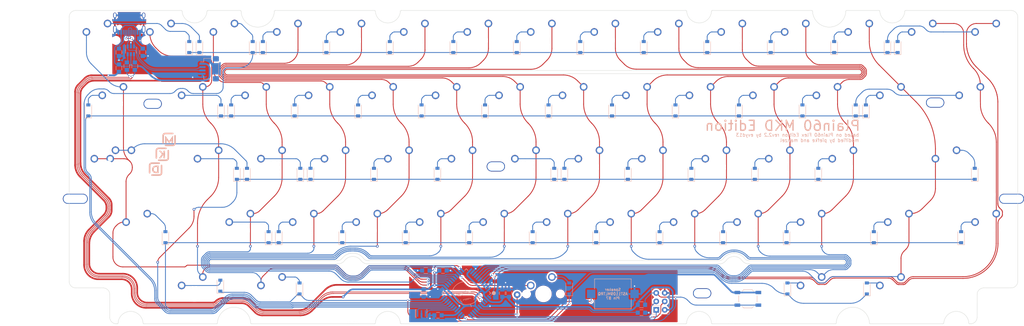
<source format=kicad_pcb>
(kicad_pcb (version 20210623) (generator pcbnew)
  (layers (0 "F.Cu" signal) (31 "B.Cu" signal) (34 "B.Paste" user) (35 "F.Paste" user) (36 "B.SilkS" user "B.Silkscreen") (37 "F.SilkS" user "F.Silkscreen") (38 "B.Mask" user) (39 "F.Mask" user) (44 "Edge.Cuts" user))
  (net 0 "")
  (net 1 "GND")
  (net 2 "VCC")
  (net 3 "row0")
  (net 4 "Net-(D1-Pad2)")
  (net 5 "Net-(D2-Pad2)")
  (net 6 "Net-(D3-Pad2)")
  (net 7 "Net-(D4-Pad2)")
  (net 8 "Net-(D5-Pad2)")
  (net 9 "Net-(D6-Pad2)")
  (net 10 "Net-(D7-Pad2)")
  (net 11 "Net-(D8-Pad2)")
  (net 12 "Net-(D9-Pad2)")
  (net 13 "Net-(D10-Pad2)")
  (net 14 "Net-(D11-Pad2)")
  (net 15 "Net-(D12-Pad2)")
  (net 16 "Net-(D13-Pad2)")
  (net 17 "Net-(D15-Pad2)")
  (net 18 "Net-(D16-Pad2)")
  (net 19 "row1")
  (net 20 "Net-(D17-Pad2)")
  (net 21 "Net-(D18-Pad2)")
  (net 22 "Net-(D19-Pad2)")
  (net 23 "Net-(D20-Pad2)")
  (net 24 "Net-(D21-Pad2)")
  (net 25 "Net-(D22-Pad2)")
  (net 26 "Net-(D23-Pad2)")
  (net 27 "Net-(D24-Pad2)")
  (net 28 "Net-(D25-Pad2)")
  (net 29 "Net-(D26-Pad2)")
  (net 30 "Net-(D27-Pad2)")
  (net 31 "Net-(D28-Pad2)")
  (net 32 "Net-(D29-Pad2)")
  (net 33 "row2")
  (net 34 "Net-(D31-Pad2)")
  (net 35 "Net-(D32-Pad2)")
  (net 36 "Net-(D33-Pad2)")
  (net 37 "Net-(D34-Pad2)")
  (net 38 "Net-(D35-Pad2)")
  (net 39 "Net-(D36-Pad2)")
  (net 40 "Net-(D37-Pad2)")
  (net 41 "Net-(D38-Pad2)")
  (net 42 "Net-(D39-Pad2)")
  (net 43 "Net-(D40-Pad2)")
  (net 44 "Net-(D41-Pad2)")
  (net 45 "Net-(D42-Pad2)")
  (net 46 "Net-(D44-Pad2)")
  (net 47 "row3")
  (net 48 "Net-(D46-Pad2)")
  (net 49 "Net-(D48-Pad2)")
  (net 50 "Net-(D49-Pad2)")
  (net 51 "Net-(D50-Pad2)")
  (net 52 "Net-(D51-Pad2)")
  (net 53 "Net-(D52-Pad2)")
  (net 54 "Net-(D53-Pad2)")
  (net 55 "Net-(D54-Pad2)")
  (net 56 "Net-(D55-Pad2)")
  (net 57 "Net-(D56-Pad2)")
  (net 58 "Net-(D57-Pad2)")
  (net 59 "Net-(D58-Pad2)")
  (net 60 "Net-(D59-Pad2)")
  (net 61 "row4")
  (net 62 "Net-(D62-Pad2)")
  (net 63 "Net-(D63-Pad2)")
  (net 64 "Net-(D67-Pad2)")
  (net 65 "Net-(D72-Pad2)")
  (net 66 "Net-(D73-Pad2)")
  (net 67 "Net-(J1-Pad4)")
  (net 68 "Net-(J1-Pad10)")
  (net 69 "col0")
  (net 70 "col1")
  (net 71 "col2")
  (net 72 "col3")
  (net 73 "col4")
  (net 74 "col5")
  (net 75 "col6")
  (net 76 "col7")
  (net 77 "col8")
  (net 78 "col9")
  (net 79 "col10")
  (net 80 "col11")
  (net 81 "col12")
  (net 82 "col13")
  (net 83 "col14")
  (net 84 "D-")
  (net 85 "D+")
  (net 86 "RST")
  (net 87 "Net-(R6-Pad2)")
  (net 88 "MISO")
  (net 89 "SCK")
  (net 90 "MOSI")
  (net 91 "Net-(H1-Pad1)")
  (net 92 "VBUS")
  (net 93 "Da+")
  (net 94 "Net-(R1-Pad2)")
  (net 95 "Da-")
  (net 96 "Net-(R2-Pad1)")
  (net 97 "Net-(U1-Pad16)")
  (net 98 "Net-(U1-Pad17)")
  (net 99 "Net-(LS1-Pad1)")
  (net 100 "Net-(C1-Pad1)")
  (net 101 "Net-(D14-Pad2)")
  (footprint "Footprints:CHERRY_PLATE_100H" (layer "F.Cu") (at 76.2 28.575)
    (fp_text reference "K19" hide)
    (fp_text value "KEYSW" hide)
  )
  (footprint "Footprints:CHERRY_PLATE_100H" (layer "F.Cu") (at 95.25 28.575)
    (fp_text reference "K20" hide)
    (fp_text value "KEYSW" hide)
  )
  (footprint "Footprints:CHERRY_PLATE_100H" (layer "F.Cu") (at 152.4 28.575)
    (fp_text reference "K23" hide)
    (fp_text value "KEYSW" hide)
  )
  (footprint "Footprints:CHERRY_PLATE_100H" (layer "F.Cu") (at 171.45 28.575)
    (fp_text reference "K24" hide)
    (fp_text value "KEYSW" hide)
  )
  (footprint "Footprints:CHERRY_PLATE_100H" (layer "F.Cu") (at 133.35 28.575)
    (fp_text reference "K22" hide)
    (fp_text value "KEYSW" hide)
  )
  (footprint "Footprints:CHERRY_PLATE_100H" (layer "F.Cu") (at 114.3 28.575)
    (fp_text reference "K21" hide)
    (fp_text value "KEYSW" hide)
  )
  (footprint "Footprints:CHERRY_PLATE_150H" (layer "F.Cu") (at 14.2875 28.575)
    (fp_text reference "K16" hide)
    (fp_text value "KEYSW" hide)
  )
  (footprint "Footprints:CHERRY_PLATE_100H" (layer "F.Cu") (at 142.875 9.525)
    (fp_text reference "K8" hide)
    (fp_text value "KEYSW" hide)
  )
  (footprint "Footprints:CHERRY_PLATE_100H" (layer "F.Cu") (at 180.975 9.525)
    (fp_text reference "K10" hide)
    (fp_text value "KEYSW" hide)
  )
  (footprint "Footprints:CHERRY_PLATE_100H" (layer "F.Cu") (at 85.725 9.525)
    (fp_text reference "K5" hide)
    (fp_text value "KEYSW" hide)
  )
  (footprint "Footprints:CHERRY_PLATE_100H" (layer "F.Cu") (at 238.125 9.525)
    (fp_text reference "K13" hide)
    (fp_text value "KEYSW" hide)
  )
  (footprint "Footprints:CHERRY_PLATE_100H" (layer "F.Cu") (at 219.075 9.525)
    (fp_text reference "K12" hide)
    (fp_text value "KEYSW" hide)
  )
  (footprint "Footprints:CHERRY_PLATE_100H" (layer "F.Cu") (at 200.025 9.525)
    (fp_text reference "K11" hide)
    (fp_text value "KEYSW" hide)
  )
  (footprint "Footprints:CHERRY_PLATE_100H" (layer "F.Cu") (at 161.925 9.525)
    (fp_text reference "K9" hide)
    (fp_text value "KEYSW" hide)
  )
  (footprint "Footprints:CHERRY_PLATE_100H" (layer "F.Cu") (at 123.825 9.525)
    (fp_text reference "K7" hide)
    (fp_text value "KEYSW" hide)
  )
  (footprint "Footprints:CHERRY_PLATE_100H" (layer "F.Cu") (at 104.775 9.525)
    (fp_text reference "K6" hide)
    (fp_text value "KEYSW" hide)
  )
  (footprint "Footprints:CHERRY_PLATE_100H" (layer "F.Cu") (at 66.675 9.525)
    (fp_text reference "K4" hide)
    (fp_text value "KEYSW" hide)
  )
  (footprint "Footprints:CHERRY_PLATE_100H" (layer "F.Cu") (at 28.575 9.525)
    (fp_text reference "K2" hide)
    (fp_text value "KEYSW" hide)
  )
  (footprint "Footprints:CHERRY_PLATE_100H" (layer "F.Cu") (at 9.525 9.525)
    (fp_text reference "K1" hide)
    (fp_text value "KEYSW" hide)
  )
  (footprint "Footprints:CHERRY_PLATE_100H" (layer "F.Cu") (at 38.1 85.725)
    (fp_text reference "K62-1" hide)
    (fp_text value "KEYSW" hide)
  )
  (footprint "Footprints:CHERRY_PLATE_100H" (layer "F.Cu") (at 147.6375 66.675)
    (fp_text reference "K53" hide)
    (fp_text value "KEYSW" hide)
  )
  (footprint "Footprints:CHERRY_PLATE_100H" (layer "F.Cu") (at 223.8375 66.675)
    (fp_text reference "K57" hide)
    (fp_text value "KEYSW" hide)
  )
  (footprint "Footprints:CHERRY_PLATE_100H" (layer "F.Cu") (at 166.6875 66.675)
    (fp_text reference "K54" hide)
    (fp_text value "KEYSW" hide)
  )
  (footprint "Footprints:CHERRY_PLATE_100H" (layer "F.Cu") (at 128.5875 66.675)
    (fp_text reference "K52" hide)
    (fp_text value "KEYSW" hide)
  )
  (footprint "Footprints:CHERRY_PLATE_100H" (layer "F.Cu") (at 185.7375 66.675)
    (fp_text reference "K55" hide)
    (fp_text value "KEYSW" hide)
  )
  (footprint "Footprints:CHERRY_PLATE_100H" (layer "F.Cu") (at 247.65 28.575)
    (fp_text reference "K28" hide)
    (fp_text value "KEYSW" hide)
  )
  (footprint "Footprints:CHERRY_PLATE_100H" (layer "F.Cu") (at 52.3875 66.675)
    (fp_text reference "K48" hide)
    (fp_text value "KEYSW" hide)
  )
  (footprint "Footprints:CHERRY_PLATE_100H" (layer "F.Cu") (at 190.5 28.575)
    (fp_text reference "K25" hide)
    (fp_text value "KEYSW" hide)
  )
  (footprint "Footprints:CHERRY_PLATE_100H" (layer "F.Cu") (at 119.0625 47.625)
    (fp_text reference "K36" hide)
    (fp_text value "KEYSW" hide)
  )
  (footprint "Footprints:CHERRY_PLATE_100H" (layer "F.Cu") (at 61.9125 47.625)
    (fp_text reference "K33" hide)
    (fp_text value "KEYSW" hide)
  )
  (footprint "Footprints:CHERRY_PCB_225H" (layer "F.Cu") (at 264.3187 47.625)
    (fp_text reference "K44" hide)
    (fp_text value "KEYSW" hide)
  )
  (footprint "Footprints:CHERRY_PLATE_100H" (layer "F.Cu") (at 276.225 66.675)
    (fp_text reference "K59" hide)
    (fp_text value "KEYSW" hide)
  )
  (footprint "Footprints:CHERRY_PLATE_100H" (layer "F.Cu") (at 176.2125 47.625)
    (fp_text reference "K39" hide)
    (fp_text value "KEYSW" hide)
  )
  (footprint "Footprints:CHERRY_PLATE_150H" (layer "F.Cu") (at 271.462487 28.575061)
    (fp_text reference "K29" hide)
    (fp_text value "KEYSW" hide)
  )
  (footprint "Footprints:CHERRY_PLATE_100H" (layer "F.Cu") (at 228.6 28.575)
    (fp_text reference "K27" hide)
    (fp_text value "KEYSW" hide)
  )
  (footprint "Footprints:CHERRY_PLATE_150H" (layer "F.Cu") (at 61.9125 85.725)
    (fp_text reference "K63-1" hide)
    (fp_text value "KEYSW" hide)
  )
  (footprint "Footprints:CHERRY_PLATE_100H" (layer "F.Cu") (at 80.9625 47.625)
    (fp_text reference "K34" hide)
    (fp_text value "KEYSW" hide)
  )
  (footprint "Footprints:CHERRY_PLATE_100H" (layer "F.Cu") (at 157.1625 47.625)
    (fp_text reference "K38" hide)
    (fp_text value "KEYSW" hide)
  )
  (footprint "Footprints:CHERRY_PLATE_100H" (layer "F.Cu") (at 100.0125 47.625)
    (fp_text reference "K35" hide)
    (fp_text value "KEYSW" hide)
  )
  (footprint "Footprints:CHERRY_PLATE_100H" (layer "F.Cu") (at 42.8625 47.625)
    (fp_text reference "K32" hide)
    (fp_text value "KEYSW" hide)
  )
  (footprint "Footprints:CHERRY_PLATE_100H" (layer "F.Cu") (at 195.2625 47.625)
    (fp_text reference "K40" hide)
    (fp_text value "KEYSW" hide)
  )
  (footprint "Footprints:CHERRY_PCB_225H" (layer "F.Cu") (at 21.43125 66.675)
    (fp_text reference "K46" hide)
    (fp_text value "KEYSW" hide)
  )
  (footprint "Footprints:CHERRY_PLATE_100H" (layer "F.Cu") (at 233.3625 47.625)
    (fp_text reference "K42" hide)
    (fp_text value "KEYSW" hide)
  )
  (footprint "Footprints:CHERRY_PLATE_100H" (layer "F.Cu") (at 214.3125 47.625)
    (fp_text reference "K41" hide)
    (fp_text value "KEYSW" hide)
  )
  (footprint "Footprints:CHERRY_PLATE_100H" (layer "F.Cu") (at 209.55 28.575)
    (fp_text reference "K26" hide)
    (fp_text value "KEYSW" hide)
  )
  (footprint "Footprints:CHERRY_PLATE_100H" (layer "F.Cu") (at 138.1125 47.625)
    (fp_text reference "K37" hide)
    (fp_text value "KEYSW" hide)
  )
  (footprint "Footprints:CHERRY_PLATE_175H" (layer "F.Cu") (at 16.66875 47.625)
    (fp_text reference "K31" hide)
    (fp_text value "KEYSW" hide)
  )
  (footprint "Footprints:CHERRY_PLATE_100H" (layer "F.Cu") (at 109.5375 66.675)
    (fp_text reference "K51" hide)
    (fp_text value "KEYSW" hide)
  )
  (footprint "Footprints:CHERRY_PLATE_100H" (layer "F.Cu") (at 247.65 85.725)
    (fp_text reference "K73-1" hide)
    (fp_text value "KEYSW" hide)
  )
  (footprint "Footprints:CHERRY_PLATE_100H" (layer "F.Cu") (at 71.4375 66.675)
    (fp_text reference "K49" hide)
    (fp_text value "KEYSW" hide)
  )
  (footprint "Footprints:CHERRY_PLATE_150H" (layer "F.Cu") (at 223.8375 85.725)
    (fp_text reference "K72-1" hide)
    (fp_text value "KEYSW" hide)
  )
  (footprint "Footprints:10x5_7x2.5mm" (layer "F.Cu") (at -19.968811 51.969125)
    (fp_text reference "S4" hide)
    (fp_text value "Screw" hide)
  )
  (footprint "Footprints:10x5_7x2.5mm" (layer "F.Cu") (at -10.858811 37.999125)
    (fp_text reference "S5" hide)
    (fp_text value "Screw" hide)
  )
  (footprint "Footprints:CHERRY_PLATE_100H" (layer "F.Cu") (at 38.1 28.575)
    (fp_text reference "K17" hide)
    (fp_text value "KEYSW" hide)
  )
  (footprint "Footprints:5.5_5x2.5mm" (layer "F.Cu") (at -6.608811 44.249125)
    (fp_text reference "S6" hide)
    (fp_text value "Screw" hide)
  )
  (footprint "Footprints:CHERRY_PLATE_100H" (layer "F.Cu") (at 90.4875 66.675)
    (fp_text reference "K50" hide)
    (fp_text value "KEYSW" hide)
  )
  (footprint "Footprints:CHERRY_PLATE_125H" (layer "F.Cu") (at 11.906277 47.624925)
    (fp_text reference "K31-1" hide)
    (fp_text value "KEYSW" hide)
  )
  (footprint "Footprints:5.5_5x2.5mm" (layer "F.Cu") (at -11.218811 50.749125)
    (fp_text reference "S1" hide)
    (fp_text value "Screw" hide)
  )
  (footprint "Footprints:CHERRY_PLATE_100H" (layer "F.Cu") (at 257.174977 9.525061)
    (fp_text reference "K14" hide)
    (fp_text value "KEYSW" hide)
  )
  (footprint "Footprints:CHERRY_PLATE_175H" (layer "F.Cu") (at 250.031287 66.675061)
    (fp_text reference "K58-1" hide)
    (fp_text value "KEYSW" hide)
  )
  (footprint "Footprints:CHERRY_PLATE_100H" (layer "F.Cu") (at 276.225087 9.524961)
    (fp_text reference "K15-1" hide)
    (fp_text value "KEYSW" hide)
  )
  (footprint "Footprints:CHERRY_PLATE_100H" (layer "F.Cu") (at 204.7875 66.675)
    (fp_text reference "K56" hide)
    (fp_text value "KEYSW" hide)
  )
  (footprint "Footprints:5.5_5x2.5mm" (layer "F.Cu") (at 128.587608 47.42504)
    (fp_text reference "S3" hide)
    (fp_text value "Screw")
  )
  (footprint "Footprints:CHERRY_PLATE_100H" (layer "F.Cu") (at 57.15 28.575)
    (fp_text reference "K18" hide)
    (fp_text value "KEYSW" hide)
  )
  (footprint "Footprints:5.5_5x2.5mm" (layer "F.Cu") (at -13.108811 44.249125)
    (fp_text reference "S2" hide)
    (fp_text value "Screw" hide)
  )
  (footprint "Footprints:CHERRY_PCB_700H_F" (layer "F.Cu") (at 142.875 85.725)
    (fp_text reference "K67-1" hide)
    (fp_text value "KEYSW" hide)
  )
  (footprint "Footprints:CHERRY_PLATE_100H" (layer "F.Cu") (at 47.625 9.525)
    (fp_text reference "K3" hide)
    (fp_text value "KEYSW" hide)
  )
  (footprint "Footprints:D_SOD-123" (layer "B.Cu") (at 239.932417 84.075561 90)
    (fp_text reference "D73" hide)
    (fp_text value "D")
  )
  (footprint "Footprints:D_SOD-123" (layer "B.Cu") (at 216.098619 84.075561 90)
    (fp_text reference "D72" hide)
    (fp_text value "D")
  )
  (footprint "Footprints:D_SOD-123" (layer "B.Cu") (at 150.614189 84.075561 90)
    (fp_text reference "D67" hide)
    (fp_text value "D")
  )
  (footprint "Footprints:D_SOD-123" (layer "B.Cu") (at 69.679287 84.075561 90)
    (fp_text reference "D63" hide)
    (fp_text value "D")
  )
  (footprint "Footprints:D_SOD-123" (layer "B.Cu") (at 268.225 68.675 90)
    (fp_text reference "D59" hide)
    (fp_text value "D")
  )
  (footprint "Footprints:D_SOD-123" (layer "B.Cu") (at 242.03146 68.675056 90)
    (fp_text reference "D58" hide)
    (fp_text value "D")
  )
  (footprint "Footprints:D_SOD-123" (layer "B.Cu") (at 215.8375 68.675 90)
    (fp_text reference "D57" hide)
    (fp_text value "D")
  )
  (footprint "Footprints:D_SOD-123" (layer "B.Cu") (at 196.7875 68.675 90)
    (fp_text reference "D56" hide)
    (fp_text value "D")
  )
  (footprint "Footprints:D_SOD-123" (layer "B.Cu") (at 139.6375 68.675 90)
    (fp_text reference "D53" hide)
    (fp_text value "D")
  )
  (footprint "Footprints:D_SOD-123" (layer "B.Cu") (at 101.5375 68.675 90)
    (fp_text reference "D51" hide)
    (fp_text value "D")
  )
  (footprint "Footprints:D_SOD-123" (layer "B.Cu") (at 82.4875 68.675 90)
    (fp_text reference "D50" hide)
    (fp_text value "D")
  )
  (footprint "Footprints:D_SOD-123" (layer "B.Cu") (at 220.6 30.575 90)
    (fp_text reference "D27" hide)
    (fp_text value "D")
  )
  (footprint "Footprints:D_SOD-123" (layer "B.Cu") (at 225.3625 49.625 90)
    (fp_text reference "D42" hide)
    (fp_text value "D")
  )
  (footprint "Footprints:D_SOD-123" (layer "B.Cu") (at 49.15 30.575 90)
    (fp_text reference "D18" hide)
    (fp_text value "D")
  )
  (footprint "Footprints:D_SOD-123" (layer "B.Cu") (at 182.5 30.575 90)
    (fp_text reference "D25" hide)
    (fp_text value "D")
  )
  (footprint "Footprints:D_SOD-123" (layer "B.Cu") (at 206.3125 49.625 90)
    (fp_text reference "D41" hide)
    (fp_text value "D")
  )
  (footprint "Footprints:D_SOD-123" (layer "B.Cu") (at 111.0625 49.625 90)
    (fp_text reference "D36" hide)
    (fp_text value "D")
  )
  (footprint "Footprints:D_SOD-123" (layer "B.Cu") (at 53.9125 49.625 90)
    (fp_text reference "D31" hide)
    (fp_text value "D")
  )
  (footprint "Footprints:D_SOD-123" (layer "B.Cu") (at 187.2625 49.625 90)
    (fp_text reference "D40" hide)
    (fp_text value "D")
  )
  (footprint "Footprints:D_SOD-123" (layer "B.Cu") (at 146.1125 49.625 90)
    (fp_text reference "D37" hide)
    (fp_text value "D")
  )
  (footprint "Footprints:D_SOD-123" (layer "B.Cu") (at 50.8625 49.625 90)
    (fp_text reference "D32" hide)
    (fp_text value "D")
  )
  (footprint "Footprints:D_SOD-123" (layer "B.Cu") (at 72.9625 49.625 90)
    (fp_text reference "D34" hide)
    (fp_text value "D")
  )
  (footprint "Footprints:D_SOD-123" (layer "B.Cu") (at 106.3 30.575 90)
    (fp_text reference "D21" hide)
    (fp_text value "D")
  )
  (footprint "Footprints:D_SOD-123" (layer "B.Cu") (at 201.55 30.575 90)
    (fp_text reference "D26" hide)
    (fp_text value "D")
  )
  (footprint "Footprints:D_SOD-123" (layer "B.Cu") (at 125.35 30.575 90)
    (fp_text reference "D22" hide)
    (fp_text value "D")
  )
  (footprint "Footprints:D_SOD-123" (layer "B.Cu") (at 163.45 30.575 90)
    (fp_text reference "D24" hide)
    (fp_text value "D")
  )
  (footprint "Footprints:D_SOD-123" (layer "B.Cu") (at 149.1625 49.625 90)
    (fp_text reference "D38" hide)
    (fp_text value "D")
  )
  (footprint "Footprints:D_SOD-123" (layer "B.Cu") (at 92.0125 49.625 90)
    (fp_text reference "D35" hide)
    (fp_text value "D")
  )
  (footprint "Footprints:D_SOD-123" (layer "B.Cu") (at 60.3875 68.675 90)
    (fp_text reference "D48" hide)
    (fp_text value "D")
  )
  (footprint "Footprints:D_SOD-123" (layer "B.Cu") (at 158.6875 68.675 90)
    (fp_text reference "D54" hide)
    (fp_text value "D")
  )
  (footprint "Footprints:D_SOD-123" (layer "B.Cu") (at 272.3187 49.625 90)
    (fp_text reference "D44" hide)
    (fp_text value "D")
  )
  (footprint "Footprints:D_SOD-123" (layer "B.Cu") (at 45.904299 83.250061 90)
    (fp_text reference "D62" hide)
    (fp_text value "D")
  )
  (footprint "Footprints:D_SOD-123" (layer "B.Cu") (at 168.2125 49.625 90)
    (fp_text reference "D39" hide)
    (fp_text value "D")
  )
  (footprint "Footprints:D_SOD-123" (layer "B.Cu") (at 87.25 30.575 90)
    (fp_text reference "D20" hide)
    (fp_text value "D")
  )
  (footprint "Footprints:D_SOD-123" (layer "B.Cu") (at 239.65 30.575 90)
    (fp_text reference "D28" hide)
    (fp_text value "D")
  )
  (footprint "Footprints:D_SOD-123" (layer "B.Cu") (at 69.9125 49.625 90)
    (fp_text reference "D33" hide)
    (fp_text value "D")
  )
  (footprint "Footprints:D_SOD-123" (layer "B.Cu") (at 144.4 30.575 90)
    (fp_text reference "D23" hide)
    (fp_text value "D")
  )
  (footprint "Footprints:D_SOD-123" (layer "B.Cu") (at 177.7375 68.675 90)
    (fp_text reference "D55" hide)
    (fp_text value "D")
  )
  (footprint "Footprints:D_SOD-123" (layer "B.Cu") (at 120.5875 68.675 90)
    (fp_text reference "D52" hide)
    (fp_text value "D")
  )
  (footprint "Footprints:D_SOD-123" (layer "B.Cu") (at 68.2 30.575 90)
    (fp_text reference "D19" hide)
    (fp_text value "D")
  )
  (footprint "Footprints:ATMEGA32U4" (layer "B.Cu") (at 119.717085 85.482325 135)
    (fp_text reference "U1" hide)
    (fp_text value "ATmega32U4")
  )
  (footprint "Footprints:Resonator_SMD_muRata_CSTNExxV-3Pin-p1.2" (layer "B.Cu") (at 106.279287 91.600061)
    (fp_text reference "X1" hide)
    (fp_text value "XTAL_GND")
  )
  (footprint "Footprints:SW_SPST_TL3342" (layer "B.Cu") (at 204.229287 87.200061 180)
    (fp_text reference "SW1" hide)
    (fp_text value "SW_PUSH" hide)
  )
  (footprint "Footprints:R_0805" (layer "B.Cu") (at 107.579287 78.700061)
    (fp_text reference "R6" hide)
    (fp_text value "10k" hide)
  )
  (footprint "Footprints:D_SOD-123" (layer "B.Cu") (at 172.975 11.525 90)
    (fp_text reference "D10" hide)
    (fp_text value "D")
  )
  (footprint "Footprints:D_SOD-123" (layer "B.Cu") (at 153.925 11.525 90)
    (fp_text reference "D9" hide)
    (fp_text value "D")
  )
  (footprint "Footprints:D_SOD-123" (layer "B.Cu") (at 230.125 11.525 90)
    (fp_text reference "D13" hide)
    (fp_text value "D")
  )
  (footprint "Footprints:D_SOD-123" (layer "B.Cu") (at 192.025 11.525 90)
    (fp_text reference "D11" hide)
    (fp_text value "D")
  )
  (footprint "Footprints:D_SOD-123" (layer "B.Cu") (at 246.125 11.525 90)
    (fp_text reference "D15" hide)
    (fp_text value "D")
  )
  (footprint "Footprints:D_SOD-123" (layer "B.Cu") (at 46.1 30.575 90)
    (fp_text reference "D17" hide)
    (fp_text value "D")
  )
  (footprint "Footprints:D_SOD-123" (layer "B.Cu") (at 6.2875 30.575 90)
    (fp_text reference "D16" hide)
    (fp_text value "D")
  )
  (footprint "Footprints:D_SOD-123" (layer "B.Cu") (at 211.075 11.525 90)
    (fp_text reference "D12" hide)
    (fp_text value "D")
  )
  (footprint "Footprints:D_SOD-123" (layer "B.Cu") (at 115.825 11.525 90)
    (fp_text reference "D7" hide)
    (fp_text value "D")
  )
  (footprint "Footprints:D_SOD-123" (layer "B.Cu") (at 55.625 11.525 90)
    (fp_text reference "D3" hide)
    (fp_text value "D")
  )
  (footprint "Footprints:D_SOD-123" (layer "B.Cu") (at 77.725 11.525 90)
    (fp_text reference "D5" hide)
    (fp_text value "D")
  )
  (footprint "Footprints:D_SOD-123" (layer "B.Cu") (at 134.875 11.525 90)
    (fp_text reference "D8" hide)
    (fp_text value "D")
  )
  (footprint "Footprints:D_SOD-123" (layer "B.Cu") (at 96.775 11.525 90)
    (fp_text reference "D6" hide)
    (fp_text value "D")
  )
  (footprint "Footprints:D_SOD-123" (layer "B.Cu") (at 58.675 11.525 90)
    (fp_text reference "D4" hide)
    (fp_text value "D")
  )
  (footprint "Footprints:free_pin" (layer "B.Cu") (at 134.979287 85.950061)
    (fp_text reference "H1" hide)
    (fp_text value "B0")
  )
  (footprint "Footprints:R_0805" (layer "B.Cu") (at 17.85939 17.264077 90)
    (fp_text reference "R1" hide)
    (fp_text value "22" hide)
  )
  (footprint "Footprints:HRO-TYPE-C-31-M-12" (layer "B.Cu") (at 18.568 -0.62)
    (fp_text reference "J1")
    (fp_text value "HRO-TYPE-C-31-M-12")
  )
  (footprint "Footprints:D_SOD-123" (layer "B.Cu") (at 63.4375 68.675 90)
    (fp_text reference "D49" hide)
    (fp_text value "D")
  )
  (footprint "Footprints:C_0805" (layer "B.Cu") (at 111.229287 92.150061)
    (fp_text reference "C4")
    (fp_text value "0.1u" hide)
  )
  (footprint "Footprints:C_0805" (layer "B.Cu") (at 130.529287 85.500061 -90)
    (fp_text reference "C5")
    (fp_text value "0.1u" hide)
  )
  (footprint "Footprints:D_SOD-123" (layer "B.Cu") (at 29.43125 68.675 90)
    (fp_text reference "D46" hide)
    (fp_text value "D")
  )
  (footprint "Footprints:D_SOD-123" (layer "B.Cu") (at 236.6 30.575 90)
    (fp_text reference "D29" hide)
    (fp_text value "D")
  )
  (footprint "Footprints:R_0805" (layer "B.Cu") (at 15.478138 17.85939 90)
    (fp_text reference "F1" hide)
    (fp_text value "Polyfuse" hide)
  )
  (footprint "Footprints:D_SOD-123" (layer "B.Cu") (at 36.575 11.525 90)
    (fp_text reference "D1" hide)
    (fp_text value "D")
  )
  (footprint "Footprints:R_0805" (layer "B.Cu") (at 20.240642 17.264077 -90)
    (fp_text reference "R2" hide)
    (fp_text value "22" hide)
  )
  (footprint "Footprints:C_0805" (layer "B.Cu") (at 172.289287 91.371313)
    (fp_text reference "C1")
    (fp_text value "1u" hide)
  )
  (footprint "Footprints:C_0805" (layer "B.Cu") (at 106.929287 85.450061 90)
    (fp_text reference "C2")
    (fp_text value "0.1u" hide)
  )
  (footprint "Footprints:R_0805" (layer "B.Cu") (at 172.289287 88.990061 180)
    (fp_text reference "R5" hide)
    (fp_text value "10k" hide)
  )
  (footprint "Footprints:R_0805" (layer "B.Cu") (at 22.621894 13.096886 -90)
    (fp_text reference "R4" hide)
    (fp_text value "5.1k" hide)
  )
  (footprint "Footprints:D_SOD-123" (layer "B.Cu") (at 39.625 11.525 90)
    (fp_text reference "D2" hide)
    (fp_text value "D")
  )
  (footprint "Footprints:USBLC6-2SC6" (layer "B.Cu") (at 19.050016 12.501573)
    (fp_text reference "U2" hide)
    (fp_text value "USBLC6-2SC6")
  )
  (footprint "Footprints:isp_standard" (layer "B.Cu") (at 177.999287 87.970061)
    (fp_text reference "J2" hide)
    (fp_text value "ISP" hide)
  )
  (footprint "Footprints:R_0805" (layer "B.Cu") (at 15.478138 13.096886 90)
    (fp_text reference "R3" hide)
    (fp_text value "5.1k" hide)
  )
  (footprint "Footprints:speaker_AST1109MLTRQ" (layer "B.Cu") (at 163.711075 85.725072)
    (fp_text reference "LS1" hide)
    (fp_text value "Speaker")
  )
  (footprint "Footprints:C_0805" (layer "B.Cu") (at 132.529287 85.500061 -90)
    (fp_text reference "C6")
    (fp_text value "4.7u" hide)
  )
  (footprint "Footprints:C_0805" (layer "B.Cu") (at 112.729287 78.700061 180)
    (fp_text reference "C3")
    (fp_text value "0.1u" hide)
  )
  (footprint "Footprints:Ahh" (layer "B.Cu") (at 119.516287 85.757061 180)
    (fp_text reference "G***")
    (fp_text value "LOGO" hide)
  )
  (footprint "Footprints:JST_SH_SM04B-SRSS-TB_1x04-1MP_P1.00mm_Horizontal" (layer "B.Cu") (at 42.698273 18.049549 -90)
    (fp_text reference "J3" hide)
    (fp_text value "ai03_ud" hide)
  )
  (footprint "Footprints:D_SOD-123" (layer "B.Cu") (at 249.174977 11.525061 90)
    (fp_text reference "D14" hide)
    (fp_text value "D")
  )
  (footprint "Footprints:mkd-1u" (layer "B.Cu") (at 28.6004 45.466 180)
    (fp_text reference "G2" hide)
    (fp_text value "LOGO" hide)
  )
  (gr_arc (start 100.179297 0.770085) (end 100.179287 0.525008) (angle -90.56998133) (layer "Edge.Cuts") (width 0.1))
  (gr_line (start 12.725008 85.925008) (end 12.725008 92.725008) (layer "Edge.Cuts") (width 0.1))
  (gr_line (start 2.525008 83.925008) (end 10.725008 83.925008) (layer "Edge.Cuts") (width 0.1))
  (gr_arc (start 195.687706 74.198761) (end 195.687706 75.698761) (angle -53.443993) (layer "Edge.Cuts") (width 0.1))
  (gr_arc (start 262.772447 94.466593) (end 262.775008 94.723773) (angle -86.4277795) (layer "Edge.Cuts") (width 0.1))
  (gr_arc (start 240.966814 94.476246) (end 240.719287 94.478718) (angle -90) (layer "Edge.Cuts") (width 0.1))
  (gr_arc (start 247.575819 0.525153) (end 251.318024 0.771296) (angle 172.4925054) (layer "Edge.Cuts") (width 0.1))
  (gr_arc (start 193.55805 0.771298) (end 193.556815 0.525008) (angle -90) (layer "Edge.Cuts") (width 0.1))
  (gr_line (start 283.225009 83.925008) (end 275.025009 83.925008) (layer "Edge.Cuts") (width 0.1))
  (gr_arc (start 90.115786 74.200067) (end 88.908032 75.089636) (angle -53.62655663) (layer "Edge.Cuts") (width 0.1))
  (gr_arc (start 51.886007 0.772533) (end 52.133534 0.770061) (angle -90) (layer "Edge.Cuts") (width 0.1))
  (gr_arc (start 200.108058 77.467294) (end 200.059287 73.470061) (angle -52.84910294) (layer "Edge.Cuts") (width 0.1))
  (gr_arc (start 14.725007 92.725008) (end 12.725008 92.725008) (angle -90) (layer "Edge.Cuts") (width 0.1))
  (gr_arc (start 81.206945 74.200062) (end 82.413037 75.09188) (angle 53.51973945) (layer "Edge.Cuts") (width 0.1))
  (gr_line (start 22.96504 94.725008) (end 44.784234 94.725008) (layer "Edge.Cuts") (width 0.1))
  (gr_line (start 62.363591 0.525814) (end 92.179287 0.525008) (layer "Edge.Cuts") (width 0.1))
  (gr_line (start 285.225008 81.925009) (end 285.225008 2.525007) (layer "Edge.Cuts") (width 0.1))
  (gr_line (start 223.383534 0.525008) (end 193.556815 0.525008) (layer "Edge.Cuts") (width 0.1))
  (gr_line (start 43.363195 75.700064) (end 81.206945 75.700061) (layer "Edge.Cuts") (width 0.1))
  (gr_line (start 262.775008 94.723773) (end 240.969287 94.723771) (layer "Edge.Cuts") (width 0.1))
  (gr_arc (start 185.589709 94.478718) (end 185.837236 94.48119) (angle 90) (layer "Edge.Cuts") (width 0.1))
  (gr_line (start 92.190498 94.723771) (end 55.26504 94.723771) (layer "Edge.Cuts") (width 0.1))
  (gr_line (start 243.583534 0.525008) (end 233.868052 0.523771) (layer "Edge.Cuts") (width 0.1))
  (gr_arc (start 85.630269 77.470786) (end 85.693446 73.470064) (angle -54.42450074) (layer "Edge.Cuts") (width 0.1))
  (gr_arc (start 48.126422 19.050136) (end 48.126422 19.550136) (angle 180) (layer "Edge.Cuts") (width 0.1))
  (gr_arc (start 2.525008 2.525008) (end 2.525008 0.525008) (angle -90) (layer "Edge.Cuts") (width 0.1))
  (gr_arc (start 204.479287 74.200061) (end 203.273198 75.091881) (angle -53.51960989) (layer "Edge.Cuts") (width 0.1))
  (gr_arc (start 62.366063 0.773341) (end 62.363591 0.525814) (angle -90) (layer "Edge.Cuts") (width 0.1))
  (gr_line (start 195.687706 75.698761) (end 90.115786 75.700069) (layer "Edge.Cuts") (width 0.1))
  (gr_arc (start 189.595594 0.556692) (end 193.31176 0.772533) (angle 173.3898851) (layer "Edge.Cuts") (width 0.1))
  (gr_arc (start 55.262609 94.480459) (end 55.019287 94.480061) (angle -90.66615772) (layer "Edge.Cuts") (width 0.1))
  (gr_arc (start 85.63043 77.470908) (end 85.689287 74.470061) (angle -54.64338926) (layer "Edge.Cuts") (width 0.1))
  (gr_line (start 273.025009 85.925008) (end 273.023566 92.72377) (layer "Edge.Cuts") (width 0.1))
  (gr_arc (start 90.115786 74.200067) (end 88.105632 75.686426) (angle -53.51983159) (layer "Edge.Cuts") (width 0.1))
  (gr_arc (start 200.056945 77.470064) (end 200.059287 73.470061) (angle 53.48623838) (layer "Edge.Cuts") (width 0.1))
  (gr_arc (start 57.126177 0.525097) (end 52.133534 0.770061) (angle -174.3160599) (layer "Edge.Cuts") (width 0.1))
  (gr_arc (start 266.783812 94.730509) (end 263.029287 94.480061) (angle 172.3468621) (layer "Edge.Cuts") (width 0.1))
  (gr_arc (start 34.19176 0.772533) (end 34.439287 0.770061) (angle -90) (layer "Edge.Cuts") (width 0.1))
  (gr_arc (start 204.479288 74.200066) (end 202.469132 75.686428) (angle -53.519788) (layer "Edge.Cuts") (width 0.1))
  (gr_arc (start 271.023567 92.72377) (end 273.023566 92.72377) (angle 90) (layer "Edge.Cuts") (width 0.1))
  (gr_arc (start 10.725009 85.925008) (end 12.725008 85.925008) (angle -90) (layer "Edge.Cuts") (width 0.1))
  (gr_arc (start 2.525008 81.925009) (end 0.525009 81.925009) (angle -90) (layer "Edge.Cuts") (width 0.1))
  (gr_arc (start 43.363195 76.200064) (end 43.363195 76.700064) (angle 180) (layer "Edge.Cuts") (width 0.1))
  (gr_arc (start 232.862718 76.2) (end 232.862718 75.7) (angle 180) (layer "Edge.Cuts") (width 0.1))
  (gr_arc (start 22.962609 94.481698) (end 22.719287 94.481299) (angle -90.66639555) (layer "Edge.Cuts") (width 0.1))
  (gr_arc (start 233.869287 0.770061) (end 233.868052 0.523771) (angle -90) (layer "Edge.Cuts") (width 0.1))
  (gr_arc (start 230.481757 94.47539) (end 230.484234 94.722965) (angle -90.66008538) (layer "Edge.Cuts") (width 0.1))
  (gr_arc (start 275.025008 85.925008) (end 273.025009 85.925008) (angle 90) (layer "Edge.Cuts") (width 0.1))
  (gr_arc (start 14.964038 94.478718) (end 15.210328 94.479953) (angle 90) (layer "Edge.Cuts") (width 0.1))
  (gr_arc (start 38.174621 0.525226) (end 34.439287 0.770061) (angle -172.3463459) (layer "Edge.Cuts") (width 0.1))
  (gr_arc (start 223.386007 0.772533) (end 223.633534 0.770061) (angle -90) (layer "Edge.Cuts") (width 0.1))
  (gr_line (start 251.563079 0.523771) (end 283.225008 0.525007) (layer "Edge.Cuts") (width 0.1))
  (gr_arc (start 200.108264 77.467445) (end 200.059287 74.470061) (angle -52.58363517) (layer "Edge.Cuts") (width 0.1))
  (gr_line (start 232.862718 75.7) (end 204.479287 75.70006) (layer "Edge.Cuts") (width 0.1))
  (gr_arc (start 42.159307 0.775064) (end 42.156815 0.525006) (angle -90.57401103) (layer "Edge.Cuts") (width 0.1))
  (gr_line (start 232.862718 76.7) (end 204.479287 76.700066) (layer "Edge.Cuts") (width 0.1))
  (gr_arc (start 92.18176 0.772533) (end 92.429287 0.770061) (angle -90) (layer "Edge.Cuts") (width 0.1))
  (gr_line (start 237.625192 18.550008) (end 48.126422 18.550136) (layer "Edge.Cuts") (width 0.1))
  (gr_arc (start 100.168863 94.478718) (end 99.921336 94.48119) (angle -90) (layer "Edge.Cuts") (width 0.1))
  (gr_line (start 90.115786 76.700064) (end 195.687707 76.698761) (layer "Edge.Cuts") (width 0.1))
  (gr_line (start 43.363195 76.700064) (end 81.206945 76.70006) (layer "Edge.Cuts") (width 0.1))
  (gr_arc (start 81.206945 74.200061) (end 83.217099 75.686425) (angle 53.51973945) (layer "Edge.Cuts") (width 0.1))
  (gr_arc (start 243.586007 0.772533) (end 243.833534 0.770061) (angle -90) (layer "Edge.Cuts") (width 0.1))
  (gr_arc (start 270.784536 94.47748) (end 270.538246 94.478715) (angle -90) (layer "Edge.Cuts") (width 0.1))
  (gr_arc (start 200.056937 77.47007) (end 200.059287 74.470061) (angle 53.47489867) (layer "Edge.Cuts") (width 0.1))
  (gr_line (start 0.525008 2.525008) (end 0.525009 81.925009) (layer "Edge.Cuts") (width 0.1))
  (gr_line (start 42.156815 0.525006) (end 51.883534 0.525008) (layer "Edge.Cuts") (width 0.1))
  (gr_line (start 2.525008 0.525008) (end 34.189287 0.525008) (layer "Edge.Cuts") (width 0.1))
  (gr_line (start 185.587237 94.726245) (end 100.171335 94.726245) (layer "Edge.Cuts") (width 0.1))
  (gr_arc (start 96.18184 0.522945) (end 99.934232 0.772533) (angle 172.4269678) (layer "Edge.Cuts") (width 0.1))
  (gr_arc (start 251.564314 0.770061) (end 251.563079 0.523771) (angle -90) (layer "Edge.Cuts") (width 0.1))
  (gr_arc (start 50.024224 94.725026) (end 55.019287 94.480061) (angle -174.3551938) (layer "Edge.Cuts") (width 0.1))
  (gr_arc (start 195.687707 74.198762) (end 195.687707 76.698761) (angle -53.519726) (layer "Edge.Cuts") (width 0.1))
  (gr_line (start 14.725007 94.725007) (end 14.962803 94.725008) (layer "Edge.Cuts") (width 0.1))
  (gr_arc (start 96.180274 94.722745) (end 99.921336 94.48119) (angle -172.5939522) (layer "Edge.Cuts") (width 0.1))
  (gr_arc (start 235.724069 94.725006) (end 230.729287 94.470061) (angle 174.2553607) (layer "Edge.Cuts") (width 0.1))
  (gr_arc (start 237.625192 19.050136) (end 237.625192 18.550008) (angle 180) (layer "Edge.Cuts") (width 0.1))
  (gr_arc (start 283.225009 81.925009) (end 285.225008 81.925009) (angle 90) (layer "Edge.Cuts") (width 0.1))
  (gr_line (start 230.484234 94.722965) (end 193.568026 94.723771) (layer "Edge.Cuts") (width 0.1))
  (gr_arc (start 193.565565 94.477491) (end 193.319287 94.480061) (angle -89.9746395) (layer "Edge.Cuts") (width 0.1))
  (gr_line (start 271.023567 94.723769) (end 270.785771 94.72377) (layer "Edge.Cuts") (width 0.1))
  (gr_arc (start 185.631759 0.772535) (end 185.879286 0.770063) (angle -90) (layer "Edge.Cuts") (width 0.1))
  (gr_line (start 100.179287 0.525008) (end 185.629287 0.525008) (layer "Edge.Cuts") (width 0.1))
  (gr_arc (start 283.225008 2.525007) (end 285.225008 2.525007) (angle -90) (layer "Edge.Cuts") (width 0.1))
  (gr_arc (start 189.578298 94.722745) (end 185.837236 94.48119) (angle 172.5939522) (layer "Edge.Cuts") (width 0.1))
  (gr_arc (start 18.964762 94.731746) (end 22.719287 94.481299) (angle -172.3468924) (layer "Edge.Cuts") (width 0.1))
  (gr_line (start 48.126422 19.550136) (end 237.625192 19.550136) (layer "Edge.Cuts") (width 0.1))
  (gr_arc (start 44.782999 94.478718) (end 44.784234 94.725008) (angle -90) (layer "Edge.Cuts") (width 0.1))
  (gr_arc (start 228.628295 0.524995) (end 223.633534 0.770061) (angle -174.367949) (layer "Edge.Cuts") (width 0.1))
  (gr_arc (start 92.189239 94.473644) (end 92.190498 94.723771) (angle -88.24154431) (layer "Edge.Cuts") (width 0.1))
  (gr_arc (start 85.693434 77.470071) (end 85.689287 74.470061) (angle 53.59897377) (layer "Edge.Cuts") (width 0.1))
  (gr_arc (start 85.693446 77.470064) (end 85.693446 73.470064) (angle 53.47974055) (layer "Edge.Cuts") (width 0.1))
  (gr_text "Plain60 MKD Edition" (at 238.179287 35.170061) (layer "B.SilkS") (effects (font (size 3 3) (thickness 0.4)) (justify left mirror)))
  (gr_text "based on Plain60 Flex Edition rev2.2 by evyd13\nmodified by piefke and manzel" (at 237.679287 38.760061) (layer "B.SilkS") (effects (font (size 1 1)) (justify left mirror)))
  (gr_text "Speaker\nAST1109MLTRQ\nPin B7" (at 163.711075 85.725072) (layer "B.SilkS") (effects (font (size 0.8 0.8)) (justify mirror)))
  (segment (start 46.703053 86.977062) (end 46.534698 86.979225) (width 0.5) (layer "F.Cu") (net 1))
  (segment (start 12.53668 62.519602) (end 12.746615 62.256352) (width 0.5) (layer "F.Cu") (net 1))
  (segment (start 79.8276 83.11607) (end 79.406053 83.229023) (width 0.5) (layer "F.Cu") (net 1))
  (segment (start 4.690391 23.587914) (end 4.807976 23.467402) (width 0.5) (layer "F.Cu") (net 1))
  (segment (start 43.964419 88.310085) (end 43.771532 88.348452) (width 0.5) (layer "F.Cu") (net 1))
  (segment (start 3.931366 25.420362) (end 3.969067 25.085759) (width 0.5) (layer "F.Cu") (net 1))
  (segment (start 13.295682 60.687212) (end 13.297845 60.518857) (width 0.5) (layer "F.Cu") (net 1))
  (segment (start 54.424081 87.349069) (end 54.120707 87.202972) (width 0.5) (layer "F.Cu") (net 1))
  (segment (start 6.743918 21.851067) (end 7.061732 21.739859) (width 0.5) (layer "F.Cu") (net 1))
  (segment (start 57.367361 90.073899) (end 57.104103 89.863957) (width 0.5) (layer "F.Cu") (net 1))
  (segment (start 12.925756 61.971252) (end 13.071849 61.667887) (width 0.5) (layer "F.Cu") (net 1))
  (segment (start 43.673199 88.350061) (end 23.964287 88.350061) (width 0.5) (layer "F.Cu") (net 1))
  (segment (start 13.295683 58.862908) (end 13.257984 58.528315) (width 0.5) (layer "F.Cu") (net 1))
  (segment (start 6.440553 21.99716) (end 6.743918 21.851067) (width 0.5) (layer "F.Cu") (net 1))
  (segment (start 13.257982 61.021804) (end 13.295682 60.687212) (width 0.5) (layer "F.Cu") (net 1))
  (segment (start 7.36016 67.863243) (end 7.61048 67.50575) (width 0.5) (layer "F.Cu") (net 1))
  (segment (start 7.141951 68.241192) (end 7.36016 67.863243) (width 0.5) (layer "F.Cu") (net 1))
  (segment (start 9.579287 79.661061) (end 16.664287 79.661061) (width 0.5) (layer "F.Cu") (net 1))
  (segment (start 79.406053 83.229023) (end 78.995953 83.378287) (width 0.5) (layer "F.Cu") (net 1))
  (segment (start 45.871837 87.09185) (end 45.554023 87.203058) (width 0.5) (layer "F.Cu") (net 1))
  (segment (start 43.771532 88.348452) (end 43.673199 88.350061) (width 0.5) (layer "F.Cu") (net 1))
  (segment (start 3.969523 47.00197) (end 3.931486 46.567212) (width 0.5) (layer "F.Cu") (net 1))
  (segment (start 13.297845 60.518857) (end 13.297846 59.031263) (width 0.5) (layer "F.Cu") (net 1))
  (segment (start 36.144501 21.589009) (end 36.397505 21.521217) (width 0.5) (layer "F.Cu") (net 1))
  (segment (start 4.480449 23.851172) (end 4.690391 23.587914) (width 0.5) (layer "F.Cu") (net 1))
  (segment (start 78.222475 83.780934) (end 77.864982 84.031254) (width 0.5) (layer "F.Cu") (net 1))
  (segment (start 8.043753 67.015589) (end 12.419165 62.640177) (width 0.5) (layer "F.Cu") (net 1))
  (segment (start 44.309637 88.125563) (end 44.146115 88.234824) (width 0.5) (layer "F.Cu") (net 1))
  (segment (start 4.71017 49.036883) (end 4.491961 48.658934) (width 0.5) (layer "F.Cu") (net 1))
  (segment (start 12.536682 57.030516) (end 12.419167 56.909941) (width 0.5) (layer "F.Cu") (net 1))
  (segment (start 3.931486 46.567212) (end 3.929297 46.349003) (width 0.5) (layer "F.Cu") (net 1))
  (segment (start 3.929297 25.588722) (end 3.931366 25.420362) (width 0.5) (layer "F.Cu") (net 1))
  (segment (start 44.702307 87.738227) (end 44.581732 87.855742) (width 0.5) (layer "F.Cu") (net 1))
  (segment (start 80.257388 83.040287) (end 79.8276 83.11607) (width 0.5) (layer "F.Cu") (net 1))
  (segment (start 4.491961 48.658934) (end 4.307523 48.263405) (width 0.5) (layer "F.Cu") (net 1))
  (segment (start 57.652471 90.253045) (end 57.367361 90.073899) (width 0.5) (layer "F.Cu") (net 1))
  (segment (start 45.250658 87.349151) (end 44.965557 87.528292) (width 0.5) (layer "F.Cu") (net 1))
  (segment (start 45.554023 87.203058) (end 45.250658 87.349151) (width 0.5) (layer "F.Cu") (net 1))
  (segment (start 71.904293 89.935055) (end 71.576277 90.124435) (width 0.5) (layer "F.Cu") (net 1))
  (segment (start 69.56479 90.625051) (end 59.104911 90.625051) (width 0.5) (layer "F.Cu") (net 1))
  (segment (start 7.892948 21.625071) (end 35.75385 21.625071) (width 0.5) (layer "F.Cu") (net 1))
  (segment (start 37.074133 21.130566) (end 37.168063 21.039285) (width 0.5) (layer "F.Cu") (net 1))
  (segment (start 44.146115 88.234824) (end 43.964419 88.310085) (width 0.5) (layer "F.Cu") (net 1))
  (segment (start 36.397505 21.521217) (end 36.639495 21.420982) (width 0.5) (layer "F.Cu") (net 1))
  (segment (start 52.971641 86.977063) (end 46.703053 86.977062) (width 0.5) (layer "F.Cu") (net 1))
  (segment (start 71.576277 90.124435) (end 71.224236 90.288593) (width 0.5) (layer "F.Cu") (net 1))
  (segment (start 37.168063 21.039285) (end 37.601287 20.606061) (width 0.5) (layer "F.Cu") (net 1))
  (segment (start 70.484039 90.521976) (end 70.101525 90.589425) (width 0.5) (layer "F.Cu") (net 1))
  (segment (start 7.891004 67.171434) (end 8.043753 67.015589) (width 0.5) (layer "F.Cu") (net 1))
  (segment (start 78.600424 83.562725) (end 78.222475 83.780934) (width 0.5) (layer "F.Cu") (net 1))
  (segment (start 4.043994 24.757481) (end 4.155206 24.439656) (width 0.5) (layer "F.Cu") (net 1))
  (segment (start 5.393763 49.884537) (end 5.241014 49.728692) (width 0.5) (layer "F.Cu") (net 1))
  (segment (start 7.61048 67.50575) (end 7.891004 67.171434) (width 0.5) (layer "F.Cu") (net 1))
  (segment (start 12.746617 57.293766) (end 12.536682 57.030516) (width 0.5) (layer "F.Cu") (net 1))
  (segment (start 6.155452 22.176301) (end 6.440553 21.99716) (width 0.5) (layer "F.Cu") (net 1))
  (segment (start 4.807976 23.467402) (end 5.771627 22.503751) (width 0.5) (layer "F.Cu") (net 1))
  (segment (start 58.936551 90.622982) (end 58.601948 90.585281) (width 0.5) (layer "F.Cu") (net 1))
  (segment (start 55.092961 87.855742) (end 54.972449 87.738157) (width 0.5) (layer "F.Cu") (net 1))
  (segment (start 44.380306 88.057168) (end 44.309637 88.125563) (width 0.5) (layer "F.Cu") (net 1))
  (segment (start 46.534698 86.979225) (end 46.200105 87.016925) (width 0.5) (layer "F.Cu") (net 1))
  (segment (start 6.579287 76.661061) (end 6.579287 70.551123) (width 0.5) (layer "F.Cu") (net 1))
  (segment (start 54.972449 87.738157) (end 54.709191 87.528215) (width 0.5) (layer "F.Cu") (net 1))
  (segment (start 35.884814 21.623198) (end 36.144501 21.589009) (width 0.5) (layer "F.Cu") (net 1))
  (segment (start 13.071849 61.667887) (end 13.183057 61.350072) (width 0.5) (layer "F.Cu") (net 1))
  (segment (start 6.619513 69.898156) (end 6.695296 69.468368) (width 0.5) (layer "F.Cu") (net 1))
  (segment (start 77.374821 84.464527) (end 71.904293 89.935055) (width 0.5) (layer "F.Cu") (net 1))
  (segment (start 36.866331 21.290018) (end 37.074133 21.130566) (width 0.5) (layer "F.Cu") (net 1))
  (segment (start 69.711721 90.623527) (end 69.56479 90.625051) (width 0.5) (layer "F.Cu") (net 1))
  (segment (start 13.071851 57.882232) (end 12.925758 57.578867) (width 0.5) (layer "F.Cu") (net 1))
  (segment (start 6.808249 69.046821) (end 6.957513 68.636721) (width 0.5) (layer "F.Cu") (net 1))
  (segment (start 80.910355 83.000061) (end 80.692146 83.00225) (width 0.5) (layer "F.Cu") (net 1))
  (segment (start 77.530666 84.311778) (end 77.374821 84.464527) (width 0.5) (layer "F.Cu") (net 1))
  (segment (start 36.639495 21.420982) (end 36.866331 21.290018) (width 0.5) (layer "F.Cu") (net 1))
  (segment (start 104.359287 83.000061) (end 80.910355 83.000061) (width 0.5) (layer "F.Cu") (net 1))
  (segment (start 78.995953 83.378287) (end 78.600424 83.562725) (width 0.5) (layer "F.Cu") (net 1))
  (segment (start 6.957513 68.636721) (end 7.141951 68.241192) (width 0.5) (layer "F.Cu") (net 1))
  (segment (start 20.964287 85.350061) (end 20.964287 83.961061) (width 0.5) (layer "F.Cu") (net 1))
  (segment (start 3.929297 46.349003) (end 3.929297 25.588722) (width 0.5) (layer "F.Cu") (net 1))
  (segment (start 44.581732 87.855742) (end 44.380306 88.057168) (width 0.5) (layer "F.Cu") (net 1))
  (segment (start 7.061732 21.739859) (end 7.39 21.664934) (width 0.5) (layer "F.Cu") (net 1))
  (segment (start 53.474604 87.016833) (end 53.140001 86.979132) (width 0.5) (layer "F.Cu") (net 1))
  (segment (start 54.709191 87.528215) (end 54.424081 87.349069) (width 0.5) (layer "F.Cu") (net 1))
  (segment (start 57.955845 90.399142) (end 57.652471 90.253045) (width 0.5) (layer "F.Cu") (net 1))
  (segment (start 44.965557 87.528292) (end 44.702307 87.738227) (width 0.5) (layer "F.Cu") (net 1))
  (segment (start 4.155206 24.439656) (end 4.301303 24.136282) (width 0.5) (layer "F.Cu") (net 1))
  (segment (start 6.581476 70.332914) (end 6.619513 69.898156) (width 0.5) (layer "F.Cu") (net 1))
  (segment (start 71.224236 90.288593) (end 70.859238 90.421442) (width 0.5) (layer "F.Cu") (net 1))
  (segment (start 6.579287 70.551123) (end 6.581476 70.332914) (width 0.5) (layer "F.Cu") (net 1))
  (segment (start 53.802882 87.09176) (end 53.474604 87.016833) (width 0.5) (layer "F.Cu") (net 1))
  (segment (start 77.864982 84.031254) (end 77.530666 84.311778) (width 0.5) (layer "F.Cu") (net 1))
  (segment (start 57.104103 89.863957) (end 56.983591 89.746372) (width 0.5) (layer "F.Cu") (net 1))
  (segment (start 12.419165 62.640177) (end 12.53668 62.519602) (width 0.5) (layer "F.Cu") (net 1))
  (segment (start 13.183059 58.200047) (end 13.071851 57.882232) (width 0.5) (layer "F.Cu") (net 1))
  (segment (start 4.158259 47.853305) (end 4.045306 47.431758) (width 0.5) (layer "F.Cu") (net 1))
  (segment (start 12.925758 57.578867) (end 12.746617 57.293766) (width 0.5) (layer "F.Cu") (net 1))
  (segment (start 13.183057 61.350072) (end 13.257982 61.021804) (width 0.5) (layer "F.Cu") (net 1))
  (segment (start 5.771627 22.503751) (end 5.892202 22.386236) (width 0.5) (layer "F.Cu") (net 1))
  (segment (start 12.419167 56.909941) (end 5.393763 49.884537) (width 0.5) (layer "F.Cu") (net 1))
  (segment (start 13.297846 59.031263) (end 13.295683 58.862908) (width 0.5) (layer "F.Cu") (net 1))
  (segment (start 4.301303 24.136282) (end 4.480449 23.851172) (width 0.5) (layer "F.Cu") (net 1))
  (segment (start 56.983591 89.746372) (end 55.092961 87.855742) (width 0.5) (layer "F.Cu") (net 1))
  (segment (start 7.39 21.664934) (end 7.724593 21.627234) (width 0.5) (layer "F.Cu") (net 1))
  (segment (start 4.307523 48.263405) (end 4.158259 47.853305) (width 0.5) (layer "F.Cu") (net 1))
  (segment (start 12.746615 62.256352) (end 12.925756 61.971252) (width 0.5) (layer "F.Cu") (net 1))
  (segment (start 5.892202 22.386236) (end 6.155452 22.176301) (width 0.5) (layer "F.Cu") (net 1))
  (segment (start 5.241014 49.728692) (end 4.96049 49.394376) (width 0.5) (layer "F.Cu") (net 1))
  (segment (start 53.140001 86.979132) (end 52.971641 86.977063) (width 0.5) (layer "F.Cu") (net 1))
  (segment (start 35.75385 21.625071) (end 35.884814 21.623198) (width 0.5) (layer "F.Cu") (net 1))
  (segment (start 80.692146 83.00225) (end 80.257388 83.040287) (width 0.5) (layer "F.Cu") (net 1))
  (segment (start 70.101525 90.589425) (end 69.711721 90.623527) (width 0.5) (layer "F.Cu") (net 1))
  (segment (start 3.969067 25.085759) (end 4.043994 24.757481) (width 0.5) (layer "F.Cu") (net 1))
  (segment (start 6.695296 69.468368) (end 6.808249 69.046821) (width 0.5) (layer "F.Cu") (net 1))
  (segment (start 46.200105 87.016925) (end 45.871837 87.09185) (width 0.5) (layer "F.Cu") (net 1))
  (segment (start 54.120707 87.202972) (end 53.802882 87.09176) (width 0.5) (layer "F.Cu") (net 1))
  (segment (start 4.96049 49.394376) (end 4.71017 49.036883) (width 0.5) (layer "F.Cu") (net 1))
  (segment (start 13.257984 58.528315) (end 13.183059 58.200047) (width 0.5) (layer "F.Cu") (net 1))
  (segment (start 59.104911 90.625051) (end 58.936551 90.622982) (width 0.5) (layer "F.Cu") (net 1))
  (segment (start 58.27367 90.510354) (end 57.955845 90.399142) (width 0.5) (layer "F.Cu") (net 1))
  (segment (start 4.045306 47.431758) (end 3.969523 47.00197) (width 0.5) (layer "F.Cu") (net 1))
  (segment (start 70.859238 90.421442) (end 70.484039 90.521976) (width 0.5) (layer "F.Cu") (net 1))
  (segment (start 7.724593 21.627234) (end 7.892948 21.625071) (width 0.5) (layer "F.Cu") (net 1))
  (segment (start 58.601948 90.585281) (end 58.27367 90.510354) (width 0.5) (layer "F.Cu") (net 1))
  (via (at 37.601287 20.606061) (size 0.8) (drill 0.4) (layers "F.Cu" "B.Cu") (net 1))
  (via (at 126.829287 89.410061) (size 0.8) (drill 0.4) (layers "F.Cu" "B.Cu") (net 1))
  (via (at 24.212462 14.196886) (size 0.6) (drill 0.4) (layers "F.Cu" "B.Cu") (net 1))
  (via (at 170.211075 83.371849) (size 0.8) (drill 0.4) (layers "F.Cu" "B.Cu") (net 1))
  (via (at 105.139287 78.700061) (size 0.8) (drill 0.4) (layers "F.Cu" "B.Cu") (net 1))
  (via (at 21.793 9.586348) (size 0.6) (drill 0.4) (layers "F.Cu" "B.Cu") (net 1))
  (via (at 108.839287 86.550061) (size 0.8) (drill 0.4) (layers "F.Cu" "B.Cu") (net 1))
  (via (at 122.539287 78.13464) (size 0.8) (drill 0.4) (layers "F.Cu" "B.Cu") (net 1))
  (via (at 131.509287 82.330061) (size 0.8) (drill 0.4) (layers "F.Cu" "B.Cu") (net 1))
  (via (at 114.989287 78.700061) (size 0.8) (drill 0.4) (layers "F.Cu" "B.Cu") (net 1))
  (via (at 19.050016 10.199332) (size 0.6) (drill 0.4) (layers "F.Cu" "B.Cu") (net 1))
  (via (at 108.799287 93.090061) (size 0.8) (drill 0.4) (layers "F.Cu" "B.Cu") (net 1))
  (via (at 127.379287 82.345606) (size 0.8) (drill 0.4) (layers "F.Cu" "B.Cu") (net 1))
  (via (at 174.478035 91.371313) (size 0.8) (drill 0.4) (layers "F.Cu" "B.Cu") (net 1))
  (via (at 117.649287 89.320061) (size 0.8) (drill 0.4) (layers "F.Cu" "B.Cu") (net 1))
  (via (at 111.159469 84.280243) (size 0.8) (drill 0.4) (layers "F.Cu" "B.Cu") (net 1))
  (via (at 15.478138 15.478912) (size 0.6) (drill 0.4) (layers "F.Cu" "B.Cu") (net 1))
  (arc (start 16.664287 79.661061) (mid 19.704846 80.920502) (end 20.964287 83.961061) (width 0.5) (layer "F.Cu") (net 1))
  (arc (start 6.579287 76.661061) (mid 7.457967 78.782381) (end 9.579287 79.661061) (width 0.5) (layer "F.Cu") (net 1))
  (arc (start 23.964287 88.350061) (mid 21.842967 87.471381) (end 20.964287 85.350061) (width 0.5) (layer "F.Cu") (net 1))
  (segment (start 132.529287 84.400061) (end 131.509287 84.400061) (width 0.5) (layer "B.Cu") (net 1))
  (segment (start 37.601287 20.606061) (end 38.072013 20.135335) (width 0.5) (layer "B.Cu") (net 1))
  (segment (start 15.343 7.075) (end 15.163 7.075) (width 0.5) (layer "B.Cu") (net 1))
  (segment (start 126.683581 89.555767) (end 126.829287 89.410061) (width 0.5) (layer "B.Cu") (net 1))
  (segment (start 126.010335 83.714558) (end 127.379287 82.345606) (width 0.5) (layer "B.Cu") (net 1))
  (segment (start 19.050016 11.351573) (end 19.050016 10.199332) (width 0.5) (layer "B.Cu") (net 1))
  (segment (start 116.817947 90.644205) (end 117.649287 89.812865) (width 0.5) (layer "B.Cu") (net 1))
  (segment (start 106.929287 86.550061) (end 108.839287 86.550061) (width 0.5) (layer "B.Cu") (net 1))
  (segment (start 22.621894 14.196886) (end 24.212462 14.196886) (width 0.5) (layer "B.Cu") (net 1))
  (segment (start 21.973 7.075) (end 22.888 6.16) (width 0.5) (layer "B.Cu") (net 1))
  (segment (start 106.779287 93.090061) (end 108.799287 93.090061) (width 0.5) (layer "B.Cu") (net 1))
  (segment (start 124.921898 89.555767) (end 126.683581 89.555767) (width 0.5) (layer "B.Cu") (net 1))
  (segment (start 194.450679 80.192537) (end 199.26531 85.007168) (width 0.5) (layer "B.Cu") (net 1))
  (segment (start 39.486226 19.549549) (end 40.548273 19.549549) (width 0.5) (layer "B.Cu") (net 1))
  (segment (start 121.484852 79.189075) (end 122.539287 78.13464) (width 0.5) (layer "B.Cu") (net 1))
  (segment (start 108.799287 93.090061) (end 109.629287 93.090061) (width 0.5) (layer "B.Cu") (net 1))
  (segment (start 173.389287 91.371313) (end 174.478035 91.371313) (width 0.5) (layer "B.Cu") (net 1))
  (segment (start 117.649287 89.812865) (end 117.649287 89.320061) (width 0.5) (layer "B.Cu") (net 1))
  (segment (start 21.793 7.075) (end 21.793 9.586348) (width 0.5) (layer "B.Cu") (net 1))
  (segment (start 106.279287 91.600061) (end 106.279287 92.590061) (width 0.5) (layer "B.Cu") (net 1))
  (segment (start 110.129287 92.590061) (end 110.129287 92.150061) (width 0.5) (layer "B.Cu") (net 1))
  (segment (start 174.511707 79.899644) (end 193.743572 79.899644) (width 0.5) (layer "B.Cu") (net 1))
  (segment (start 131.509287 84.400061) (end 130.529287 84.400061) (width 0.5) (layer "B.Cu") (net 1))
  (segment (start 21.793 7.075) (end 21.973 7.075) (width 0.5) (layer "B.Cu") (net 1))
  (segment (start 131.509287 84.400061) (end 131.509287 82.330061) (width 0.5) (layer "B.Cu") (net 1))
  (segment (start 112.858149 84.280243) (end 111.159469 84.280243) (width 0.5) (layer "B.Cu") (net 1))
  (segment (start 124.313279 88.947148) (end 124.921898 89.555767) (width 0.5) (layer "B.Cu") (net 1))
  (segment (start 170.211075 83.371849) (end 173.097494 80.48543) (width 0.5) (layer "B.Cu") (net 1))
  (segment (start 15.478138 14.196886) (end 15.478138 15.478912) (width 0.5) (layer "B.Cu") (net 1))
  (segment (start 199.972417 85.300061) (end 201.079287 85.300061) (width 0.5) (layer "B.Cu") (net 1))
  (segment (start 106.479287 78.700061) (end 105.139287 78.700061) (width 0.5) (layer "B.Cu") (net 1))
  (segment (start 113.829287 78.700061) (end 114.989287 78.700061) (width 0.5) (layer "B.Cu") (net 1))
  (segment (start 15.163 7.075) (end 14.248 6.16) (width 0.5) (layer "B.Cu") (net 1))
  (segment (start 201.079287 85.300061) (end 207.379287 85.300061) (width 0.5) (layer "B.Cu") (net 1))
  (segment (start 170.211075 85.725072) (end 170.211075 83.371849) (width 0.5) (layer "B.Cu") (net 1))
  (arc (start 174.511707 79.899644) (mid 173.74634 80.051885) (end 173.097494 80.48543) (width 0.5) (layer "B.Cu") (net 1))
  (arc (start 106.279287 92.590061) (mid 106.425734 92.943614) (end 106.779287 93.090061) (width 0.5) (layer "B.Cu") (net 1))
  (arc (start 199.26531 85.007168) (mid 199.589733 85.223941) (end 199.972417 85.300061) (width 0.5) (layer "B.Cu") (net 1))
  (arc (start 109.629287 93.090061) (mid 109.98284 92.943614) (end 110.129287 92.590061) (width 0.5) (layer "B.Cu") (net 1))
  (arc (start 193.743572 79.899644) (mid 194.126255 79.975764) (end 194.450679 80.192537) (width 0.5) (layer "B.Cu") (net 1))
  (arc (start 39.486226 19.549549) (mid 38.720859 19.70179) (end 38.072013 20.135335) (width 0.5) (layer "B.Cu") (net 1))
  (segment (start 5.032917 69.691479) (end 5.070954 69.256721) (width 0.5) (layer "F.Cu") (net 2))
  (segment (start 44.313163 89.900091) (end 23.613287 89.900091) (width 0.5) (layer "F.Cu") (net 2))
  (segment (start 6.342445 66.529999) (end 6.495194 66.374154) (width 0.5) (layer "F.Cu") (net 2))
  (segment (start 2.701283 23.544241) (end 2.880429 23.259131) (width 0.5) (layer "F.Cu") (net 2))
  (segment (start 6.061921 66.864315) (end 6.342445 66.529999) (width 0.5) (layer "F.Cu") (net 2))
  (segment (start 7.300897 20.025061) (end 12.279287 20.025061) (width 0.5) (layer "F.Cu") (net 2))
  (segment (start 11.63459 58.841454) (end 11.523378 58.523629) (width 0.5) (layer "F.Cu") (net 2))
  (segment (start 11.747218 59.504335) (end 11.709517 59.169732) (width 0.5) (layer "F.Cu") (net 2))
  (segment (start 5.25969 68.405386) (end 5.408954 67.995286) (width 0.5) (layer "F.Cu") (net 2))
  (segment (start 3.11015 49.626856) (end 2.891941 49.248907) (width 0.5) (layer "F.Cu") (net 2))
  (segment (start 2.369047 24.493718) (end 2.443974 24.16544) (width 0.5) (layer "F.Cu") (net 2))
  (segment (start 11.749287 59.672695) (end 11.747218 59.504335) (width 0.5) (layer "F.Cu") (net 2))
  (segment (start 52.330206 88.525621) (end 47.344488 88.525621) (width 0.5) (layer "F.Cu") (net 2))
  (segment (start 2.555186 23.847615) (end 2.701283 23.544241) (width 0.5) (layer "F.Cu") (net 2))
  (segment (start 2.331346 24.828321) (end 2.369047 24.493718) (width 0.5) (layer "F.Cu") (net 2))
  (segment (start 3.793743 50.47451) (end 3.640994 50.318665) (width 0.5) (layer "F.Cu") (net 2))
  (segment (start 2.891941 49.248907) (end 2.707503 48.853378) (width 0.5) (layer "F.Cu") (net 2))
  (segment (start 5.408954 67.995286) (end 5.593392 67.599757) (width 0.5) (layer "F.Cu") (net 2))
  (segment (start 11.709517 59.169732) (end 11.63459 58.841454) (width 0.5) (layer "F.Cu") (net 2))
  (segment (start 11.749287 59.87742) (end 11.749287 59.672695) (width 0.5) (layer "F.Cu") (net 2))
  (segment (start 3.207956 22.875361) (end 5.179576 20.903741) (width 0.5) (layer "F.Cu") (net 2))
  (segment (start 3.090371 22.995873) (end 3.207956 22.875361) (width 0.5) (layer "F.Cu") (net 2))
  (segment (start 5.300088 20.786155) (end 5.563346 20.576213) (width 0.5) (layer "F.Cu") (net 2))
  (segment (start 10.988122 61.878166) (end 11.198057 61.614916) (width 0.5) (layer "F.Cu") (net 2))
  (segment (start 10.870607 61.998741) (end 10.988122 61.878166) (width 0.5) (layer "F.Cu") (net 2))
  (segment (start 5.179576 20.903741) (end 5.300088 20.786155) (width 0.5) (layer "F.Cu") (net 2))
  (segment (start 11.377198 61.329815) (end 11.523291 61.02645) (width 0.5) (layer "F.Cu") (net 2))
  (segment (start 11.198057 61.614916) (end 11.377198 61.329815) (width 0.5) (layer "F.Cu") (net 2))
  (segment (start 110.2 79.360061) (end 110.2 83.090774) (width 0.5) (layer "F.Cu") (net 2))
  (segment (start 2.443974 24.16544) (end 2.555186 23.847615) (width 0.5) (layer "F.Cu") (net 2))
  (segment (start 6.797933 20.064831) (end 7.132537 20.02713) (width 0.5) (layer "F.Cu") (net 2))
  (segment (start 2.880429 23.259131) (end 3.090371 22.995873) (width 0.5) (layer "F.Cu") (net 2))
  (segment (start 2.329277 46.938976) (end 2.329277 24.996681) (width 0.5) (layer "F.Cu") (net 2))
  (segment (start 2.329277 24.996681) (end 2.331346 24.828321) (width 0.5) (layer "F.Cu") (net 2))
  (segment (start 6.469655 20.139758) (end 6.797933 20.064831) (width 0.5) (layer "F.Cu") (net 2))
  (segment (start 11.198135 57.935145) (end 10.988193 57.671887) (width 0.5) (layer "F.Cu") (net 2))
  (segment (start 2.445286 48.021731) (end 2.369503 47.591943) (width 0.5) (layer "F.Cu") (net 2))
  (segment (start 5.848456 20.397067) (end 6.15183 20.250969) (width 0.5) (layer "F.Cu") (net 2))
  (segment (start 69.933203 92.175071) (end 58.464938 92.175071) (width 0.5) (layer "F.Cu") (net 2))
  (segment (start 76.084815 88.094527) (end 73.468737 90.710605) (width 0.5) (layer "F.Cu") (net 2))
  (segment (start 2.558239 48.443278) (end 2.445286 48.021731) (width 0.5) (layer "F.Cu") (net 2))
  (segment (start 5.811601 67.221808) (end 6.061921 66.864315) (width 0.5) (layer "F.Cu") (net 2))
  (segment (start 2.707503 48.853378) (end 2.558239 48.443278) (width 0.5) (layer "F.Cu") (net 2))
  (segment (start 11.709424 60.380368) (end 11.747124 60.045775) (width 0.5) (layer "F.Cu") (net 2))
  (segment (start 6.495194 66.374154) (end 10.870607 61.998741) (width 0.5) (layer "F.Cu") (net 2))
  (segment (start 6.15183 20.250969) (end 6.469655 20.139758) (width 0.5) (layer "F.Cu") (net 2))
  (segment (start 56.343618 91.296392) (end 54.451527 89.404301) (width 0.5) (layer "F.Cu") (net 2))
  (segment (start 45.223168 89.4043) (end 45.02027 89.607198) (width 0.5) (layer "F.Cu") (net 2))
  (segment (start 10.988193 57.671887) (end 10.870608 57.551375) (width 0.5) (layer "F.Cu") (net 2))
  (segment (start 2.369503 47.591943) (end 2.331466 47.157185) (width 0.5) (layer "F.Cu") (net 2))
  (segment (start 11.523378 58.523629) (end 11.377281 58.220255) (width 0.5) (layer "F.Cu") (net 2))
  (segment (start 2.331466 47.157185) (end 2.329277 46.938976) (width 0.5) (layer "F.Cu") (net 2))
  (segment (start 19.313287 85.600091) (end 19.313287 84.312061) (width 0.5) (layer "F.Cu") (net 2))
  (segment (start 82.739287 86.630061) (end 79.620349 86.630061) (width 0.5) (layer "F.Cu") (net 2))
  (segment (start 11.523291 61.02645) (end 11.634499 60.708636) (width 0.5) (layer "F.Cu") (net 2))
  (segment (start 5.563346 20.576213) (end 5.848456 20.397067) (width 0.5) (layer "F.Cu") (net 2))
  (segment (start 5.030728 77.012061) (end 5.030728 69.909688) (width 0.5) (layer "F.Cu") (net 2))
  (segment (start 5.146737 68.826933) (end 5.25969 68.405386) (width 0.5) (layer "F.Cu") (net 2))
  (segment (start 10.870608 57.551375) (end 3.793743 50.47451) (width 0.5) (layer "F.Cu") (net 2))
  (segment (start 5.593392 67.599757) (end 5.811601 67.221808) (width 0.5) (layer "F.Cu") (net 2))
  (segment (start 3.640994 50.318665) (end 3.36047 49.984349) (width 0.5) (layer "F.Cu") (net 2))
  (segment (start 11.377281 58.220255) (end 11.198135 57.935145) (width 0.5) (layer "F.Cu") (net 2))
  (segment (start 5.030728 69.909688) (end 5.032917 69.691479) (width 0.5) (layer "F.Cu") (net 2))
  (segment (start 11.634499 60.708636) (end 11.709424 60.380368) (width 0.5) (layer "F.Cu") (net 2))
  (segment (start 16.313287 81.312061) (end 9.330728 81.312061) (width 0.5) (layer "F.Cu") (net 2))
  (segment (start 3.36047 49.984349) (end 3.11015 49.626856) (width 0.5) (layer "F.Cu") (net 2))
  (segment (start 5.070954 69.256721) (end 5.146737 68.826933) (width 0.5) (layer "F.Cu") (net 2))
  (segment (start 11.747124 60.045775) (end 11.749287 59.87742) (width 0.5) (layer "F.Cu") (net 2))
  (segment (start 7.132537 20.02713) (end 7.300897 20.025061) (width 0.5) (layer "F.Cu") (net 2))
  (via (at 110.2 83.090774) (size 0.8) (drill 0.4) (layers "F.Cu" "B.Cu") (net 2))
  (via (at 82.739287 86.630061) (size 0.8) (drill 0.4) (layers "F.Cu" "B.Cu") (net 2))
  (via (at 12.279287 20.025061) (size 0.6) (drill 0.4) (layers "F.Cu" "B.Cu") (net 2))
  (via (at 110.2 79.360061) (size 0.8) (drill 0.4) (layers "F.Cu" "B.Cu") (net 2))
  (arc (start 58.464938 92.175071) (mid 57.316888 91.94671) (end 56.343618 91.296392) (width 0.5) (layer "F.Cu") (net 2))
  (arc (start 19.313287 84.312061) (mid 18.434607 82.190741) (end 16.313287 81.312061) (width 0.5) (layer "F.Cu") (net 2))
  (arc (start 23.613287 89.900091) (mid 20.572728 88.64065) (end 19.313287 85.600091) (width 0.5) (layer "F.Cu") (net 2))
  (arc (start 79.620349 86.630061) (mid 77.706932 87.010663) (end 76.084815 88.094527) (width 0.5) (layer "F.Cu") (net 2))
  (arc (start 47.344488 88.525621) (mid 46.196438 88.753982) (end 45.223168 89.4043) (width 0.5) (layer "F.Cu") (net 2))
  (arc (start 5.030728 77.012061) (mid 6.290169 80.05262) (end 9.330728 81.312061) (width 0.5) (layer "F.Cu") (net 2))
  (arc (start 73.468737 90.710605) (mid 71.84662 91.794469) (end 69.933203 92.175071) (width 0.5) (layer "F.Cu") (net 2))
  (arc (start 45.02027 89.607198) (mid 44.695846 89.823971) (end 44.313163 89.900091) (width 0.5) (layer "F.Cu") (net 2))
  (arc (start 54.451527 89.404301) (mid 53.478257 88.753983) (end 52.330206 88.525621) (width 0.5) (layer "F.Cu") (net 2))
  (segment (start 112.592944 83.090774) (end 110.2 83.090774) (width 0.5) (layer "B.Cu") (net 2))
  (segment (start 157.486394 90.407168) (end 157.02218 89.942954) (width 0.5) (layer "B.Cu") (net 2))
  (segment (start 171.48218 87.907168) (end 175.376394 84.012954) (width 0.5) (layer "B.Cu") (net 2))
  (segment (start 115.615035 92.150061) (end 112.329287 92.150061) (width 0.5) (layer "B.Cu") (net 2))
  (segment (start 130.236394 87.842954) (end 130.15218 87.927168) (width 0.5) (layer "B.Cu") (net 2))
  (segment (start 171.189287 88.990061) (end 171.189287 88.614275) (width 0.5) (layer "B.Cu") (net 2))
  (segment (start 124.296764 84.890061) (end 124.51218 84.890061) (width 0.5) (layer "B.Cu") (net 2))
  (segment (start 122.706343 89.602954) (end 122.706343 89.602954) (width 0.5) (layer "B.Cu") (net 2))
  (segment (start 110.2 83.090774) (end 110.002788 83.090774) (width 0.5) (layer "B.Cu") (net 2))
  (segment (start 125.019287 85.604275) (end 125.044882 85.604275) (width 0.5) (layer "B.Cu") (net 2))
  (segment (start 176.083501 83.720061) (end 180.095073 83.720061) (width 0.5) (layer "B.Cu") (net 2))
  (segment (start 180.415073 90.510061) (end 179.269287 90.510061) (width 0.5) (layer "B.Cu") (net 2))
  (segment (start 120.009287 79.972954) (end 120.009287 79.740376) (width 0.5) (layer "B.Cu") (net 2))
  (segment (start 129.445073 88.220061) (end 127.808731 88.220061) (width 0.5) (layer "B.Cu") (net 2))
  (segment (start 125.31218 86.551937) (end 126.010335 87.250092) (width 0.5) (layer "B.Cu") (net 2))
  (segment (start 120.603441 78.939115) (end 120.919167 78.623389) (width 0.5) (layer "B.Cu") (net 2))
  (segment (start 181.669287 85.294275) (end 181.669287 89.255847) (width 0.5) (layer "B.Cu") (net 2))
  (segment (start 125.359096 85.290061) (end 125.326394 85.290061) (width 0.5) (layer "B.Cu") (net 2))
  (segment (start 126.394517 87.634274) (end 126.010335 87.250092) (width 0.5) (layer "B.Cu") (net 2))
  (segment (start 122.41345 88.895847) (end 122.41345 87.394695) (width 0.5) (layer "B.Cu") (net 2))
  (segment (start 109.295681 83.383667) (end 108.62218 84.057168) (width 0.5) (layer "B.Cu") (net 2))
  (segment (start 124.865734 85.036508) (end 124.97284 85.143614) (width 0.5) (layer "B.Cu") (net 2))
  (segment (start 14.70536 19.732168) (end 15.478138 18.95939) (width 0.5) (layer "B.Cu") (net 2))
  (segment (start 171.189287 88.990061) (end 170.065073 90.114275) (width 0.5) (layer "B.Cu") (net 2))
  (segment (start 84.4335 84.935848) (end 82.739287 86.630061) (width 0.5) (layer "B.Cu") (net 2))
  (segment (start 132.529287 87.460061) (end 132.529287 86.600061) (width 0.5) (layer "B.Cu") (net 2))
  (segment (start 122.999237 85.980481) (end 123.943211 85.036507) (width 0.5) (layer "B.Cu") (net 2))
  (segment (start 126.576021 84.280243) (end 125.712649 85.143615) (width 0.5) (layer "B.Cu") (net 2))
  (segment (start 106.929287 84.350061) (end 85.847714 84.350061) (width 0.5) (layer "B.Cu") (net 2))
  (segment (start 120.155734 79.386822) (end 120.919167 78.623389) (width 0.5) (layer "B.Cu") (net 2))
  (segment (start 180.80218 84.012954) (end 181.376394 84.587168) (width 0.5) (layer "B.Cu") (net 2))
  (segment (start 156.315073 89.650061) (end 135.547714 89.650061) (width 0.5) (layer "B.Cu") (net 2))
  (segment (start 132.529287 86.600061) (end 130.529287 86.600061) (width 0.5) (layer "B.Cu") (net 2))
  (segment (start 113.423835 83.714558) (end 112.946497 83.23722) (width 0.5) (layer "B.Cu") (net 2))
  (segment (start 181.376394 89.962954) (end 181.12218 90.217168) (width 0.5) (layer "B.Cu") (net 2))
  (segment (start 134.1335 89.064274) (end 132.529287 87.460061) (width 0.5) (layer "B.Cu") (net 2))
  (segment (start 168.65086 90.700061) (end 158.193501 90.700061) (width 0.5) (layer "B.Cu") (net 2))
  (segment (start 130.529287 86.600061) (end 130.529287 87.135847) (width 0.5) (layer "B.Cu") (net 2))
  (segment (start 119.226445 89.310061) (end 120.111889 89.310061) (width 0.5) (layer "B.Cu") (net 2))
  (segment (start 121.999236 89.310061) (end 120.111889 89.310061) (width 0.5) (layer "B.Cu") (net 2))
  (segment (start 124.726394 84.897168) (end 120.155733 80.326507) (width 0.5) (layer "B.Cu") (net 2))
  (segment (start 107.915073 84.350061) (end 106.929287 84.350061) (width 0.5) (layer "B.Cu") (net 2))
  (segment (start 117.383633 91.20989) (end 117.029248 91.564275) (width 0.5) (layer "B.Cu") (net 2))
  (segment (start 123.181908 90.078519) (end 122.706343 89.602954) (width 0.5) (layer "B.Cu") (net 2))
  (segment (start 113.423835 83.714558) (end 118.872892 89.163615) (width 0.5) (layer "B.Cu") (net 2))
  (segment (start 110.76218 79.360061) (end 110.2 79.360061) (width 0.5) (layer "B.Cu") (net 2))
  (segment (start 111.629287 78.700061) (end 111.115733 79.213615) (width 0.5) (layer "B.Cu") (net 2))
  (segment (start 124.97284 85.143614) (end 124.726394 84.897168) (width 0.5) (layer "B.Cu") (net 2))
  (segment (start 118.697675 89.895848) (end 117.383633 91.20989) (width 0.5) (layer "B.Cu") (net 2))
  (segment (start 125.019287 85.604275) (end 125.019287 85.84483) (width 0.5) (layer "B.Cu") (net 2))
  (segment (start 12.279287 20.025061) (end 13.998253 20.025061) (width 0.5) (layer "B.Cu") (net 2))
  (arc (start 122.706343 89.602954) (mid 122.38192 89.386181) (end 121.999236 89.310061) (width 0.5) (layer "B.Cu") (net 2))
  (arc (start 110.002788 83.090774) (mid 109.620105 83.166894) (end 109.295681 83.383667) (width 0.5) (layer "B.Cu") (net 2))
  (arc (start 130.15218 87.927168) (mid 129.827757 88.143941) (end 129.445073 88.220061) (width 0.5) (layer "B.Cu") (net 2))
  (arc (start 118.872892 89.163615) (mid 119.035104 89.272001) (end 119.226445 89.310061) (width 0.5) (layer "B.Cu") (net 2))
  (arc (start 157.02218 89.942954) (mid 156.697757 89.726181) (end 156.315073 89.650061) (width 0.5) (layer "B.Cu") (net 2))
  (arc (start 122.41345 87.394695) (mid 122.565691 86.629328) (end 122.999237 85.980481) (width 0.5) (layer "B.Cu") (net 2))
  (arc (start 180.415073 90.510061) (mid 180.797756 90.433941) (end 181.12218 90.217168) (width 0.5) (layer "B.Cu") (net 2))
  (arc (start 120.155733 80.326507) (mid 120.047347 80.164295) (end 120.009287 79.972954) (width 0.5) (layer "B.Cu") (net 2))
  (arc (start 181.669287 85.294275) (mid 181.593167 84.911592) (end 181.376394 84.587168) (width 0.5) (layer "B.Cu") (net 2))
  (arc (start 125.019287 85.84483) (mid 125.095407 86.227513) (end 125.31218 86.551937) (width 0.5) (layer "B.Cu") (net 2))
  (arc (start 171.48218 87.907168) (mid 171.265407 88.231591) (end 171.189287 88.614275) (width 0.5) (layer "B.Cu") (net 2))
  (arc (start 120.111889 89.310061) (mid 119.346522 89.462302) (end 118.697675 89.895848) (width 0.5) (layer "B.Cu") (net 2))
  (arc (start 170.065073 90.114275) (mid 169.416227 90.54782) (end 168.65086 90.700061) (width 0.5) (layer "B.Cu") (net 2))
  (arc (start 120.009287 79.740376) (mid 120.047347 79.549034) (end 120.155734 79.386822) (width 0.5) (layer "B.Cu") (net 2))
  (arc (start 130.236394 87.842954) (mid 130.453167 87.518531) (end 130.529287 87.135847) (width 0.5) (layer "B.Cu") (net 2))
  (arc (start 112.592944 83.090774) (mid 112.784285 83.128834) (end 112.946497 83.23722) (width 0.5) (layer "B.Cu") (net 2))
  (arc (start 125.326394 85.290061) (mid 125.135052 85.252001) (end 124.97284 85.143614) (width 0.5) (layer "B.Cu") (net 2))
  (arc (start 157.486394 90.407168) (mid 157.810817 90.623941) (end 158.193501 90.700061) (width 0.5) (layer "B.Cu") (net 2))
  (arc (start 123.943211 85.036507) (mid 124.105423 84.928121) (end 124.296764 84.890061) (width 0.5) (layer "B.Cu") (net 2))
  (arc (start 85.847714 84.350061) (mid 85.082347 84.502302) (end 84.4335 84.935848) (width 0.5) (layer "B.Cu") (net 2))
  (arc (start 135.547714 89.650061) (mid 134.782347 89.49782) (end 134.1335 89.064274) (width 0.5) (layer "B.Cu") (net 2))
  (arc (start 14.70536 19.732168) (mid 14.380937 19.948941) (end 13.998253 20.025061) (width 0.5) (layer "B.Cu") (net 2))
  (arc (start 127.808731 88.220061) (mid 127.043364 88.06782) (end 126.394517 87.634274) (width 0.5) (layer "B.Cu") (net 2))
  (arc (start 117.029248 91.564275) (mid 116.380402 91.99782) (end 115.615035 92.150061) (width 0.5) (layer "B.Cu") (net 2))
  (arc (start 124.865734 85.036508) (mid 124.703522 84.928121) (end 124.51218 84.890061) (width 0.5) (layer "B.Cu") (net 2))
  (arc (start 110.76218 79.360061) (mid 110.953521 79.322001) (end 111.115733 79.213615) (width 0.5) (layer "B.Cu") (net 2))
  (arc (start 125.019287 85.604275) (mid 124.943167 85.221592) (end 124.726394 84.897168) (width 0.5) (layer "B.Cu") (net 2))
  (arc (start 125.359096 85.290061) (mid 125.550437 85.252001) (end 125.712649 85.143615) (width 0.5) (layer "B.Cu") (net 2))
  (arc (start 180.095073 83.720061) (mid 180.477756 83.796181) (end 180.80218 84.012954) (width 0.5) (layer "B.Cu") (net 2))
  (arc (start 181.669287 89.255847) (mid 181.593167 89.63853) (end 181.376394 89.962954) (width 0.5) (layer "B.Cu") (net 2))
  (arc (start 107.915073 84.350061) (mid 108.297756 84.273941) (end 108.62218 84.057168) (width 0.5) (layer "B.Cu") (net 2))
  (arc (start 175.376394 84.012954) (mid 175.700817 83.796181) (end 176.083501 83.720061) (width 0.5) (layer "B.Cu") (net 2))
  (arc (start 122.706343 89.602954) (mid 122.48957 89.278531) (end 122.41345 88.895847) (width 0.5) (layer "B.Cu") (net 2))
  (segment (start 114.063466 89.686293) (end 113.965204 89.688621) (width 0.25) (layer "B.Cu") (net 3))
  (segment (start 52.843173 87.179983) (end 52.508587 87.142284) (width 0.25) (layer "B.Cu") (net 3))
  (segment (start 53.171434 87.254906) (end 52.843173 87.179983) (width 0.25) (layer "B.Cu") (net 3))
  (segment (start 56.541338 89.810005) (end 56.299338 89.709765) (width 0.25) (layer "B.Cu") (net 3))
  (segment (start 6.724339 61.194045) (end 6.724339 51.28354) (width 0.25) (layer "B.Cu") (net 3))
  (segment (start 114.437779 89.572746) (end 114.256214 89.647953) (width 0.25) (layer "B.Cu") (net 3))
  (segment (start 37.805001 25.497122) (end 44.755574 25.497122) (width 0.25) (layer "B.Cu") (net 3))
  (segment (start 47.919837 88.018741) (end 44.874283 91.064295) (width 0.25) (layer "B.Cu") (net 3))
  (segment (start 67.657161 89.840555) (end 67.620666 89.873724) (width 0.25) (layer "B.Cu") (net 3))
  (segment (start 53.792602 87.512202) (end 53.489243 87.366112) (width 0.25) (layer "B.Cu") (net 3))
  (segment (start 29.285674 91.064294) (end 26.796033 88.574652) (width 0.25) (layer "B.Cu") (net 3))
  (segment (start 47.048467 18.346229) (end 47.351681 18.043015) (width 0.25) (layer "B.Cu") (net 3))
  (segment (start 54.077696 87.691339) (end 53.792602 87.512202) (width 0.25) (layer "B.Cu") (net 3))
  (segment (start 57.185021 89.913778) (end 57.054051 89.91199) (width 0.25) (layer "B.Cu") (net 3))
  (segment (start 50.041158 87.140061) (end 49.872806 87.142284) (width 0.25) (layer "B.Cu") (net 3))
  (segment (start 114.256214 89.647953) (end 114.063466 89.686293) (width 0.25) (layer "B.Cu") (net 3))
  (segment (start 36.03836 24.558908) (end 36.390787 24.911335) (width 0.25) (layer "B.Cu") (net 3))
  (segment (start 9.557993 24.1164) (end 10.942739 24.1164) (width 0.25) (layer "B.Cu") (net 3))
  (segment (start 46.755574 23.497122) (end 46.755574 19.053336) (width 0.25) (layer "B.Cu") (net 3))
  (segment (start 67.735873 89.761844) (end 67.657161 89.840555) (width 0.25) (layer "B.Cu") (net 3))
  (segment (start 33.995001 23.973122) (end 34.624147 23.973122) (width 0.25) (layer "B.Cu") (net 3))
  (segment (start 67.772368 89.728675) (end 67.735873 89.761844) (width 0.25) (layer "B.Cu") (net 3))
  (segment (start 55.864681 89.419337) (end 55.770807 89.327991) (width 0.25) (layer "B.Cu") (net 3))
  (segment (start 48.588791 87.512202) (end 48.303697 87.691339) (width 0.25) (layer "B.Cu") (net 3))
  (segment (start 54.340941 87.90127) (end 54.077696 87.691339) (width 0.25) (layer "B.Cu") (net 3))
  (segment (start 55.635287 13.185287) (end 55.625 13.175) (width 0.25) (layer "B.Cu") (net 3))
  (segment (start 54.461556 88.01874) (end 54.340941 87.90127) (width 0.25) (layer "B.Cu") (net 3))
  (segment (start 5.029287 47.931634) (end 5.029287 28.645106) (width 0.25) (layer "B.Cu") (net 3))
  (segment (start 44.874283 91.064295) (end 44.780409 91.15564) (width 0.25) (layer "B.Cu") (net 3))
  (segment (start 52.340236 87.140061) (end 50.041158 87.140061) (width 0.25) (layer "B.Cu") (net 3))
  (segment (start 44.103752 91.546308) (end 43.850738 91.614103) (width 0.25) (layer "B.Cu") (net 3))
  (segment (start 56.794352 89.8778) (end 56.541338 89.810005) (width 0.25) (layer "B.Cu") (net 3))
  (segment (start 67.620666 89.873724) (end 67.529645 89.911426) (width 0.25) (layer "B.Cu") (net 3))
  (segment (start 55.770807 89.327991) (end 54.461556 88.01874) (width 0.25) (layer "B.Cu") (net 3))
  (segment (start 43.850738 91.614103) (end 43.59104 91.648292) (width 0.25) (layer "B.Cu") (net 3))
  (segment (start 49.872806 87.142284) (end 49.53822 87.179983) (width 0.25) (layer "B.Cu") (net 3))
  (segment (start 12.356952 24.702186) (end 12.566101 24.911335) (width 0.25) (layer "B.Cu") (net 3))
  (segment (start 6.20086 25.816679) (end 6.729566 25.287973) (width 0.25) (layer "B.Cu") (net 3))
  (segment (start 44.572598 91.315098) (end 44.345752 91.446068) (width 0.25) (layer "B.Cu") (net 3))
  (segment (start 67.912649 89.688621) (end 67.863389 89.690973) (width 0.25) (layer "B.Cu") (net 3))
  (segment (start 48.303697 87.691339) (end 48.040452 87.90127) (width 0.25) (layer "B.Cu") (net 3))
  (segment (start 49.209959 87.254906) (end 48.89215 87.366112) (width 0.25) (layer "B.Cu") (net 3))
  (segment (start 48.040452 87.90127) (end 47.919837 88.018741) (width 0.25) (layer "B.Cu") (net 3))
  (segment (start 56.299338 89.709765) (end 56.072491 89.578796) (width 0.25) (layer "B.Cu") (net 3))
  (segment (start 26.210247 87.160439) (end 26.210247 84.822089) (width 0.25) (layer "B.Cu") (net 3))
  (segment (start 114.672311 89.395728) (end 114.601183 89.463564) (width 0.25) (layer "B.Cu") (net 3))
  (segment (start 24.745781 81.286555) (end 8.188805 64.729579) (width 0.25) (layer "B.Cu") (net 3))
  (segment (start 55.635287 13.750122) (end 55.635287 13.185287) (width 0.25) (layer "B.Cu") (net 3))
  (segment (start 67.529645 89.911426) (end 67.480385 89.913778) (width 0.25) (layer "B.Cu") (net 3))
  (segment (start 114.601183 89.463564) (end 114.437779 89.572746) (width 0.25) (layer "B.Cu") (net 3))
  (segment (start 52.508587 87.142284) (end 52.340236 87.140061) (width 0.25) (layer "B.Cu") (net 3))
  (segment (start 43.59104 91.648292) (end 43.46007 91.650081) (width 0.25) (layer "B.Cu") (net 3))
  (segment (start 48.058788 17.750122) (end 51.635287 17.750122) (width 0.25) (layer "B.Cu") (net 3))
  (segment (start 13.980315 25.497122) (end 30.814147 25.497122) (width 0.25) (layer "B.Cu") (net 3))
  (segment (start 56.072491 89.578796) (end 55.864681 89.419337) (width 0.25) (layer "B.Cu") (net 3))
  (segment (start 115.120891 88.947148) (end 114.672311 89.395728) (width 0.25) (layer "B.Cu") (net 3))
  (segment (start 6.138552 49.869326) (end 5.615073 49.345847) (width 0.25) (layer "B.Cu") (net 3))
  (segment (start 44.780409 91.15564) (end 44.572598 91.315098) (width 0.25) (layer "B.Cu") (net 3))
  (segment (start 49.53822 87.179983) (end 49.209959 87.254906) (width 0.25) (layer "B.Cu") (net 3))
  (segment (start 48.89215 87.366112) (end 48.588791 87.512202) (width 0.25) (layer "B.Cu") (net 3))
  (segment (start 53.489243 87.366112) (end 53.171434 87.254906) (width 0.25) (layer "B.Cu") (net 3))
  (segment (start 43.46007 91.650081) (end 30.699888 91.650081) (width 0.25) (layer "B.Cu") (net 3))
  (segment (start 249.174916 13.175) (end 249.174977 13.175061) (width 0.25) (layer "B.Cu") (net 3))
  (segment (start 113.965204 89.688621) (end 67.912649 89.688621) (width 0.25) (layer "B.Cu") (net 3))
  (segment (start 57.054051 89.91199) (end 56.794352 89.8778) (width 0.25) (layer "B.Cu") (net 3))
  (segment (start 36.575 13.175) (end 249.174916 13.175) (width 0.25) (layer "B.Cu") (net 3))
  (segment (start 44.345752 91.446068) (end 44.103752 91.546308) (width 0.25) (layer "B.Cu") (net 3))
  (segment (start 67.863389 89.690973) (end 67.772368 89.728675) (width 0.25) (layer "B.Cu") (net 3))
  (segment (start 67.480385 89.913778) (end 57.185021 89.913778) (width 0.25) (layer "B.Cu") (net 3))
  (segment (start 32.22836 24.911336) (end 32.580787 24.558909) (width 0.25) (layer "B.Cu") (net 3))
  (arc (start 8.188805 64.729579) (mid 7.104941 63.107462) (end 6.724339 61.194045) (width 0.25) (layer "B.Cu") (net 3))
  (arc (start 32.580787 24.558909) (mid 33.229634 24.125363) (end 33.995001 23.973122) (width 0.25) (layer "B.Cu") (net 3))
  (arc (start 10.942739 24.1164) (mid 11.708106 24.268641) (end 12.356952 24.702186) (width 0.25) (layer "B.Cu") (net 3))
  (arc (start 30.814147 25.497122) (mid 31.579514 25.344881) (end 32.22836 24.911336) (width 0.25) (layer "B.Cu") (net 3))
  (arc (start 6.729566 25.287973) (mid 8.027259 24.420882) (end 9.557993 24.1164) (width 0.25) (layer "B.Cu") (net 3))
  (arc (start 26.210247 84.822089) (mid 25.829645 82.908672) (end 24.745781 81.286555) (width 0.25) (layer "B.Cu") (net 3))
  (arc (start 12.566101 24.911335) (mid 13.214948 25.344881) (end 13.980315 25.497122) (width 0.25) (layer "B.Cu") (net 3))
  (arc (start 5.615073 49.345847) (mid 5.181528 48.697001) (end 5.029287 47.931634) (width 0.25) (layer "B.Cu") (net 3))
  (arc (start 51.635287 17.750122) (mid 54.463714 16.578549) (end 55.635287 13.750122) (width 0.25) (layer "B.Cu") (net 3))
  (arc (start 34.624147 23.973122) (mid 35.389514 24.125363) (end 36.03836 24.558908) (width 0.25) (layer "B.Cu") (net 3))
  (arc (start 44.755574 25.497122) (mid 46.169788 24.911336) (end 46.755574 23.497122) (width 0.25) (layer "B.Cu") (net 3))
  (arc (start 30.699888 91.650081) (mid 29.934521 91.49784) (end 29.285674 91.064294) (width 0.25) (layer "B.Cu") (net 3))
  (arc (start 47.351681 18.043015) (mid 47.676104 17.826242) (end 48.058788 17.750122) (width 0.25) (layer "B.Cu") (net 3))
  (arc (start 36.390787 24.911335) (mid 37.039634 25.344881) (end 37.805001 25.497122) (width 0.25) (layer "B.Cu") (net 3))
  (arc (start 6.724339 51.28354) (mid 6.572098 50.518173) (end 6.138552 49.869326) (width 0.25) (layer "B.Cu") (net 3))
  (arc (start 26.796033 88.574652) (mid 26.362488 87.925806) (end 26.210247 87.160439) (width 0.25) (layer "B.Cu") (net 3))
  (arc (start 5.029287 28.645106) (mid 5.333769 27.114372) (end 6.20086 25.816679) (width 0.25) (layer "B.Cu") (net 3))
  (arc (start 46.755574 19.053336) (mid 46.831694 18.670653) (end 47.048467 18.346229) (width 0.25) (layer "B.Cu") (net 3))
  (segment (start 28.250013 5.030787) (end 29.443501 6.224275) (width 0.25) (layer "B.Cu") (net 4))
  (segment (start 30.857714 6.810061) (end 34.970847 6.810061) (width 0.25) (layer "B.Cu") (net 4))
  (segment (start 36.575 8.414214) (end 36.575 9.875) (width 0.25) (layer "B.Cu") (net 4))
  (segment (start 12.065 4.445) (end 26.835799 4.445) (width 0.25) (layer "B.Cu") (net 4))
  (segment (start 35.677954 7.102954) (end 36.282107 7.707107) (width 0.25) (layer "B.Cu") (net 4))
  (arc (start 30.857714 6.810061) (mid 30.092347 6.65782) (end 29.443501 6.224275) (width 0.25) (layer "B.Cu") (net 4))
  (arc (start 26.835799 4.445) (mid 27.601166 4.597241) (end 28.250013 5.030787) (width 0.25) (layer "B.Cu") (net 4))
  (arc (start 34.970847 6.810061) (mid 35.35353 6.886181) (end 35.677954 7.102954) (width 0.25) (layer "B.Cu") (net 4))
  (arc (start 36.575 8.414214) (mid 36.49888 8.031531) (end 36.282107 7.707107) (width 0.25) (layer "B.Cu") (net 4))
  (segment (start 37.241573 5.616573) (end 39.332107 7.707107) (width 0.25) (layer "B.Cu") (net 5))
  (segment (start 39.625 8.414214) (end 39.625 9.875) (width 0.25) (layer "B.Cu") (net 5))
  (segment (start 31.115 4.445) (end 34.413146 4.445) (width 0.25) (layer "B.Cu") (net 5))
  (arc (start 37.241573 5.616573) (mid 35.94388 4.749482) (end 34.413146 4.445) (width 0.25) (layer "B.Cu") (net 5))
  (arc (start 39.332107 7.707107) (mid 39.54888 8.03153) (end 39.625 8.414214) (width 0.25) (layer "B.Cu") (net 5))
  (segment (start 52.362893 4.737893) (end 55.332107 7.707107) (width 0.25) (layer "B.Cu") (net 6))
  (segment (start 55.625 9.875) (end 55.625 8.414214) (width 0.25) (layer "B.Cu") (net 6))
  (segment (start 55.595 9.875) (end 55.625 9.875) (width 0.25) (layer "B.Cu") (net 6))
  (segment (start 50.165 4.445) (end 51.655786 4.445) (width 0.25) (layer "B.Cu") (net 6))
  (arc (start 55.332107 7.707107) (mid 55.54888 8.03153) (end 55.625 8.414214) (width 0.25) (layer "B.Cu") (net 6))
  (arc (start 52.362893 4.737893) (mid 52.03847 4.52112) (end 51.655786 4.445) (width 0.25) (layer "B.Cu") (net 6))
  (segment (start 59.397107 7.277893) (end 58.967893 7.707107) (width 0.25) (layer "B.Cu") (net 7))
  (segment (start 58.675 9.875) (end 58.675 8.414214) (width 0.25) (layer "B.Cu") (net 7))
  (segment (start 62.865 6.985) (end 60.104214 6.985) (width 0.25) (layer "B.Cu") (net 7))
  (arc (start 58.675 8.414214) (mid 58.75112 8.031531) (end 58.967893 7.707107) (width 0.25) (layer "B.Cu") (net 7))
  (arc (start 60.104214 6.985) (mid 59.721531 7.06112) (end 59.397107 7.277893) (width 0.25) (layer "B.Cu") (net 7))
  (segment (start 78.447107 7.277893) (end 78.017893 7.707107) (width 0.25) (layer "B.Cu") (net 8))
  (segment (start 81.915 6.985) (end 79.154214 6.985) (width 0.25) (layer "B.Cu") (net 8))
  (segment (start 77.725 9.875) (end 77.725 8.414214) (width 0.25) (layer "B.Cu") (net 8))
  (arc (start 79.154214 6.985) (mid 78.771531 7.06112) (end 78.447107 7.277893) (width 0.25) (layer "B.Cu") (net 8))
  (arc (start 77.725 8.414214) (mid 77.80112 8.031531) (end 78.017893 7.707107) (width 0.25) (layer "B.Cu") (net 8))
  (segment (start 100.965 6.985) (end 98.204214 6.985) (width 0.25) (layer "B.Cu") (net 9))
  (segment (start 96.775 9.875) (end 96.775 8.414214) (width 0.25) (layer "B.Cu") (net 9))
  (segment (start 97.497107 7.277893) (end 97.067893 7.707107) (width 0.25) (layer "B.Cu") (net 9))
  (arc (start 96.775 8.414214) (mid 96.85112 8.031531) (end 97.067893 7.707107) (width 0.25) (layer "B.Cu") (net 9))
  (arc (start 98.204214 6.985) (mid 97.821531 7.06112) (end 97.497107 7.277893) (width 0.25) (layer "B.Cu") (net 9))
  (segment (start 115.825 9.875) (end 115.825 8.414214) (width 0.25) (layer "B.Cu") (net 10))
  (segment (start 116.547107 7.277893) (end 116.117893 7.707107) (width 0.25) (layer "B.Cu") (net 10))
  (segment (start 120.015 6.985) (end 117.254214 6.985) (width 0.25) (layer "B.Cu") (net 10))
  (arc (start 117.254214 6.985) (mid 116.871531 7.06112) (end 116.547107 7.277893) (width 0.25) (layer "B.Cu") (net 10))
  (arc (start 116.117893 7.707107) (mid 115.90112 8.03153) (end 115.825 8.414214) (width 0.25) (layer "B.Cu") (net 10))
  (segment (start 134.875 9.875) (end 134.875 8.414214) (width 0.25) (layer "B.Cu") (net 11))
  (segment (start 135.597107 7.277893) (end 135.167893 7.707107) (width 0.25) (layer "B.Cu") (net 11))
  (segment (start 139.065 6.985) (end 136.304214 6.985) (width 0.25) (layer "B.Cu") (net 11))
  (arc (start 134.875 8.414214) (mid 134.95112 8.031531) (end 135.167893 7.707107) (width 0.25) (layer "B.Cu") (net 11))
  (arc (start 135.597107 7.277893) (mid 135.92153 7.06112) (end 136.304214 6.985) (width 0.25) (layer "B.Cu") (net 11))
  (segment (start 154.647107 7.277893) (end 154.217893 7.707107) (width 0.25) (layer "B.Cu") (net 12))
  (segment (start 158.115 6.985) (end 155.354214 6.985) (width 0.25) (layer "B.Cu") (net 12))
  (segment (start 153.925 9.875) (end 153.925 8.414214) (width 0.25) (layer "B.Cu") (net 12))
  (arc (start 154.647107 7.277893) (mid 154.97153 7.06112) (end 155.354214 6.985) (width 0.25) (layer "B.Cu") (net 12))
  (arc (start 154.217893 7.707107) (mid 154.00112 8.03153) (end 153.925 8.414214) (width 0.25) (layer "B.Cu") (net 12))
  (segment (start 172.975 9.875) (end 172.975 8.414214) (width 0.25) (layer "B.Cu") (net 13))
  (segment (start 177.165 6.985) (end 174.404214 6.985) (width 0.25) (layer "B.Cu") (net 13))
  (segment (start 173.697107 7.277893) (end 173.267893 7.707107) (width 0.25) (layer "B.Cu") (net 13))
  (arc (start 174.404214 6.985) (mid 174.021531 7.06112) (end 173.697107 7.277893) (width 0.25) (layer "B.Cu") (net 13))
  (arc (start 172.975 8.414214) (mid 173.05112 8.031531) (end 173.267893 7.707107) (width 0.25) (layer "B.Cu") (net 13))
  (segment (start 192.025 9.875) (end 192.025 8.414214) (width 0.25) (layer "B.Cu") (net 14))
  (segment (start 196.215 6.985) (end 193.454214 6.985) (width 0.25) (layer "B.Cu") (net 14))
  (segment (start 192.747107 7.277893) (end 192.317893 7.707107) (width 0.25) (layer "B.Cu") (net 14))
  (arc (start 192.025 8.414214) (mid 192.10112 8.031531) (end 192.317893 7.707107) (width 0.25) (layer "B.Cu") (net 14))
  (arc (start 192.747107 7.277893) (mid 193.07153 7.06112) (end 193.454214 6.985) (width 0.25) (layer "B.Cu") (net 14))
  (segment (start 211.797107 7.277893) (end 211.367893 7.707107) (width 0.25) (layer "B.Cu") (net 15))
  (segment (start 211.075 9.875) (end 211.075 8.414214) (width 0.25) (layer "B.Cu") (net 15))
  (segment (start 215.265 6.985) (end 212.504214 6.985) (width 0.25) (layer "B.Cu") (net 15))
  (arc (start 211.797107 7.277893) (mid 212.12153 7.06112) (end 212.504214 6.985) (width 0.25) (layer "B.Cu") (net 15))
  (arc (start 211.075 8.414214) (mid 211.15112 8.031531) (end 211.367893 7.707107) (width 0.25) (layer "B.Cu") (net 15))
  (segment (start 230.847107 7.277893) (end 230.417893 7.707107) (width 0.25) (layer "B.Cu") (net 16))
  (segment (start 230.125 9.875) (end 230.125 8.414214) (width 0.25) (layer "B.Cu") (net 16))
  (segment (start 234.315 6.985) (end 231.554214 6.985) (width 0.25) (layer "B.Cu") (net 16))
  (arc (start 230.847107 7.277893) (mid 231.17153 7.06112) (end 231.554214 6.985) (width 0.25) (layer "B.Cu") (net 16))
  (arc (start 230.125 8.414214) (mid 230.20112 8.031531) (end 230.417893 7.707107) (width 0.25) (layer "B.Cu") (net 16))
  (segment (start 262.89 6.985) (end 259.222653 6.985) (width 0.25) (layer "B.Cu") (net 17))
  (segment (start 246.125 9.242641) (end 246.125 9.875) (width 0.25) (layer "B.Cu") (net 17))
  (segment (start 248.036259 6.088741) (end 247.003679 7.121321) (width 0.25) (layer "B.Cu") (net 17))
  (segment (start 257.808439 6.399213) (end 257.205073 5.795847) (width 0.25) (layer "B.Cu") (net 17))
  (segment (start 255.79086 5.210061) (end 250.15758 5.210061) (width 0.25) (layer "B.Cu") (net 17))
  (segment (start 262.89 6.985) (end 272.415048 6.985) (width 0.25) (layer "B.Cu") (net 17))
  (segment (start 272.415048 6.985) (end 272.415087 6.984961) (width 0.25) (layer "B.Cu") (net 17))
  (arc (start 250.15758 5.210061) (mid 249.009529 5.438423) (end 248.036259 6.088741) (width 0.25) (layer "B.Cu") (net 17))
  (arc (start 257.808439 6.399213) (mid 258.457286 6.832759) (end 259.222653 6.985) (width 0.25) (layer "B.Cu") (net 17))
  (arc (start 257.205073 5.795847) (mid 256.556227 5.362302) (end 255.79086 5.210061) (width 0.25) (layer "B.Cu") (net 17))
  (arc (start 247.003679 7.121321) (mid 246.353361 8.094591) (end 246.125 9.242641) (width 0.25) (layer "B.Cu") (net 17))
  (segment (start 10.4775 26.035) (end 7.666714 26.035) (width 0.25) (layer "B.Cu") (net 18))
  (segment (start 6.959607 26.327893) (end 6.580393 26.707107) (width 0.25) (layer "B.Cu") (net 18))
  (segment (start 6.2875 28.925) (end 6.2875 27.414214) (width 0.25) (layer "B.Cu") (net 18))
  (arc (start 7.666714 26.035) (mid 7.284031 26.11112) (end 6.959607 26.327893) (width 0.25) (layer "B.Cu") (net 18))
  (arc (start 6.580393 26.707107) (mid 6.36362 27.03153) (end 6.2875 27.414214) (width 0.25) (layer "B.Cu") (net 18))
  (segment (start 113.283353 89.239101) (end 113.381615 89.236774) (width 0.25) (layer "B.Cu") (net 19))
  (segment (start 52.694988 86.692274) (end 53.029574 86.729973) (width 0.25) (layer "B.Cu") (net 19))
  (segment (start 56.259383 89.129275) (end 56.486229 89.260245) (width 0.25) (layer "B.Cu") (net 19))
  (segment (start 56.728229 89.360485) (end 56.981243 89.42828) (width 0.25) (layer "B.Cu") (net 19))
  (segment (start 43.404632 91.198291) (end 43.664331 91.164101) (width 0.25) (layer "B.Cu") (net 19))
  (segment (start 56.051572 88.969817) (end 56.259383 89.129275) (width 0.25) (layer "B.Cu") (net 19))
  (segment (start 54.527342 87.45126) (end 54.647957 87.568731) (width 0.25) (layer "B.Cu") (net 19))
  (segment (start 53.029574 86.729973) (end 53.357835 86.804896) (width 0.25) (layer "B.Cu") (net 19))
  (segment (start 48.402392 87.062192) (end 48.705751 86.916102) (width 0.25) (layer "B.Cu") (net 19))
  (segment (start 44.687876 90.614292) (end 47.733438 87.56873) (width 0.25) (layer "B.Cu") (net 19))
  (segment (start 48.117298 87.241329) (end 48.402392 87.062192) (width 0.25) (layer "B.Cu") (net 19))
  (segment (start 57.371911 89.464258) (end 67.294188 89.464258) (width 0.25) (layer "B.Cu") (net 19))
  (segment (start 67.470965 89.391034) (end 67.549675 89.312324) (width 0.25) (layer "B.Cu") (net 19))
  (segment (start 67.294188 89.464258) (end 67.343448 89.461906) (width 0.25) (layer "B.Cu") (net 19))
  (segment (start 47.854053 87.45126) (end 48.117298 87.241329) (width 0.25) (layer "B.Cu") (net 19))
  (segment (start 57.240941 89.462469) (end 57.371911 89.464258) (width 0.25) (layer "B.Cu") (net 19))
  (segment (start 113.99046 88.946208) (end 114.555205 88.381463) (width 0.25) (layer "B.Cu") (net 19))
  (segment (start 54.264097 87.241329) (end 54.527342 87.45126) (width 0.25) (layer "B.Cu") (net 19))
  (segment (start 113.755929 89.123228) (end 113.919333 89.014044) (width 0.25) (layer "B.Cu") (net 19))
  (segment (start 54.647957 87.568731) (end 55.957698 88.878472) (width 0.25) (layer "B.Cu") (net 19))
  (segment (start 6.064594 49.15965) (end 6.588562 49.683618) (width 0.25) (layer "B.Cu") (net 19))
  (segment (start 26.659767 84.635891) (end 26.659767 86.974242) (width 0.25) (layer "B.Cu") (net 19))
  (segment (start 53.357835 86.804896) (end 53.675644 86.916102) (width 0.25) (layer "B.Cu") (net 19))
  (segment (start 7.174348 51.097831) (end 7.174348 61.008336) (width 0.25) (layer "B.Cu") (net 19))
  (segment (start 5.478807 33.447907) (end 5.478807 47.745436) (width 0.25) (layer "B.Cu") (net 19))
  (segment (start 67.58617 89.279155) (end 67.677191 89.241453) (width 0.25) (layer "B.Cu") (net 19))
  (segment (start 239.65 32.225) (end 6.2875 32.225) (width 0.25) (layer "B.Cu") (net 19))
  (segment (start 55.957698 88.878472) (end 56.051572 88.969817) (width 0.25) (layer "B.Cu") (net 19))
  (segment (start 43.917345 91.096306) (end 44.159345 90.996066) (width 0.25) (layer "B.Cu") (net 19))
  (segment (start 49.351821 86.729973) (end 49.686407 86.692274) (width 0.25) (layer "B.Cu") (net 19))
  (segment (start 113.381615 89.236774) (end 113.574364 89.198434) (width 0.25) (layer "B.Cu") (net 19))
  (segment (start 67.343448 89.461906) (end 67.43447 89.424203) (width 0.25) (layer "B.Cu") (net 19))
  (segment (start 44.594002 90.705638) (end 44.687876 90.614292) (width 0.25) (layer "B.Cu") (net 19))
  (segment (start 113.919333 89.014044) (end 113.99046 88.946208) (width 0.25) (layer "B.Cu") (net 19))
  (segment (start 56.486229 89.260245) (end 56.728229 89.360485) (width 0.25) (layer "B.Cu") (net 19))
  (segment (start 49.02356 86.804896) (end 49.351821 86.729973) (width 0.25) (layer "B.Cu") (net 19))
  (segment (start 47.733438 87.56873) (end 47.854053 87.45126) (width 0.25) (layer "B.Cu") (net 19))
  (segment (start 8.638814 64.54387) (end 25.195301 81.100357) (width 0.25) (layer "B.Cu") (net 19))
  (segment (start 30.885604 91.200079) (end 43.273662 91.200079) (width 0.25) (layer "B.Cu") (net 19))
  (segment (start 49.854758 86.690051) (end 52.526636 86.690051) (width 0.25) (layer "B.Cu") (net 19))
  (segment (start 49.686407 86.692274) (end 49.854758 86.690051) (width 0.25) (layer "B.Cu") (net 19))
  (segment (start 67.726451 89.239101) (end 113.283353 89.239101) (width 0.25) (layer "B.Cu") (net 19))
  (segment (start 67.549675 89.312324) (end 67.58617 89.279155) (width 0.25) (layer "B.Cu") (net 19))
  (segment (start 56.981243 89.42828) (end 57.240941 89.462469) (width 0.25) (layer "B.Cu") (net 19))
  (segment (start 67.677191 89.241453) (end 67.726451 89.239101) (width 0.25) (layer "B.Cu") (net 19))
  (segment (start 6.2875 32.225) (end 5.7717 32.7408) (width 0.25) (layer "B.Cu") (net 19))
  (segment (start 44.159345 90.996066) (end 44.386192 90.865097) (width 0.25) (layer "B.Cu") (net 19))
  (segment (start 43.664331 91.164101) (end 43.917345 91.096306) (width 0.25) (layer "B.Cu") (net 19))
  (segment (start 44.386192 90.865097) (end 44.594002 90.705638) (width 0.25) (layer "B.Cu") (net 19))
  (segment (start 52.526636 86.690051) (end 52.694988 86.692274) (width 0.25) (layer "B.Cu") (net 19))
  (segment (start 113.574364 89.198434) (end 113.755929 89.123228) (width 0.25) (layer "B.Cu") (net 19))
  (segment (start 67.43447 89.424203) (end 67.470965 89.391034) (width 0.25) (layer "B.Cu") (net 19))
  (segment (start 27.245554 88.388456) (end 29.471391 90.614293) (width 0.25) (layer "B.Cu") (net 19))
  (segment (start 53.979003 87.062192) (end 54.264097 87.241329) (width 0.25) (layer "B.Cu") (net 19))
  (segment (start 53.675644 86.916102) (end 53.979003 87.062192) (width 0.25) (layer "B.Cu") (net 19))
  (segment (start 43.273662 91.200079) (end 43.404632 91.198291) (width 0.25) (layer "B.Cu") (net 19))
  (segment (start 48.705751 86.916102) (end 49.02356 86.804896) (width 0.25) (layer "B.Cu") (net 19))
  (arc (start 7.174348 61.008336) (mid 7.55495 62.921753) (end 8.638814 64.54387) (width 0.25) (layer "B.Cu") (net 19))
  (arc (start 7.174348 51.097831) (mid 7.022107 50.332464) (end 6.588562 49.683618) (width 0.25) (layer "B.Cu") (net 19))
  (arc (start 26.659767 86.974242) (mid 26.812008 87.739609) (end 27.245554 88.388456) (width 0.25) (layer "B.Cu") (net 19))
  (arc (start 26.659767 84.635891) (mid 26.279165 82.722474) (end 25.195301 81.100357) (width 0.25) (layer "B.Cu") (net 19))
  (arc (start 30.885604 91.200079) (mid 30.120237 91.047838) (end 29.471391 90.614293) (width 0.25) (layer "B.Cu") (net 19))
  (arc (start 5.478807 33.447907) (mid 5.554927 33.065224) (end 5.7717 32.7408) (width 0.25) (layer "B.Cu") (net 19))
  (arc (start 5.478807 47.745436) (mid 5.631048 48.510803) (end 6.064594 49.15965) (width 0.25) (layer "B.Cu") (net 19))
  (segment (start 46.1 28.925) (end 46.1 27.414214) (width 0.25) (layer "B.Cu") (net 20))
  (segment (start 34.29 26.035) (end 44.720786 26.035) (width 0.25) (layer "B.Cu") (net 20))
  (segment (start 45.427893 26.327893) (end 45.807107 26.707107) (width 0.25) (layer "B.Cu") (net 20))
  (arc (start 46.1 27.414214) (mid 46.02388 27.031531) (end 45.807107 26.707107) (width 0.25) (layer "B.Cu") (net 20))
  (arc (start 44.720786 26.035) (mid 45.103469 26.11112) (end 45.427893 26.327893) (width 0.25) (layer "B.Cu") (net 20))
  (segment (start 53.34 26.035) (end 50.529214 26.035) (width 0.25) (layer "B.Cu") (net 21))
  (segment (start 49.15 28.925) (end 49.15 27.414214) (width 0.25) (layer "B.Cu") (net 21))
  (segment (start 49.822107 26.327893) (end 49.442893 26.707107) (width 0.25) (layer "B.Cu") (net 21))
  (arc (start 49.442893 26.707107) (mid 49.22612 27.03153) (end 49.15 27.414214) (width 0.25) (layer "B.Cu") (net 21))
  (arc (start 49.822107 26.327893) (mid 50.14653 26.11112) (end 50.529214 26.035) (width 0.25) (layer "B.Cu") (net 21))
  (segment (start 68.872107 26.327893) (end 68.492893 26.707107) (width 0.25) (layer "B.Cu") (net 22))
  (segment (start 72.39 26.035) (end 69.579214 26.035) (width 0.25) (layer "B.Cu") (net 22))
  (segment (start 68.2 28.925) (end 68.2 27.414214) (width 0.25) (layer "B.Cu") (net 22))
  (arc (start 68.492893 26.707107) (mid 68.27612 27.03153) (end 68.2 27.414214) (width 0.25) (layer "B.Cu") (net 22))
  (arc (start 68.872107 26.327893) (mid 69.19653 26.11112) (end 69.579214 26.035) (width 0.25) (layer "B.Cu") (net 22))
  (segment (start 91.44 26.035) (end 88.629214 26.035) (width 0.25) (layer "B.Cu") (net 23))
  (segment (start 87.25 28.925) (end 87.25 27.414214) (width 0.25) (layer "B.Cu") (net 23))
  (segment (start 87.922107 26.327893) (end 87.542893 26.707107) (width 0.25) (layer "B.Cu") (net 23))
  (arc (start 87.25 27.414214) (mid 87.32612 27.031531) (end 87.542893 26.707107) (width 0.25) (layer "B.Cu") (net 23))
  (arc (start 87.922107 26.327893) (mid 88.24653 26.11112) (end 88.629214 26.035) (width 0.25) (layer "B.Cu") (net 23))
  (segment (start 106.3 28.925) (end 106.3 27.414214) (width 0.25) (layer "B.Cu") (net 24))
  (segment (start 110.49 26.035) (end 107.679214 26.035) (width 0.25) (layer "B.Cu") (net 24))
  (segment (start 106.972107 26.327893) (end 106.592893 26.707107) (width 0.25) (layer "B.Cu") (net 24))
  (arc (start 106.972107 26.327893) (mid 107.29653 26.11112) (end 107.679214 26.035) (width 0.25) (layer "B.Cu") (net 24))
  (arc (start 106.3 27.414214) (mid 106.37612 27.031531) (end 106.592893 26.707107) (width 0.25) (layer "B.Cu") (net 24))
  (segment (start 129.54 26.035) (end 126.729214 26.035) (width 0.25) (layer "B.Cu") (net 25))
  (segment (start 125.35 28.925) (end 125.35 27.414214) (width 0.25) (layer "B.Cu") (net 25))
  (segment (start 126.022107 26.327893) (end 125.642893 26.707107) (width 0.25) (layer "B.Cu") (net 25))
  (arc (start 126.729214 26.035) (mid 126.346531 26.11112) (end 126.022107 26.327893) (width 0.25) (layer "B.Cu") (net 25))
  (arc (start 125.642893 26.707107) (mid 125.42612 27.03153) (end 125.35 27.414214) (width 0.25) (layer "B.Cu") (net 25))
  (segment (start 145.072107 26.327893) (end 144.692893 26.707107) (width 0.25) (layer "B.Cu") (net 26))
  (segment (start 144.4 28.925) (end 144.4 27.414214) (width 0.25) (layer "B.Cu") (net 26))
  (segment (start 148.59 26.035) (end 145.779214 26.035) (width 0.25) (layer "B.Cu") (net 26))
  (arc (start 144.4 27.414214) (mid 144.47612 27.031531) (end 144.692893 26.707107) (width 0.25) (layer "B.Cu") (net 26))
  (arc (start 145.779214 26.035) (mid 145.396531 26.11112) (end 145.072107 26.327893) (width 0.25) (layer "B.Cu") (net 26))
  (segment (start 167.64 26.035) (end 164.829214 26.035) (width 0.25) (layer "B.Cu") (net 27))
  (segment (start 164.122107 26.327893) (end 163.742893 26.707107) (width 0.25) (layer "B.Cu") (net 27))
  (segment (start 163.45 28.925) (end 163.45 27.414214) (width 0.25) (layer "B.Cu") (net 27))
  (arc (start 163.742893 26.707107) (mid 163.52612 27.03153) (end 163.45 27.414214) (width 0.25) (layer "B.Cu") (net 27))
  (arc (start 164.829214 26.035) (mid 164.446531 26.11112) (end 164.122107 26.327893) (width 0.25) (layer "B.Cu") (net 27))
  (segment (start 183.172107 26.327893) (end 182.792893 26.707107) (width 0.25) (layer "B.Cu") (net 28))
  (segment (start 182.5 28.925) (end 182.5 27.414214) (width 0.25) (layer "B.Cu") (net 28))
  (segment (start 186.69 26.035) (end 183.879214 26.035) (width 0.25) (layer "B.Cu") (net 28))
  (arc (start 183.879214 26.035) (mid 183.496531 26.11112) (end 183.172107 26.327893) (width 0.25) (layer "B.Cu") (net 28))
  (arc (start 182.792893 26.707107) (mid 182.57612 27.03153) (end 182.5 27.414214) (width 0.25) (layer "B.Cu") (net 28))
  (segment (start 205.74 26.035) (end 202.929214 26.035) (width 0.25) (layer "B.Cu") (net 29))
  (segment (start 202.222107 26.327893) (end 201.842893 26.707107) (width 0.25) (layer "B.Cu") (net 29))
  (segment (start 201.55 28.925) (end 201.55 27.414214) (width 0.25) (layer "B.Cu") (net 29))
  (arc (start 202.222107 26.327893) (mid 202.54653 26.11112) (end 202.929214 26.035) (width 0.25) (layer "B.Cu") (net 29))
  (arc (start 201.842893 26.707107) (mid 201.62612 27.03153) (end 201.55 27.414214) (width 0.25) (layer "B.Cu") (net 29))
  (segment (start 221.272107 26.327893) (end 220.892893 26.707107) (width 0.25) (layer "B.Cu") (net 30))
  (segment (start 220.6 28.925) (end 220.6 27.414214) (width 0.25) (layer "B.Cu") (net 30))
  (segment (start 224.79 26.035) (end 221.979214 26.035) (width 0.25) (layer "B.Cu") (net 30))
  (arc (start 220.892893 26.707107) (mid 220.67612 27.03153) (end 220.6 27.414214) (width 0.25) (layer "B.Cu") (net 30))
  (arc (start 221.979214 26.035) (mid 221.596531 26.11112) (end 221.272107 26.327893) (width 0.25) (layer "B.Cu") (net 30))
  (segment (start 240.322107 26.327893) (end 239.942893 26.707107) (width 0.25) (layer "B.Cu") (net 31))
  (segment (start 239.65 28.925) (end 239.65 27.414214) (width 0.25) (layer "B.Cu") (net 31))
  (segment (start 243.84 26.035) (end 241.029214 26.035) (width 0.25) (layer "B.Cu") (net 31))
  (arc (start 239.65 27.414214) (mid 239.72612 27.031531) (end 239.942893 26.707107) (width 0.25) (layer "B.Cu") (net 31))
  (arc (start 241.029214 26.035) (mid 240.646531 26.11112) (end 240.322107 26.327893) (width 0.25) (layer "B.Cu") (net 31))
  (segment (start 250.336867 26.035) (end 267.652426 26.035) (width 0.25) (layer "B.Cu") (net 32))
  (segment (start 236.6 28.925) (end 236.6 28.242641) (width 0.25) (layer "B.Cu") (net 32))
  (segment (start 267.652426 26.035) (end 267.652487 26.035061) (width 0.25) (layer "B.Cu") (net 32))
  (segment (start 240.66258 24.180061) (end 245.996646 24.180061) (width 0.25) (layer "B.Cu") (net 32))
  (segment (start 248.117967 25.058741) (end 248.215547 25.156321) (width 0.25) (layer "B.Cu") (net 32))
  (segment (start 238.541259 25.058741) (end 237.478679 26.121321) (width 0.25) (layer "B.Cu") (net 32))
  (arc (start 248.215547 25.156321) (mid 249.188817 25.806639) (end 250.336867 26.035) (width 0.25) (layer "B.Cu") (net 32))
  (arc (start 248.117967 25.058741) (mid 247.144697 24.408422) (end 245.996646 24.180061) (width 0.25) (layer "B.Cu") (net 32))
  (arc (start 240.66258 24.180061) (mid 239.514529 24.408423) (end 238.541259 25.058741) (width 0.25) (layer "B.Cu") (net 32))
  (arc (start 236.6 28.242641) (mid 236.828361 27.094591) (end 237.478679 26.121321) (width 0.25) (layer "B.Cu") (net 32))
  (segment (start 36.534821 65.934527) (end 27.695073 74.774275) (width 0.25) (layer "F.Cu") (net 33))
  (segment (start 37.999287 60.310061) (end 37.999287 62.398993) (width 0.25) (layer "F.Cu") (net 33))
  (segment (start 27.109287 76.188488) (end 27.109287 76.200061) (width 0.25) (layer "F.Cu") (net 33))
  (via (at 37.999287 60.310061) (size 0.8) (drill 0.4) (layers "F.Cu" "B.Cu") (net 33))
  (via (at 27.109287 76.200061) (size 0.8) (drill 0.4) (layers "F.Cu" "B.Cu") (net 33))
  (arc (start 36.534821 65.934527) (mid 37.618685 64.31241) (end 37.999287 62.398993) (width 0.25) (layer "F.Cu") (net 33))
  (arc (start 27.695073 74.774275) (mid 27.261528 75.423121) (end 27.109287 76.188488) (width 0.25) (layer "F.Cu") (net 33))
  (segment (start 47.547036 87.118722) (end 44.501473 90.164285) (width 0.25) (layer "B.Cu") (net 33))
  (segment (start 27.109287 86.788044) (end 27.109287 76.200061) (width 0.25) (layer "B.Cu") (net 33))
  (segment (start 50.8625 51.275) (end 272.3187 51.275) (width 0.25) (layer "B.Cu") (net 33))
  (segment (start 29.6571 90.164284) (end 27.695073 88.202257) (width 0.25) (layer "B.Cu") (net 33))
  (segment (start 37.999287 60.310061) (end 38.023501 60.285847) (width 0.25) (layer "B.Cu") (net 33))
  (segment (start 49.25086 58.528488) (end 49.690927 58.088421) (width 0.25) (layer "B.Cu") (net 33))
  (segment (start 67.363479 88.862804) (end 67.284767 88.941515) (width 0.25) (layer "B.Cu") (net 33))
  (segment (start 67.107991 89.014738) (end 57.599571 89.014738) (width 0.25) (layer "B.Cu") (net 33))
  (segment (start 39.437714 59.700061) (end 46.422433 59.700061) (width 0.25) (layer "B.Cu") (net 33))
  (segment (start 52.753807 86.240042) (end 49.668357 86.240042) (width 0.25) (layer "B.Cu") (net 33))
  (segment (start 50.8625 55.259994) (end 50.8625 51.275) (width 0.25) (layer "B.Cu") (net 33))
  (segment (start 113.98952 87.815777) (end 113.308609 88.496688) (width 0.25) (layer "B.Cu") (net 33))
  (segment (start 43.08726 90.750071) (end 31.071314 90.750071) (width 0.25) (layer "B.Cu") (net 33))
  (segment (start 112.601502 88.789581) (end 67.540255 88.789581) (width 0.25) (layer "B.Cu") (net 33))
  (segment (start 56.185357 88.428951) (end 54.875127 87.118721) (width 0.25) (layer "B.Cu") (net 33))
  (arc (start 67.363479 88.862804) (mid 67.444585 88.808611) (end 67.540255 88.789581) (width 0.25) (layer "B.Cu") (net 33))
  (arc (start 113.308609 88.496688) (mid 112.984186 88.713461) (end 112.601502 88.789581) (width 0.25) (layer "B.Cu") (net 33))
  (arc (start 27.109287 86.788044) (mid 27.261528 87.553411) (end 27.695073 88.202257) (width 0.25) (layer "B.Cu") (net 33))
  (arc (start 49.690927 58.088421) (mid 50.558018 56.790728) (end 50.8625 55.259994) (width 0.25) (layer "B.Cu") (net 33))
  (arc (start 67.284767 88.941515) (mid 67.203661 88.995708) (end 67.107991 89.014738) (width 0.25) (layer "B.Cu") (net 33))
  (arc (start 52.753807 86.240042) (mid 53.901857 86.468403) (end 54.875127 87.118721) (width 0.25) (layer "B.Cu") (net 33))
  (arc (start 47.547036 87.118722) (mid 48.520306 86.468403) (end 49.668357 86.240042) (width 0.25) (layer "B.Cu") (net 33))
  (arc (start 57.599571 89.014738) (mid 56.834204 88.862497) (end 56.185357 88.428951) (width 0.25) (layer "B.Cu") (net 33))
  (arc (start 38.023501 60.285847) (mid 38.672347 59.852302) (end 39.437714 59.700061) (width 0.25) (layer "B.Cu") (net 33))
  (arc (start 44.501473 90.164285) (mid 43.852627 90.59783) (end 43.08726 90.750071) (width 0.25) (layer "B.Cu") (net 33))
  (arc (start 29.6571 90.164284) (mid 30.305947 90.59783) (end 31.071314 90.750071) (width 0.25) (layer "B.Cu") (net 33))
  (arc (start 49.25086 58.528488) (mid 47.953167 59.395579) (end 46.422433 59.700061) (width 0.25) (layer "B.Cu") (net 33))
  (segment (start 53.9125 46.414214) (end 53.9125 47.975) (width 0.25) (layer "B.Cu") (net 34))
  (segment (start 19.20875 42.545) (end 14.446352 42.545) (width 0.25) (layer "B.Cu") (net 34))
  (segment (start 23.224757 40.600061) (end 46.02728 40.600061) (width 0.25) (layer "B.Cu") (net 34))
  (segment (start 14.446352 42.545) (end 14.446277 42.544925) (width 0.25) (layer "B.Cu") (net 34))
  (segment (start 19.20875 42.545) (end 19.689223 42.064527) (width 0.25) (layer "B.Cu") (net 34))
  (segment (start 50.269921 42.357421) (end 53.619607 45.707107) (width 0.25) (layer "B.Cu") (net 34))
  (arc (start 23.224757 40.600061) (mid 21.31134 40.980663) (end 19.689223 42.064527) (width 0.25) (layer "B.Cu") (net 34))
  (arc (start 50.269921 42.357421) (mid 48.323381 41.056784) (end 46.02728 40.600061) (width 0.25) (layer "B.Cu") (net 34))
  (arc (start 53.619607 45.707107) (mid 53.83638 46.03153) (end 53.9125 46.414214) (width 0.25) (layer "B.Cu") (net 34))
  (segment (start 39.0525 45.085) (end 39.099287 45.131787) (width 0.25) (layer "F.Cu") (net 35))
  (segment (start 39.0525 45.085) (end 49.533286 45.085) (width 0.25) (layer "B.Cu") (net 35))
  (segment (start 50.8625 47.975) (end 50.8625 46.414214) (width 0.25) (layer "B.Cu") (net 35))
  (segment (start 50.240393 45.377893) (end 50.569607 45.707107) (width 0.25) (layer "B.Cu") (net 35))
  (arc (start 49.533286 45.085) (mid 49.915969 45.16112) (end 50.240393 45.377893) (width 0.25) (layer "B.Cu") (net 35))
  (arc (start 50.8625 46.414214) (mid 50.78638 46.031531) (end 50.569607 45.707107) (width 0.25) (layer "B.Cu") (net 35))
  (segment (start 58.1025 45.085) (end 68.583286 45.085) (width 0.25) (layer "B.Cu") (net 36))
  (segment (start 69.290393 45.377893) (end 69.619607 45.707107) (width 0.25) (layer "B.Cu") (net 36))
  (segment (start 69.9125 47.975) (end 69.9125 46.414214) (width 0.25) (layer "B.Cu") (net 36))
  (arc (start 69.619607 45.707107) (mid 69.83638 46.03153) (end 69.9125 46.414214) (width 0.25) (layer "B.Cu") (net 36))
  (arc (start 69.290393 45.377893) (mid 68.96597 45.16112) (end 68.583286 45.085) (width 0.25) (layer "B.Cu") (net 36))
  (segment (start 77.1525 45.085) (end 74.291714 45.085) (width 0.25) (layer "B.Cu") (net 37))
  (segment (start 72.9625 47.975) (end 72.9625 46.414214) (width 0.25) (layer "B.Cu") (net 37))
  (segment (start 73.584607 45.377893) (end 73.255393 45.707107) (width 0.25) (layer "B.Cu") (net 37))
  (arc (start 72.9625 46.414214) (mid 73.03862 46.031531) (end 73.255393 45.707107) (width 0.25) (layer "B.Cu") (net 37))
  (arc (start 73.584607 45.377893) (mid 73.90903 45.16112) (end 74.291714 45.085) (width 0.25) (layer "B.Cu") (net 37))
  (segment (start 92.0125 47.975) (end 92.0125 46.414214) (width 0.25) (layer "B.Cu") (net 38))
  (segment (start 96.2025 45.085) (end 93.341714 45.085) (width 0.25) (layer "B.Cu") (net 38))
  (segment (start 92.634607 45.377893) (end 92.305393 45.707107) (width 0.25) (layer "B.Cu") (net 38))
  (arc (start 92.634607 45.377893) (mid 92.95903 45.16112) (end 93.341714 45.085) (width 0.25) (layer "B.Cu") (net 38))
  (arc (start 92.305393 45.707107) (mid 92.08862 46.03153) (end 92.0125 46.414214) (width 0.25) (layer "B.Cu") (net 38))
  (segment (start 111.684607 45.377893) (end 111.355393 45.707107) (width 0.25) (layer "B.Cu") (net 39))
  (segment (start 115.2525 45.085) (end 112.391714 45.085) (width 0.25) (layer "B.Cu") (net 39))
  (segment (start 111.0625 47.975) (end 111.0625 46.414214) (width 0.25) (layer "B.Cu") (net 39))
  (arc (start 112.391714 45.085) (mid 112.009031 45.16112) (end 111.684607 45.377893) (width 0.25) (layer "B.Cu") (net 39))
  (arc (start 111.355393 45.707107) (mid 111.13862 46.03153) (end 111.0625 46.414214) (width 0.25) (layer "B.Cu") (net 39))
  (segment (start 145.490393 45.377893) (end 145.819607 45.707107) (width 0.25) (layer "B.Cu") (net 40))
  (segment (start 134.3025 45.085) (end 144.783286 45.085) (width 0.25) (layer "B.Cu") (net 40))
  (segment (start 146.1125 47.975) (end 146.1125 46.414214) (width 0.25) (layer "B.Cu") (net 40))
  (arc (start 145.819607 45.707107) (mid 146.03638 46.03153) (end 146.1125 46.414214) (width 0.25) (layer "B.Cu") (net 40))
  (arc (start 144.783286 45.085) (mid 145.165969 45.16112) (end 145.490393 45.377893) (width 0.25) (layer "B.Cu") (net 40))
  (segment (start 153.3525 45.085) (end 150.491714 45.085) (width 0.25) (layer "B.Cu") (net 41))
  (segment (start 149.1625 47.975) (end 149.1625 46.414214) (width 0.25) (layer "B.Cu") (net 41))
  (segment (start 149.784607 45.377893) (end 149.455393 45.707107) (width 0.25) (layer "B.Cu") (net 41))
  (arc (start 149.1625 46.414214) (mid 149.23862 46.031531) (end 149.455393 45.707107) (width 0.25) (layer "B.Cu") (net 41))
  (arc (start 150.491714 45.085) (mid 150.109031 45.16112) (end 149.784607 45.377893) (width 0.25) (layer "B.Cu") (net 41))
  (segment (start 168.834607 45.377893) (end 168.505393 45.707107) (width 0.25) (layer "B.Cu") (net 42))
  (segment (start 172.4025 45.085) (end 169.541714 45.085) (width 0.25) (layer "B.Cu") (net 42))
  (segment (start 168.2125 47.975) (end 168.2125 46.414214) (width 0.25) (layer "B.Cu") (net 42))
  (arc (start 169.541714 45.085) (mid 169.159031 45.16112) (end 168.834607 45.377893) (width 0.25) (layer "B.Cu") (net 42))
  (arc (start 168.505393 45.707107) (mid 168.28862 46.03153) (end 168.2125 46.414214) (width 0.25) (layer "B.Cu") (net 42))
  (segment (start 187.2625 47.975) (end 187.2625 46.414214) (width 0.25) (layer "B.Cu") (net 43))
  (segment (start 187.884607 45.377893) (end 187.555393 45.707107) (width 0.25) (layer "B.Cu") (net 43))
  (segment (start 191.4525 45.085) (end 188.591714 45.085) (width 0.25) (layer "B.Cu") (net 43))
  (arc (start 188.591714 45.085) (mid 188.209031 45.16112) (end 187.884607 45.377893) (width 0.25) (layer "B.Cu") (net 43))
  (arc (start 187.2625 46.414214) (mid 187.33862 46.031531) (end 187.555393 45.707107) (width 0.25) (layer "B.Cu") (net 43))
  (segment (start 206.934607 45.377893) (end 206.605393 45.707107) (width 0.25) (layer "B.Cu") (net 44))
  (segment (start 210.5025 45.085) (end 207.641714 45.085) (width 0.25) (layer "B.Cu") (net 44))
  (segment (start 206.3125 47.975) (end 206.3125 46.414214) (width 0.25) (layer "B.Cu") (net 44))
  (arc (start 206.3125 46.414214) (mid 206.38862 46.031531) (end 206.605393 45.707107) (width 0.25) (layer "B.Cu") (net 44))
  (arc (start 207.641714 45.085) (mid 207.259031 45.16112) (end 206.934607 45.377893) (width 0.25) (layer "B.Cu") (net 44))
  (segment (start 225.984607 45.377893) (end 225.655393 45.707107) (width 0.25) (layer "B.Cu") (net 45))
  (segment (start 229.5525 45.085) (end 226.691714 45.085) (width 0.25) (layer "B.Cu") (net 45))
  (segment (start 225.3625 47.975) (end 225.3625 46.414214) (width 0.25) (layer "B.Cu") (net 45))
  (arc (start 226.691714 45.085) (mid 226.309031 45.16112) (end 225.984607 45.377893) (width 0.25) (layer "B.Cu") (net 45))
  (arc (start 225.655393 45.707107) (mid 225.43862 46.03153) (end 225.3625 46.414214) (width 0.25) (layer "B.Cu") (net 45))
  (segment (start 266.8587 42.545) (end 268.381585 42.545) (width 0.25) (layer "B.Cu") (net 46))
  (segment (start 272.3187 46.482115) (end 272.3187 47.975) (width 0.25) (layer "B.Cu") (net 46))
  (segment (start 270.502906 43.42368) (end 271.440021 44.360795) (width 0.25) (layer "B.Cu") (net 46))
  (arc (start 271.440021 44.360795) (mid 272.090339 45.334065) (end 272.3187 46.482115) (width 0.25) (layer "B.Cu") (net 46))
  (arc (start 270.502906 43.42368) (mid 269.529636 42.773361) (end 268.381585 42.545) (width 0.25) (layer "B.Cu") (net 46))
  (segment (start 29.43125 88.888502) (end 29.43125 70.325) (width 0.25) (layer "B.Cu") (net 47))
  (segment (start 52.940207 85.790032) (end 49.481957 85.790032) (width 0.25) (layer "B.Cu") (net 47))
  (segment (start 42.90086 90.300061) (end 31.257022 90.300061) (width 0.25) (layer "B.Cu") (net 47))
  (segment (start 47.360636 86.668712) (end 44.315073 89.714275) (width 0.25) (layer "B.Cu") (net 47))
  (segment (start 66.921794 88.565218) (end 57.786461 88.565218) (width 0.25) (layer "B.Cu") (net 47))
  (segment (start 113.423835 87.250092) (end 112.626759 88.047168) (width 0.25) (layer "B.Cu") (net 47))
  (segment (start 111.919652 88.340061) (end 67.354057 88.340061) (width 0.25) (layer "B.Cu") (net 47))
  (segment (start 29.842808 89.714274) (end 29.724143 89.595609) (width 0.25) (layer "B.Cu") (net 47))
  (segment (start 268.225 70.325) (end 29.43125 70.325) (width 0.25) (layer "B.Cu") (net 47))
  (segment (start 56.372247 87.979431) (end 55.061527 86.668711) (width 0.25) (layer "B.Cu") (net 47))
  (segment (start 67.17728 88.413285) (end 67.09857 88.491995) (width 0.25) (layer "B.Cu") (net 47))
  (arc (start 31.257022 90.300061) (mid 30.491655 90.14782) (end 29.842808 89.714274) (width 0.25) (layer "B.Cu") (net 47))
  (arc (start 57.786461 88.565218) (mid 57.021094 88.412977) (end 56.372247 87.979431) (width 0.25) (layer "B.Cu") (net 47))
  (arc (start 29.43125 88.888502) (mid 29.50737 89.271185) (end 29.724143 89.595609) (width 0.25) (layer "B.Cu") (net 47))
  (arc (start 42.90086 90.300061) (mid 43.666227 90.14782) (end 44.315073 89.714275) (width 0.25) (layer "B.Cu") (net 47))
  (arc (start 112.626759 88.047168) (mid 112.302336 88.263941) (end 111.919652 88.340061) (width 0.25) (layer "B.Cu") (net 47))
  (arc (start 49.481957 85.790032) (mid 48.333906 86.018394) (end 47.360636 86.668712) (width 0.25) (layer "B.Cu") (net 47))
  (arc (start 67.354057 88.340061) (mid 67.258386 88.359091) (end 67.17728 88.413285) (width 0.25) (layer "B.Cu") (net 47))
  (arc (start 52.940207 85.790032) (mid 54.088257 86.018393) (end 55.061527 86.668711) (width 0.25) (layer "B.Cu") (net 47))
  (arc (start 66.921794 88.565218) (mid 67.017465 88.546188) (end 67.09857 88.491995) (width 0.25) (layer "B.Cu") (net 47))
  (segment (start 29.43125 67.025) (end 29.40125 67.025) (width 0.25) (layer "B.Cu") (net 48))
  (segment (start 29.43125 67.025) (end 29.43125 65.828427) (width 0.25) (layer "B.Cu") (net 48))
  (segment (start 23.97125 61.595) (end 25.197823 61.595) (width 0.25) (layer "B.Cu") (net 48))
  (segment (start 26.612037 62.180787) (end 28.845464 64.414214) (width 0.25) (layer "B.Cu") (net 48))
  (arc (start 26.612037 62.180787) (mid 25.96319 61.747241) (end 25.197823 61.595) (width 0.25) (layer "B.Cu") (net 48))
  (arc (start 29.43125 65.828427) (mid 29.279009 65.06306) (end 28.845464 64.414214) (width 0.25) (layer "B.Cu") (net 48))
  (segment (start 48.579287 64.136787) (end 48.5775 64.135) (width 0.25) (layer "F.Cu") (net 49))
  (segment (start 48.5775 64.135) (end 48.5775 63.525) (width 0.25) (layer "F.Cu") (net 49))
  (segment (start 48.5775 64.135) (end 59.108286 64.135) (width 0.25) (layer "B.Cu") (net 49))
  (segment (start 60.3875 67.025) (end 60.3875 65.414214) (width 0.25) (layer "B.Cu") (net 49))
  (segment (start 59.815393 64.427893) (end 60.094607 64.707107) (width 0.25) (layer "B.Cu") (net 49))
  (arc (start 60.3875 65.414214) (mid 60.31138 65.031531) (end 60.094607 64.707107) (width 0.25) (layer "B.Cu") (net 49))
  (arc (start 59.108286 64.135) (mid 59.490969 64.21112) (end 59.815393 64.427893) (width 0.25) (layer "B.Cu") (net 49))
  (segment (start 63.4375 67.025) (end 63.4375 65.414214) (width 0.25) (layer "B.Cu") (net 50))
  (segment (start 64.009607 64.427893) (end 63.730393 64.707107) (width 0.25) (layer "B.Cu") (net 50))
  (segment (start 67.6275 64.135) (end 64.716714 64.135) (width 0.25) (layer "B.Cu") (net 50))
  (arc (start 63.730393 64.707107) (mid 63.51362 65.03153) (end 63.4375 65.414214) (width 0.25) (layer "B.Cu") (net 50))
  (arc (start 64.009607 64.427893) (mid 64.33403 64.21112) (end 64.716714 64.135) (width 0.25) (layer "B.Cu") (net 50))
  (segment (start 86.6775 64.135) (end 83.766714 64.135) (width 0.25) (layer "B.Cu") (net 51))
  (segment (start 83.059607 64.427893) (end 82.780393 64.707107) (width 0.25) (layer "B.Cu") (net 51))
  (segment (start 82.4875 67.025) (end 82.4875 65.414214) (width 0.25) (layer "B.Cu") (net 51))
  (arc (start 82.780393 64.707107) (mid 82.56362 65.03153) (end 82.4875 65.414214) (width 0.25) (layer "B.Cu") (net 51))
  (arc (start 83.059607 64.427893) (mid 83.38403 64.21112) (end 83.766714 64.135) (width 0.25) (layer "B.Cu") (net 51))
  (segment (start 101.5375 67.025) (end 101.5375 65.414214) (width 0.25) (layer "B.Cu") (net 52))
  (segment (start 102.109607 64.427893) (end 101.830393 64.707107) (width 0.25) (layer "B.Cu") (net 52))
  (segment (start 105.7275 64.135) (end 102.816714 64.135) (width 0.25) (layer "B.Cu") (net 52))
  (arc (start 101.830393 64.707107) (mid 101.61362 65.03153) (end 101.5375 65.414214) (width 0.25) (layer "B.Cu") (net 52))
  (arc (start 102.816714 64.135) (mid 102.434031 64.21112) (end 102.109607 64.427893) (width 0.25) (layer "B.Cu") (net 52))
  (segment (start 124.7775 64.135) (end 121.866714 64.135) (width 0.25) (layer "B.Cu") (net 53))
  (segment (start 120.5875 67.025) (end 120.5875 65.414214) (width 0.25) (layer "B.Cu") (net 53))
  (segment (start 121.159607 64.427893) (end 120.880393 64.707107) (width 0.25) (layer "B.Cu") (net 53))
  (arc (start 120.880393 64.707107) (mid 120.66362 65.03153) (end 120.5875 65.414214) (width 0.25) (layer "B.Cu") (net 53))
  (arc (start 121.159607 64.427893) (mid 121.48403 64.21112) (end 121.866714 64.135) (width 0.25) (layer "B.Cu") (net 53))
  (segment (start 139.6375 67.025) (end 139.6375 65.414214) (width 0.25) (layer "B.Cu") (net 54))
  (segment (start 143.8275 64.135) (end 140.916714 64.135) (width 0.25) (layer "B.Cu") (net 54))
  (segment (start 140.209607 64.427893) (end 139.930393 64.707107) (width 0.25) (layer "B.Cu") (net 54))
  (arc (start 140.916714 64.135) (mid 140.534031 64.21112) (end 140.209607 64.427893) (width 0.25) (layer "B.Cu") (net 54))
  (arc (start 139.6375 65.414214) (mid 139.71362 65.031531) (end 139.930393 64.707107) (width 0.25) (layer "B.Cu") (net 54))
  (segment (start 159.259607 64.427893) (end 158.980393 64.707107) (width 0.25) (layer "B.Cu") (net 55))
  (segment (start 158.6875 67.025) (end 158.6875 65.414214) (width 0.25) (layer "B.Cu") (net 55))
  (segment (start 162.8775 64.135) (end 159.966714 64.135) (width 0.25) (layer "B.Cu") (net 55))
  (arc (start 159.966714 64.135) (mid 159.584031 64.21112) (end 159.259607 64.427893) (width 0.25) (layer "B.Cu") (net 55))
  (arc (start 158.980393 64.707107) (mid 158.76362 65.03153) (end 158.6875 65.414214) (width 0.25) (layer "B.Cu") (net 55))
  (segment (start 178.309607 64.427893) (end 178.030393 64.707107) (width 0.25) (layer "B.Cu") (net 56))
  (segment (start 177.7375 67.025) (end 177.7375 65.414214) (width 0.25) (layer "B.Cu") (net 56))
  (segment (start 181.9275 64.135) (end 179.016714 64.135) (width 0.25) (layer "B.Cu") (net 56))
  (arc (start 177.7375 65.414214) (mid 177.81362 65.031531) (end 178.030393 64.707107) (width 0.25) (layer "B.Cu") (net 56))
  (arc (start 178.309607 64.427893) (mid 178.63403 64.21112) (end 179.016714 64.135) (width 0.25) (layer "B.Cu") (net 56))
  (segment (start 197.359607 64.427893) (end 197.080393 64.707107) (width 0.25) (layer "B.Cu") (net 57))
  (segment (start 196.7875 67.025) (end 196.7875 65.414214) (width 0.25) (layer "B.Cu") (net 57))
  (segment (start 200.9775 64.135) (end 198.066714 64.135) (width 0.25) (layer "B.Cu") (net 57))
  (arc (start 198.066714 64.135) (mid 197.684031 64.21112) (end 197.359607 64.427893) (width 0.25) (layer "B.Cu") (net 57))
  (arc (start 196.7875 65.414214) (mid 196.86362 65.031531) (end 197.080393 64.707107) (width 0.25) (layer "B.Cu") (net 57))
  (segment (start 215.8375 67.025) (end 215.8375 65.414214) (width 0.25) (layer "B.Cu") (net 58))
  (segment (start 220.0275 64.135) (end 217.116714 64.135) (width 0.25) (layer "B.Cu") (net 58))
  (segment (start 216.409607 64.427893) (end 216.130393 64.707107) (width 0.25) (layer "B.Cu") (net 58))
  (arc (start 216.130393 64.707107) (mid 215.91362 65.03153) (end 215.8375 65.414214) (width 0.25) (layer "B.Cu") (net 58))
  (arc (start 217.116714 64.135) (mid 216.734031 64.21112) (end 216.409607 64.427893) (width 0.25) (layer "B.Cu") (net 58))
  (segment (start 242.03146 67.025056) (end 242.03146 65.414214) (width 0.25) (layer "B.Cu") (net 59))
  (segment (start 242.603511 64.427949) (end 242.324353 64.707107) (width 0.25) (layer "B.Cu") (net 59))
  (segment (start 246.22146 64.135056) (end 243.310618 64.135056) (width 0.25) (layer "B.Cu") (net 59))
  (arc (start 242.03146 65.414214) (mid 242.10758 65.031531) (end 242.324353 64.707107) (width 0.25) (layer "B.Cu") (net 59))
  (arc (start 243.310618 64.135056) (mid 242.927935 64.211176) (end 242.603511 64.427949) (width 0.25) (layer "B.Cu") (net 59))
  (segment (start 272.415 64.135) (end 269.504214 64.135) (width 0.25) (layer "B.Cu") (net 60))
  (segment (start 268.797107 64.427893) (end 268.517893 64.707107) (width 0.25) (layer "B.Cu") (net 60))
  (segment (start 268.225 67.025) (end 268.225 65.414214) (width 0.25) (layer "B.Cu") (net 60))
  (arc (start 268.517893 64.707107) (mid 268.30112 65.03153) (end 268.225 65.414214) (width 0.25) (layer "B.Cu") (net 60))
  (arc (start 269.504214 64.135) (mid 269.121531 64.21112) (end 268.797107 64.427893) (width 0.25) (layer "B.Cu") (net 60))
  (segment (start 105.277714 93.900061) (end 144.45086 93.900061) (width 0.25) (layer "F.Cu") (net 61))
  (segment (start 150.579287 88.600061) (end 150.614189 88.600061) (width 0.25) (layer "F.Cu") (net 61))
  (segment (start 102.169287 87.680061) (end 102.169287 90.791634) (width 0.25) (layer "F.Cu") (net 61))
  (segment (start 145.865074 93.314274) (end 150.579287 88.600061) (width 0.25) (layer "F.Cu") (net 61))
  (segment (start 102.755074 92.205848) (end 103.863501 93.314275) (width 0.25) (layer "F.Cu") (net 61))
  (via (at 150.614189 88.600061) (size 0.6) (drill 0.4) (layers "F.Cu" "B.Cu") (net 61))
  (via (at 102.169287 87.680061) (size 0.6) (drill 0.4) (layers "F.Cu" "B.Cu") (net 61))
  (arc (start 144.45086 93.900061) (mid 145.216227 93.74782) (end 145.865074 93.314274) (width 0.25) (layer "F.Cu") (net 61))
  (arc (start 102.169287 90.791634) (mid 102.321528 91.557001) (end 102.755074 92.205848) (width 0.25) (layer "F.Cu") (net 61))
  (arc (start 105.277714 93.900061) (mid 104.512347 93.74782) (end 103.863501 93.314275) (width 0.25) (layer "F.Cu") (net 61))
  (segment (start 212.244016 84.261095) (end 211.997448 84.014527) (width 0.25) (layer "B.Cu") (net 61))
  (segment (start 69.229287 85.725561) (end 66.912373 88.042475) (width 0.25) (layer "B.Cu") (net 61))
  (segment (start 56.860889 87.780614) (end 55.208015 86.12774) (width 0.25) (layer "B.Cu") (net 61))
  (segment (start 57.329707 88.01181) (end 57.087721 87.911576) (width 0.25) (layer "B.Cu") (net 61))
  (segment (start 69.679287 85.725561) (end 69.229287 85.725561) (width 0.25) (layer "B.Cu") (net 61))
  (segment (start 57.842389 88.113789) (end 57.582706 88.079601) (width 0.25) (layer "B.Cu") (net 61))
  (segment (start 57.087721 87.911576) (end 56.860889 87.780614) (width 0.25) (layer "B.Cu") (net 61))
  (segment (start 156.428839 79.910911) (end 150.614189 85.725561) (width 0.25) (layer "B.Cu") (net 61))
  (segment (start 57.582706 88.079601) (end 57.329707 88.01181) (width 0.25) (layer "B.Cu") (net 61))
  (segment (start 196.375901 81.305265) (end 194.688653 79.618017) (width 0.25) (layer "B.Cu") (net 61))
  (segment (start 150.614189 85.725561) (end 150.614189 88.600061) (width 0.25) (layer "B.Cu") (net 61))
  (segment (start 235.036849 88.550061) (end 220.994187 88.550061) (width 0.25) (layer "B.Cu") (net 61))
  (segment (start 208.461914 82.550061) (end 199.381105 82.550061) (width 0.25) (layer "B.Cu") (net 61))
  (segment (start 193.981546 79.325124) (end 157.843053 79.325124) (width 0.25) (layer "B.Cu") (net 61))
  (segment (start 112.858149 86.684407) (end 112.155388 87.387168) (width 0.25) (layer "B.Cu") (net 61))
  (segment (start 111.448281 87.680061) (end 102.169287 87.680061) (width 0.25) (layer "B.Cu") (net 61))
  (segment (start 66.735597 88.115698) (end 57.973351 88.115698) (width 0.25) (layer "B.Cu") (net 61))
  (segment (start 46.253299 85.249061) (end 45.904299 84.900061) (width 0.25) (layer "B.Cu") (net 61))
  (segment (start 57.973351 88.115698) (end 57.842389 88.113789) (width 0.25) (layer "B.Cu") (net 61))
  (segment (start 150.485698 85.715698) (end 150.614189 85.715698) (width 0.25) (layer "B.Cu") (net 61))
  (segment (start 53.086695 85.249061) (end 46.253299 85.249061) (width 0.25) (layer "B.Cu") (net 61))
  (segment (start 239.932417 85.725561) (end 238.572383 87.085595) (width 0.25) (layer "B.Cu") (net 61))
  (segment (start 71.048 87.094274) (end 69.679287 85.725561) (width 0.25) (layer "B.Cu") (net 61))
  (segment (start 102.169287 87.680061) (end 72.462214 87.680061) (width 0.25) (layer "B.Cu") (net 61))
  (segment (start 216.098619 85.725561) (end 215.77955 85.725561) (width 0.25) (layer "B.Cu") (net 61))
  (segment (start 217.458653 87.085595) (end 216.098619 85.725561) (width 0.25) (layer "B.Cu") (net 61))
  (arc (start 66.912373 88.042475) (mid 66.831267 88.096668) (end 66.735597 88.115698) (width 0.25) (layer "B.Cu") (net 61))
  (arc (start 235.036849 88.550061) (mid 236.950266 88.169459) (end 238.572383 87.085595) (width 0.25) (layer "B.Cu") (net 61))
  (arc (start 212.244016 84.261095) (mid 213.866133 85.344959) (end 215.77955 85.725561) (width 0.25) (layer "B.Cu") (net 61))
  (arc (start 53.086695 85.249061) (mid 54.234745 85.477422) (end 55.208015 86.12774) (width 0.25) (layer "B.Cu") (net 61))
  (arc (start 194.688653 79.618017) (mid 194.36423 79.401244) (end 193.981546 79.325124) (width 0.25) (layer "B.Cu") (net 61))
  (arc (start 112.155388 87.387168) (mid 111.830965 87.603941) (end 111.448281 87.680061) (width 0.25) (layer "B.Cu") (net 61))
  (arc (start 220.994187 88.550061) (mid 219.08077 88.169459) (end 217.458653 87.085595) (width 0.25) (layer "B.Cu") (net 61))
  (arc (start 211.997448 84.014527) (mid 210.375331 82.930663) (end 208.461914 82.550061) (width 0.25) (layer "B.Cu") (net 61))
  (arc (start 156.428839 79.910911) (mid 157.077686 79.477365) (end 157.843053 79.325124) (width 0.25) (layer "B.Cu") (net 61))
  (arc (start 196.375901 81.305265) (mid 197.7547 82.226549) (end 199.381105 82.550061) (width 0.25) (layer "B.Cu") (net 61))
  (arc (start 71.048 87.094274) (mid 71.696847 87.52782) (end 72.462214 87.680061) (width 0.25) (layer "B.Cu") (net 61))
  (segment (start 45.904299 82.160835) (end 45.904299 81.600061) (width 0.25) (layer "B.Cu") (net 62))
  (segment (start 34.29 83.185) (end 44.880134 83.185) (width 0.25) (layer "B.Cu") (net 62))
  (segment (start 45.587241 82.892107) (end 45.611406 82.867942) (width 0.25) (layer "B.Cu") (net 62))
  (segment (start 34.29 83.185) (end 34.305061 83.200061) (width 0.25) (layer "B.Cu") (net 62))
  (arc (start 44.880134 83.185) (mid 45.262817 83.10888) (end 45.587241 82.892107) (width 0.25) (layer "B.Cu") (net 62))
  (arc (start 45.904299 82.160835) (mid 45.828179 82.543518) (end 45.611406 82.867942) (width 0.25) (layer "B.Cu") (net 62))
  (segment (start 68.260012 80.645) (end 64.4525 80.645) (width 0.25) (layer "B.Cu") (net 63))
  (segment (start 69.679287 82.425561) (end 69.679287 82.064275) (width 0.25) (layer "B.Cu") (net 63))
  (segment (start 64.580923 80.645) (end 64.4525 80.645) (width 0.25) (layer "B.Cu") (net 63))
  (segment (start 69.386394 81.357168) (end 68.967119 80.937893) (width 0.25) (layer "B.Cu") (net 63))
  (arc (start 68.260012 80.645) (mid 68.642695 80.72112) (end 68.967119 80.937893) (width 0.25) (layer "B.Cu") (net 63))
  (arc (start 69.386394 81.357168) (mid 69.603167 81.681591) (end 69.679287 82.064275) (width 0.25) (layer "B.Cu") (net 63))
  (segment (start 150.614189 82.425561) (end 149.419414 81.230786) (width 0.25) (layer "B.Cu") (net 64))
  (segment (start 148.005201 80.645) (end 145.415 80.645) (width 0.25) (layer "B.Cu") (net 64))
  (arc (start 149.419414 81.230786) (mid 148.770568 80.797241) (end 148.005201 80.645) (width 0.25) (layer "B.Cu") (net 64))
  (segment (start 219.268061 82.425561) (end 220.0275 83.185) (width 0.25) (layer "B.Cu") (net 65))
  (segment (start 216.098619 82.425561) (end 219.268061 82.425561) (width 0.25) (layer "B.Cu") (net 65))
  (segment (start 243.080561 82.425561) (end 243.84 83.185) (width 0.25) (layer "B.Cu") (net 66))
  (segment (start 239.932417 82.425561) (end 243.080561 82.425561) (width 0.25) (layer "B.Cu") (net 66))
  (segment (start 16.621393 10.157955) (end 15.771031 11.008317) (width 0.25) (layer "B.Cu") (net 67))
  (segment (start 16.914286 8.752167) (end 16.914286 9.450848) (width 0.25) (layer "B.Cu") (net 67))
  (segment (start 15.478138 11.715424) (end 15.478138 11.996886) (width 0.25) (layer "B.Cu") (net 67))
  (segment (start 17.318 7.075) (end 17.318 7.934239) (width 0.25) (layer "B.Cu") (net 67))
  (segment (start 17.060733 8.398613) (end 17.171554 8.287792) (width 0.25) (layer "B.Cu") (net 67))
  (arc (start 15.771031 11.008317) (mid 15.554258 11.33274) (end 15.478138 11.715424) (width 0.25) (layer "B.Cu") (net 67))
  (arc (start 16.621393 10.157955) (mid 16.838166 9.833532) (end 16.914286 9.450848) (width 0.25) (layer "B.Cu") (net 67))
  (arc (start 16.914286 8.752167) (mid 16.952346 8.560825) (end 17.060733 8.398613) (width 0.25) (layer "B.Cu") (net 67))
  (arc (start 17.171554 8.287792) (mid 17.27994 8.12558) (end 17.318 7.934239) (width 0.25) (layer "B.Cu") (net 67))
  (segment (start 20.318 9.692992) (end 20.318 7.075) (width 0.25) (layer "B.Cu") (net 68))
  (segment (start 22.621894 11.996886) (end 20.318 9.692992) (width 0.25) (layer "B.Cu") (net 68))
  (segment (start 101.657969 77.404065) (end 101.415969 77.303825) (width 0.25) (layer "F.Cu") (net 69))
  (segment (start 100.903257 77.201841) (end 100.772287 77.200052) (width 0.25) (layer "F.Cu") (net 69))
  (segment (start 101.415969 77.303825) (end 101.162955 77.23603) (width 0.25) (layer "F.Cu") (net 69))
  (segment (start 108.029287 81.300061) (end 106.52915 81.300061) (width 0.25) (layer "F.Cu") (net 69))
  (segment (start 14.547967 65.341381) (end 14.875669 65.013679) (width 0.25) (layer "F.Cu") (net 69))
  (segment (start 17.62125 51.960739) (end 17.62125 64.135) (width 0.25) (layer "F.Cu") (net 69))
  (segment (start 106.39818 81.298273) (end 106.138481 81.264083) (width 0.25) (layer "F.Cu") (net 69))
  (segment (start 105.114936 80.714274) (end 102.1865 77.785838) (width 0.25) (layer "F.Cu") (net 69))
  (segment (start 16.8275 23.495) (end 16.8275 41.857206) (width 0.25) (layer "F.Cu") (net 69))
  (segment (start 105.20881 80.80562) (end 105.114936 80.714274) (width 0.25) (layer "F.Cu") (net 69))
  (segment (start 83.303003 79.472341) (end 81.224096 77.393434) (width 0.25) (layer "F.Cu") (net 69))
  (segment (start 106.52915 81.300061) (end 106.39818 81.298273) (width 0.25) (layer "F.Cu") (net 69))
  (segment (start 101.162955 77.23603) (end 100.903257 77.201841) (width 0.25) (layer "F.Cu") (net 69))
  (segment (start 105.643467 81.096048) (end 105.41662 80.965079) (width 0.25) (layer "F.Cu") (net 69))
  (segment (start 101.884815 77.535035) (end 101.657969 77.404065) (width 0.25) (layer "F.Cu") (net 69))
  (segment (start 19.489287 47.625595) (end 19.489287 47.814527) (width 0.25) (layer "F.Cu") (net 69))
  (segment (start 35.73236 77.246988) (end 35.525733 77.453615) (width 0.25) (layer "F.Cu") (net 69))
  (segment (start 12.85875 45.085) (end 12.858675 45.084925) (width 0.25) (layer "F.Cu") (net 69))
  (segment (start 86.10425 80.351021) (end 85.424324 80.351021) (width 0.25) (layer "F.Cu") (net 69))
  (segment (start 105.41662 80.965079) (end 105.20881 80.80562) (width 0.25) (layer "F.Cu") (net 69))
  (segment (start 90.204967 77.492945) (end 88.22557 79.472342) (width 0.25) (layer "F.Cu") (net 69))
  (segment (start 16.996989 64.135) (end 17.62125 64.135) (width 0.25) (layer "F.Cu") (net 69))
  (segment (start 100.772287 77.200052) (end 90.912074 77.200052) (width 0.25) (layer "F.Cu") (net 69))
  (segment (start 102.092626 77.694493) (end 101.884815 77.535035) (width 0.25) (layer "F.Cu") (net 69))
  (segment (start 18.291966 45.39274) (end 18.716459 45.817233) (width 0.25) (layer "F.Cu") (net 69))
  (segment (start 12.85875 45.085) (end 16.948692 45.085) (width 0.25) (layer "F.Cu") (net 69))
  (segment (start 35.17218 77.600061) (end 16.669287 77.600061) (width 0.25) (layer "F.Cu") (net 69))
  (segment (start 18.716459 45.817233) (end 18.757054 45.857828) (width 0.25) (layer "F.Cu") (net 69))
  (segment (start 105.885467 81.196288) (end 105.643467 81.096048) (width 0.25) (layer "F.Cu") (net 69))
  (segment (start 18.757054 49.582294) (end 18.499929 49.839419) (width 0.25) (layer "F.Cu") (net 69))
  (segment (start 12.858675 45.084925) (end 8.096277 45.084925) (width 0.25) (layer "F.Cu") (net 69))
  (segment (start 80.516989 77.100541) (end 36.085914 77.100541) (width 0.25) (layer "F.Cu") (net 69))
  (segment (start 102.1865 77.785838) (end 102.092626 77.694493) (width 0.25) (layer "F.Cu") (net 69))
  (segment (start 106.138481 81.264083) (end 105.885467 81.196288) (width 0.25) (layer "F.Cu") (net 69))
  (segment (start 13.669287 74.600061) (end 13.669287 67.462702) (width 0.25) (layer "F.Cu") (net 69))
  (via (at 108.029287 81.300061) (size 0.6) (drill 0.4) (layers "F.Cu" "B.Cu") (net 69))
  (arc (start 16.669287 77.600061) (mid 14.547967 76.721381) (end 13.669287 74.600061) (width 0.25) (layer "F.Cu") (net 69))
  (arc (start 16.948692 45.085) (mid 17.905401 45.275301) (end 18.716459 45.817233) (width 0.25) (layer "F.Cu") (net 69))
  (arc (start 19.489287 47.625595) (mid 19.298986 46.668886) (end 18.757054 45.857828) (width 0.25) (layer "F.Cu") (net 69))
  (arc (start 14.875669 65.013679) (mid 15.848939 64.363361) (end 16.996989 64.135) (width 0.25) (layer "F.Cu") (net 69))
  (arc (start 35.525733 77.453615) (mid 35.363521 77.562001) (end 35.17218 77.600061) (width 0.25) (layer "F.Cu") (net 69))
  (arc (start 16.8275 41.857206) (mid 17.208102 43.770623) (end 18.291966 45.39274) (width 0.25) (layer "F.Cu") (net 69))
  (arc (start 90.912074 77.200052) (mid 90.529391 77.276172) (end 90.204967 77.492945) (width 0.25) (layer "F.Cu") (net 69))
  (arc (start 13.669287 67.462702) (mid 13.897648 66.314651) (end 14.547967 65.341381) (width 0.25) (layer "F.Cu") (net 69))
  (arc (start 19.489287 47.814527) (mid 19.298986 48.771236) (end 18.757054 49.582294) (width 0.25) (layer "F.Cu") (net 69))
  (arc (start 81.224096 77.393434) (mid 80.899672 77.176661) (end 80.516989 77.100541) (width 0.25) (layer "F.Cu") (net 69))
  (arc (start 17.62125 51.960739) (mid 17.849611 50.812689) (end 18.499929 49.839419) (width 0.25) (layer "F.Cu") (net 69))
  (arc (start 85.424324 80.351021) (mid 84.276273 80.122659) (end 83.303003 79.472341) (width 0.25) (layer "F.Cu") (net 69))
  (arc (start 88.22557 79.472342) (mid 87.2523 80.12266) (end 86.10425 80.351021) (width 0.25) (layer "F.Cu") (net 69))
  (arc (start 36.085914 77.100541) (mid 35.894572 77.138601) (end 35.73236 77.246988) (width 0.25) (layer "F.Cu") (net 69))
  (segment (start 108.0414 81.312174) (end 108.029287 81.300061) (width 0.25) (layer "B.Cu") (net 69))
  (segment (start 115.120891 82.017502) (end 114.854903 81.751514) (width 0.25) (layer "B.Cu") (net 69))
  (segment (start 114.010727 81.458621) (end 108.394954 81.458621) (width 0.25) (layer "B.Cu") (net 69))
  (segment (start 16.145294 23.495) (end 16.8275 23.495) (width 0.25) (layer "B.Cu") (net 69))
  (segment (start 7.179466 16.60024) (end 12.60976 22.030534) (width 0.25) (layer "B.Cu") (net 69))
  (segment (start 114.147796 81.458621) (end 114.010727 81.458621) (width 0.25) (layer "B.Cu") (net 69))
  (segment (start 5.715 6.985) (end 5.715 13.064706) (width 0.25) (layer "B.Cu") (net 69))
  (arc (start 16.145294 23.495) (mid 14.231877 23.114398) (end 12.60976 22.030534) (width 0.25) (layer "B.Cu") (net 69))
  (arc (start 108.0414 81.312174) (mid 108.203612 81.420561) (end 108.394954 81.458621) (width 0.25) (layer "B.Cu") (net 69))
  (arc (start 114.147796 81.458621) (mid 114.530479 81.534741) (end 114.854903 81.751514) (width 0.25) (layer "B.Cu") (net 69))
  (arc (start 7.179466 16.60024) (mid 6.095602 14.978123) (end 5.715 13.064706) (width 0.25) (layer "B.Cu") (net 69))
  (segment (start 100.977247 77.686039) (end 101.230261 77.753834) (width 0.25) (layer "F.Cu") (net 70))
  (segment (start 106.785374 82.192003) (end 108.037345 82.192003) (width 0.25) (layer "F.Cu") (net 70))
  (segment (start 45.4025 42.545) (end 45.4025 50.686292) (width 0.25) (layer "F.Cu") (net 70))
  (segment (start 106.141692 82.08823) (end 106.394706 82.156025) (width 0.25) (layer "F.Cu") (net 70))
  (segment (start 26.52236 11.743134) (end 27.271928 12.492702) (width 0.25) (layer "F.Cu") (net 70))
  (segment (start 41.225787 78.263561) (end 41.353501 78.135847) (width 0.25) (layer "F.Cu") (net 70))
  (segment (start 101.906918 78.144502) (end 102.000792 78.235848) (width 0.25) (layer "F.Cu") (net 70))
  (segment (start 106.394706 82.156025) (end 106.654404 82.190214) (width 0.25) (layer "F.Cu") (net 70))
  (segment (start 101.230261 77.753834) (end 101.472261 77.854074) (width 0.25) (layer "F.Cu") (net 70))
  (segment (start 43.059354 34.419354) (end 42.983146 34.343146) (width 0.25) (layer "F.Cu") (net 70))
  (segment (start 105.371161 81.606217) (end 105.465035 81.697562) (width 0.25) (layer "F.Cu") (net 70))
  (segment (start 102.000792 78.235848) (end 105.371161 81.606217) (width 0.25) (layer "F.Cu") (net 70))
  (segment (start 85.238126 80.800541) (end 86.290448 80.800541) (width 0.25) (layer "F.Cu") (net 70))
  (segment (start 81.037898 77.842954) (end 83.116806 79.921862) (width 0.25) (layer "F.Cu") (net 70))
  (segment (start 24.765 6.985) (end 24.765 7.500493) (width 0.25) (layer "F.Cu") (net 70))
  (segment (start 88.411769 79.921861) (end 90.390676 77.942954) (width 0.25) (layer "F.Cu") (net 70))
  (segment (start 105.672846 81.85702) (end 105.899692 81.98799) (width 0.25) (layer "F.Cu") (net 70))
  (segment (start 42.767714 77.550061) (end 80.330791 77.550061) (width 0.25) (layer "F.Cu") (net 70))
  (segment (start 39.0525 71.390061) (end 39.0525 64.492136) (width 0.25) (layer "F.Cu") (net 70))
  (segment (start 91.097783 77.650061) (end 100.586578 77.650061) (width 0.25) (layer "F.Cu") (net 70))
  (segment (start 40.64 23.495) (end 40.64 28.686292) (width 0.25) (layer "F.Cu") (net 70))
  (segment (start 105.465035 81.697562) (end 105.672846 81.85702) (width 0.25) (layer "F.Cu") (net 70))
  (segment (start 106.654404 82.190214) (end 106.785374 82.192003) (width 0.25) (layer "F.Cu") (net 70))
  (segment (start 40.64 80.645) (end 40.64 79.677775) (width 0.25) (layer "F.Cu") (net 70))
  (segment (start 45.4025 42.545) (end 45.4025 40.076208) (width 0.25) (layer "F.Cu") (net 70))
  (segment (start 105.899692 81.98799) (end 106.141692 82.08823) (width 0.25) (layer "F.Cu") (net 70))
  (segment (start 100.586578 77.650061) (end 100.717548 77.651849) (width 0.25) (layer "F.Cu") (net 70))
  (segment (start 101.699108 77.985043) (end 101.906918 78.144502) (width 0.25) (layer "F.Cu") (net 70))
  (segment (start 41.316287 23.495) (end 40.64 23.495) (width 0.25) (layer "F.Cu") (net 70))
  (segment (start 101.472261 77.854074) (end 101.699108 77.985043) (width 0.25) (layer "F.Cu") (net 70))
  (segment (start 100.717548 77.651849) (end 100.977247 77.686039) (width 0.25) (layer "F.Cu") (net 70))
  (segment (start 43.316287 16.250061) (end 43.316287 21.495) (width 0.25) (layer "F.Cu") (net 70))
  (segment (start 41.981432 57.421068) (end 43.059354 56.343146) (width 0.25) (layer "F.Cu") (net 70))
  (segment (start 31.514568 14.250061) (end 41.316287 14.250061) (width 0.25) (layer "F.Cu") (net 70))
  (via (at 39.0525 71.390061) (size 0.8) (drill 0.4) (layers "F.Cu" "B.Cu") (net 70))
  (via (at 108.037345 82.192003) (size 0.6) (drill 0.4) (layers "F.Cu" "B.Cu") (net 70))
  (arc (start 86.290448 80.800541) (mid 87.438499 80.57218) (end 88.411769 79.921861) (width 0.25) (layer "F.Cu") (net 70))
  (arc (start 43.059354 56.343146) (mid 44.793536 53.747759) (end 45.4025 50.686292) (width 0.25) (layer "F.Cu") (net 70))
  (arc (start 40.64 79.677775) (mid 40.792241 78.912408) (end 41.225787 78.263561) (width 0.25) (layer "F.Cu") (net 70))
  (arc (start 43.059354 34.419354) (mid 44.793536 37.014741) (end 45.4025 40.076208) (width 0.25) (layer "F.Cu") (net 70))
  (arc (start 43.316287 16.250061) (mid 42.730501 14.835847) (end 41.316287 14.250061) (width 0.25) (layer "F.Cu") (net 70))
  (arc (start 83.116806 79.921862) (mid 84.090076 80.57218) (end 85.238126 80.800541) (width 0.25) (layer "F.Cu") (net 70))
  (arc (start 80.330791 77.550061) (mid 80.713474 77.626181) (end 81.037898 77.842954) (width 0.25) (layer "F.Cu") (net 70))
  (arc (start 41.981432 57.421068) (mid 39.813704 60.665302) (end 39.0525 64.492136) (width 0.25) (layer "F.Cu") (net 70))
  (arc (start 90.390676 77.942954) (mid 90.715099 77.726181) (end 91.097783 77.650061) (width 0.25) (layer "F.Cu") (net 70))
  (arc (start 24.765 7.500493) (mid 25.221723 9.796594) (end 26.52236 11.743134) (width 0.25) (layer "F.Cu") (net 70))
  (arc (start 43.316287 21.495) (mid 42.730501 22.909214) (end 41.316287 23.495) (width 0.25) (layer "F.Cu") (net 70))
  (arc (start 42.983146 34.343146) (mid 41.248964 31.747759) (end 40.64 28.686292) (width 0.25) (layer "F.Cu") (net 70))
  (arc (start 42.767714 77.550061) (mid 42.002347 77.702302) (end 41.353501 78.135847) (width 0.25) (layer "F.Cu") (net 70))
  (arc (start 27.271928 12.492702) (mid 29.218468 13.793338) (end 31.514568 14.250061) (width 0.25) (layer "F.Cu") (net 70))
  (segment (start 40.645061 80.650061) (end 40.64 80.645) (width 0.25) (layer "B.Cu") (net 70))
  (segment (start 39.0525 71.390061) (end 39.0525 78.229073) (width 0.25) (layer "B.Cu") (net 70))
  (segment (start 113.465945 81.908141) (end 108.528314 81.908141) (width 0.25) (layer "B.Cu") (net 70))
  (segment (start 39.638287 79.643287) (end 40.64 80.645) (width 0.25) (layer "B.Cu") (net 70))
  (segment (start 108.17476 82.054588) (end 108.037345 82.192003) (width 0.25) (layer "B.Cu") (net 70))
  (segment (start 114.555205 82.583187) (end 114.173052 82.201034) (width 0.25) (layer "B.Cu") (net 70))
  (arc (start 108.528314 81.908141) (mid 108.336972 81.946201) (end 108.17476 82.054588) (width 0.25) (layer "B.Cu") (net 70))
  (arc (start 39.0525 78.229073) (mid 39.204741 78.99444) (end 39.638287 79.643287) (width 0.25) (layer "B.Cu") (net 70))
  (arc (start 113.465945 81.908141) (mid 113.848628 81.984261) (end 114.173052 82.201034) (width 0.25) (layer "B.Cu") (net 70))
  (segment (start 59.69 23.495) (end 58.663089 22.468089) (width 0.25) (layer "F.Cu") (net 71))
  (segment (start 86.476646 81.250061) (end 85.051928 81.250061) (width 0.25) (layer "F.Cu") (net 71))
  (segment (start 64.4525 42.545) (end 64.4525 50.686292) (width 0.25) (layer "F.Cu") (net 71))
  (segment (start 54.9275 61.595) (end 54.9275 71.390061) (width 0.25) (layer "F.Cu") (net 71))
  (segment (start 59.69 28.686292) (end 59.69 23.495) (width 0.25) (layer "F.Cu") (net 71))
  (segment (start 58.1025 81.828427) (end 58.1025 83.185) (width 0.25) (layer "F.Cu") (net 71))
  (segment (start 80.145073 78.000061) (end 61.930866 78.000061) (width 0.25) (layer "F.Cu") (net 71))
  (segment (start 45.405742 21.296516) (end 44.693679 20.584453) (width 0.25) (layer "F.Cu") (net 71))
  (segment (start 64.4525 42.545) (end 64.4525 40.076208) (width 0.25) (layer "F.Cu") (net 71))
  (segment (start 57.955982 22.175196) (end 47.527063 22.175196) (width 0.25) (layer "F.Cu") (net 71))
  (segment (start 60.516652 78.585848) (end 58.688286 80.414214) (width 0.25) (layer "F.Cu") (net 71))
  (segment (start 43.815 18.463133) (end 43.815 6.985) (width 0.25) (layer "F.Cu") (net 71))
  (segment (start 90.576394 78.392954) (end 88.597966 80.371382) (width 0.25) (layer "F.Cu") (net 71))
  (segment (start 105.627384 82.498158) (end 101.815073 78.685847) (width 0.25) (layer "F.Cu") (net 71))
  (segment (start 82.930607 80.371381) (end 80.85218 78.292954) (width 0.25) (layer "F.Cu") (net 71))
  (segment (start 108.045403 83.083945) (end 107.041598 83.083945) (width 0.25) (layer "F.Cu") (net 71))
  (segment (start 100.40086 78.100061) (end 91.283501 78.100061) (width 0.25) (layer "F.Cu") (net 71))
  (segment (start 54.9275 61.595) (end 55.614859 61.595) (width 0.25) (layer "F.Cu") (net 71))
  (segment (start 57.73618 60.71632) (end 62.109354 56.343146) (width 0.25) (layer "F.Cu") (net 71))
  (segment (start 62.109354 34.419354) (end 62.033146 34.343146) (width 0.25) (layer "F.Cu") (net 71))
  (via (at 54.9275 71.390061) (size 0.8) (drill 0.4) (layers "F.Cu" "B.Cu") (net 71))
  (via (at 108.045403 83.083945) (size 0.6) (drill 0.4) (layers "F.Cu" "B.Cu") (net 71))
  (arc (start 61.930866 78.000061) (mid 61.165499 78.152302) (end 60.516652 78.585848) (width 0.25) (layer "F.Cu") (net 71))
  (arc (start 58.688286 80.414214) (mid 58.254741 81.06306) (end 58.1025 81.828427) (width 0.25) (layer "F.Cu") (net 71))
  (arc (start 107.041598 83.083945) (mid 106.276231 82.931704) (end 105.627384 82.498158) (width 0.25) (layer "F.Cu") (net 71))
  (arc (start 59.69 28.686292) (mid 60.298964 31.747759) (end 62.033146 34.343146) (width 0.25) (layer "F.Cu") (net 71))
  (arc (start 88.597966 80.371382) (mid 87.624696 81.0217) (end 86.476646 81.250061) (width 0.25) (layer "F.Cu") (net 71))
  (arc (start 80.85218 78.292954) (mid 80.527757 78.076181) (end 80.145073 78.000061) (width 0.25) (layer "F.Cu") (net 71))
  (arc (start 64.4525 50.686292) (mid 63.843536 53.747759) (end 62.109354 56.343146) (width 0.25) (layer "F.Cu") (net 71))
  (arc (start 44.693679 20.584453) (mid 44.043361 19.611183) (end 43.815 18.463133) (width 0.25) (layer "F.Cu") (net 71))
  (arc (start 85.051928 81.250061) (mid 83.903877 81.0217) (end 82.930607 80.371381) (width 0.25) (layer "F.Cu") (net 71))
  (arc (start 55.614859 61.595) (mid 56.76291 61.366638) (end 57.73618 60.71632) (width 0.25) (layer "F.Cu") (net 71))
  (arc (start 64.4525 40.076208) (mid 63.843536 37.014741) (end 62.109354 34.419354) (width 0.25) (layer "F.Cu") (net 71))
  (arc (start 101.815073 78.685847) (mid 101.166227 78.252302) (end 100.40086 78.100061) (width 0.25) (layer "F.Cu") (net 71))
  (arc (start 47.527063 22.175196) (mid 46.379012 21.946834) (end 45.405742 21.296516) (width 0.25) (layer "F.Cu") (net 71))
  (arc (start 58.663089 22.468089) (mid 58.338666 22.251316) (end 57.955982 22.175196) (width 0.25) (layer "F.Cu") (net 71))
  (arc (start 91.283501 78.100061) (mid 90.900818 78.176181) (end 90.576394 78.392954) (width 0.25) (layer "F.Cu") (net 71))
  (segment (start 54.9275 72.18934) (end 54.9275 71.390061) (width 0.25) (layer "B.Cu") (net 71))
  (segment (start 54.587109 72.840391) (end 54.70783 72.71967) (width 0.25) (layer "B.Cu") (net 71))
  (segment (start 41.581399 78.890761) (end 40.671027 77.980389) (width 0.25) (layer "B.Cu") (net 71))
  (segment (start 40.671027 74.429733) (end 41.601359 73.499401) (width 0.25) (layer "B.Cu") (net 71))
  (segment (start 112.784094 82.357661) (end 109.185901 82.357661) (width 0.25) (layer "B.Cu") (net 71))
  (segment (start 57.516713 80.414213) (end 57.018387 79.915887) (width 0.25) (layer "B.Cu") (net 71))
  (segment (start 113.98952 83.148873) (end 113.491201 82.650554) (width 0.25) (layer "B.Cu") (net 71))
  (segment (start 40.231687 76.919729) (end 40.231687 75.490393) (width 0.25) (layer "B.Cu") (net 71))
  (segment (start 58.1025 83.185) (end 58.1025 81.828427) (width 0.25) (layer "B.Cu") (net 71))
  (segment (start 42.662019 73.060061) (end 54.056779 73.060061) (width 0.25) (layer "B.Cu") (net 71))
  (segment (start 55.604174 79.330101) (end 42.642059 79.330101) (width 0.25) (layer "B.Cu") (net 71))
  (segment (start 108.478794 82.650554) (end 108.045403 83.083945) (width 0.25) (layer "B.Cu") (net 71))
  (arc (start 40.231687 75.490393) (mid 40.345868 74.916368) (end 40.671027 74.429733) (width 0.25) (layer "B.Cu") (net 71))
  (arc (start 40.671027 77.980389) (mid 40.345868 77.493754) (end 40.231687 76.919729) (width 0.25) (layer "B.Cu") (net 71))
  (arc (start 54.056779 73.060061) (mid 54.343792 73.002971) (end 54.587109 72.840391) (width 0.25) (layer "B.Cu") (net 71))
  (arc (start 54.70783 72.71967) (mid 54.87041 72.476353) (end 54.9275 72.18934) (width 0.25) (layer "B.Cu") (net 71))
  (arc (start 42.642059 79.330101) (mid 42.068034 79.21592) (end 41.581399 78.890761) (width 0.25) (layer "B.Cu") (net 71))
  (arc (start 41.601359 73.499401) (mid 42.087994 73.174242) (end 42.662019 73.060061) (width 0.25) (layer "B.Cu") (net 71))
  (arc (start 112.784094 82.357661) (mid 113.166777 82.433781) (end 113.491201 82.650554) (width 0.25) (layer "B.Cu") (net 71))
  (arc (start 57.018387 79.915887) (mid 56.369541 79.482342) (end 55.604174 79.330101) (width 0.25) (layer "B.Cu") (net 71))
  (arc (start 109.185901 82.357661) (mid 108.803218 82.433781) (end 108.478794 82.650554) (width 0.25) (layer "B.Cu") (net 71))
  (arc (start 57.516713 80.414213) (mid 57.950259 81.06306) (end 58.1025 81.828427) (width 0.25) (layer "B.Cu") (net 71))
  (segment (start 46.535072 21.285846) (end 45.840547 20.591321) (width 0.25) (layer "F.Cu") (net 72))
  (segment (start 78.74 23.495) (end 77.555972 22.310972) (width 0.25) (layer "F.Cu") (net 72))
  (segment (start 73.9775 61.571848) (end 73.9775 61.595) (width 0.25) (layer "F.Cu") (net 72))
  (segment (start 81.159354 34.419354) (end 81.083146 34.343146) (width 0.25) (layer "F.Cu") (net 72))
  (segment (start 47.585818 16.401981) (end 65.156165 16.401981) (width 0.25) (layer "F.Cu") (net 72))
  (segment (start 83.5025 42.545) (end 83.5025 50.686292) (width 0.25) (layer "F.Cu") (net 72))
  (segment (start 78.74 28.686292) (end 78.74 23.495) (width 0.25) (layer "F.Cu") (net 72))
  (segment (start 76.141759 21.725186) (end 47.595732 21.725186) (width 0.25) (layer "F.Cu") (net 72))
  (segment (start 73.979287 71.390061) (end 73.979287 61.596787) (width 0.25) (layer "F.Cu") (net 72))
  (segment (start 73.9775 61.595) (end 74.664859 61.595) (width 0.25) (layer "F.Cu") (net 72))
  (segment (start 69.215 12.343146) (end 69.215 4.445) (width 0.25) (layer "F.Cu") (net 72))
  (segment (start 83.5025 42.545) (end 83.5025 40.076208) (width 0.25) (layer "F.Cu") (net 72))
  (segment (start 45.840547 17.525932) (end 46.525158 16.841321) (width 0.25) (layer "F.Cu") (net 72))
  (segment (start 73.979287 61.596787) (end 73.9775 61.595) (width 0.25) (layer "F.Cu") (net 72))
  (segment (start 67.984592 15.230408) (end 68.043427 15.171573) (width 0.25) (layer "F.Cu") (net 72))
  (segment (start 45.401207 19.530661) (end 45.401207 18.586592) (width 0.25) (layer "F.Cu") (net 72))
  (segment (start 76.78618 60.71632) (end 81.159354 56.343146) (width 0.25) (layer "F.Cu") (net 72))
  (via (at 73.979287 71.390061) (size 0.8) (drill 0.4) (layers "F.Cu" "B.Cu") (net 72))
  (arc (start 83.5025 50.686292) (mid 82.893536 53.747759) (end 81.159354 56.343146) (width 0.25) (layer "F.Cu") (net 72))
  (arc (start 81.083146 34.343146) (mid 79.348964 31.747759) (end 78.74 28.686292) (width 0.25) (layer "F.Cu") (net 72))
  (arc (start 46.535072 21.285846) (mid 47.021707 21.611005) (end 47.595732 21.725186) (width 0.25) (layer "F.Cu") (net 72))
  (arc (start 68.043427 15.171573) (mid 68.910518 13.87388) (end 69.215 12.343146) (width 0.25) (layer "F.Cu") (net 72))
  (arc (start 77.555972 22.310972) (mid 76.907126 21.877427) (end 76.141759 21.725186) (width 0.25) (layer "F.Cu") (net 72))
  (arc (start 47.585818 16.401981) (mid 47.011793 16.516162) (end 46.525158 16.841321) (width 0.25) (layer "F.Cu") (net 72))
  (arc (start 74.664859 61.595) (mid 75.81291 61.366638) (end 76.78618 60.71632) (width 0.25) (layer "F.Cu") (net 72))
  (arc (start 45.840547 17.525932) (mid 45.515388 18.012567) (end 45.401207 18.586592) (width 0.25) (layer "F.Cu") (net 72))
  (arc (start 45.840547 20.591321) (mid 45.515388 20.104686) (end 45.401207 19.530661) (width 0.25) (layer "F.Cu") (net 72))
  (arc (start 81.159354 34.419354) (mid 82.893536 37.014741) (end 83.5025 40.076208) (width 0.25) (layer "F.Cu") (net 72))
  (arc (start 67.984592 15.230408) (mid 66.686899 16.097499) (end 65.156165 16.401981) (width 0.25) (layer "F.Cu") (net 72))
  (segment (start 108.314245 80.7113) (end 108.278495 80.67555) (width 0.25) (layer "B.Cu") (net 72))
  (segment (start 78.509592 78.880091) (end 42.724213 78.880091) (width 0.25) (layer "B.Cu") (net 72))
  (segment (start 42.621417 73.513592) (end 42.744183 73.510061) (width 0.25) (layer "B.Cu") (net 72))
  (segment (start 40.732639 77.200666) (end 40.684738 76.959851) (width 0.25) (layer "B.Cu") (net 72))
  (segment (start 40.732639 75.209455) (end 40.826601 74.982612) (width 0.25) (layer "B.Cu") (net 72))
  (segment (start 40.826601 74.982612) (end 40.963012 74.778459) (width 0.25) (layer "B.Cu") (net 72))
  (segment (start 115.397066 81.165598) (end 115.233662 81.056416) (width 0.25) (layer "B.Cu") (net 72))
  (segment (start 42.744183 73.510061) (end 72.140799 73.510061) (width 0.25) (layer "B.Cu") (net 72))
  (segment (start 114.119867 80.979481) (end 114.090247 81.009101) (width 0.25) (layer "B.Cu") (net 72))
  (segment (start 41.840329 78.513974) (end 41.047323 77.720968) (width 0.25) (layer "B.Cu") (net 72))
  (segment (start 41.8603 73.876177) (end 41.949606 73.791865) (width 0.25) (layer "B.Cu") (net 72))
  (segment (start 115.686576 81.451816) (end 115.468194 81.233434) (width 0.25) (layer "B.Cu") (net 72))
  (segment (start 42.601446 78.87656) (end 42.360631 78.828659) (width 0.25) (layer "B.Cu") (net 72))
  (segment (start 115.233662 81.056416) (end 115.052097 80.981209) (width 0.25) (layer "B.Cu") (net 72))
  (segment (start 104.633203 80.67555) (end 103.150612 82.158141) (width 0.25) (layer "B.Cu") (net 72))
  (segment (start 73.979287 72.085786) (end 73.979287 71.390061) (width 0.25) (layer "B.Cu") (net 72))
  (segment (start 40.684738 75.45027) (end 40.732639 75.209455) (width 0.25) (layer "B.Cu") (net 72))
  (segment (start 73.555013 72.924274) (end 73.686394 72.792893) (width 0.25) (layer "B.Cu") (net 72))
  (segment (start 41.929635 78.598286) (end 41.840329 78.513974) (width 0.25) (layer "B.Cu") (net 72))
  (segment (start 40.684738 76.959851) (end 40.681207 76.837085) (width 0.25) (layer "B.Cu") (net 72))
  (segment (start 115.052097 80.981209) (end 114.859349 80.942869) (width 0.25) (layer "B.Cu") (net 72))
  (segment (start 114.090247 81.009101) (end 108.660061 81.009101) (width 0.25) (layer "B.Cu") (net 72))
  (segment (start 40.681207 75.573037) (end 40.684738 75.45027) (width 0.25) (layer "B.Cu") (net 72))
  (segment (start 41.949606 73.791865) (end 42.153759 73.655454) (width 0.25) (layer "B.Cu") (net 72))
  (segment (start 42.133788 78.734697) (end 41.929635 78.598286) (width 0.25) (layer "B.Cu") (net 72))
  (segment (start 40.963011 77.631662) (end 40.8266 77.427509) (width 0.25) (layer "B.Cu") (net 72))
  (segment (start 42.724213 78.880091) (end 42.601446 78.87656) (width 0.25) (layer "B.Cu") (net 72))
  (segment (start 82.151603 81.279461) (end 80.630912 79.75877) (width 0.25) (layer "B.Cu") (net 72))
  (segment (start 40.8266 77.427509) (end 40.732639 77.200666) (width 0.25) (layer "B.Cu") (net 72))
  (segment (start 108.427849 80.776889) (end 108.314245 80.7113) (width 0.25) (layer "B.Cu") (net 72))
  (segment (start 114.859349 80.942869) (end 114.208256 80.942869) (width 0.25) (layer "B.Cu") (net 72))
  (segment (start 42.360631 78.828659) (end 42.133788 78.734697) (width 0.25) (layer "B.Cu") (net 72))
  (segment (start 115.468194 81.233434) (end 115.397066 81.165598) (width 0.25) (layer "B.Cu") (net 72))
  (segment (start 40.963012 74.778459) (end 41.047324 74.689153) (width 0.25) (layer "B.Cu") (net 72))
  (segment (start 41.047323 77.720968) (end 40.963011 77.631662) (width 0.25) (layer "B.Cu") (net 72))
  (segment (start 42.380602 73.561493) (end 42.621417 73.513592) (width 0.25) (layer "B.Cu") (net 72))
  (segment (start 40.681207 76.837085) (end 40.681207 75.573037) (width 0.25) (layer "B.Cu") (net 72))
  (segment (start 108.278495 80.67555) (end 104.633203 80.67555) (width 0.25) (layer "B.Cu") (net 72))
  (segment (start 41.047324 74.689153) (end 41.8603 73.876177) (width 0.25) (layer "B.Cu") (net 72))
  (segment (start 108.660061 81.009101) (end 108.427849 80.776889) (width 0.25) (layer "B.Cu") (net 72))
  (segment (start 103.150612 82.158141) (end 84.272924 82.158141) (width 0.25) (layer "B.Cu") (net 72))
  (segment (start 42.153759 73.655454) (end 42.380602 73.561493) (width 0.25) (layer "B.Cu") (net 72))
  (arc (start 114.208256 80.942869) (mid 114.16042 80.952384) (end 114.119867 80.979481) (width 0.25) (layer "B.Cu") (net 72))
  (arc (start 73.979287 72.085786) (mid 73.903167 72.468469) (end 73.686394 72.792893) (width 0.25) (layer "B.Cu") (net 72))
  (arc (start 84.272924 82.158141) (mid 83.124873 81.929779) (end 82.151603 81.279461) (width 0.25) (layer "B.Cu") (net 72))
  (arc (start 72.140799 73.510061) (mid 72.906166 73.35782) (end 73.555013 72.924274) (width 0.25) (layer "B.Cu") (net 72))
  (arc (start 80.630912 79.75877) (mid 79.657642 79.108452) (end 78.509592 78.880091) (width 0.25) (layer "B.Cu") (net 72))
  (segment (start 93.029287 71.390061) (end 93.029287 61.596787) (width 0.25) (layer "F.Cu") (net 73))
  (segment (start 102.5525 42.545) (end 102.5525 50.686292) (width 0.25) (layer "F.Cu") (net 73))
  (segment (start 45.850727 19.410885) (end 45.850727 18.669237) (width 0.25) (layer "F.Cu") (net 73))
  (segment (start 93.0275 61.595) (end 93.300646 61.595) (width 0.25) (layer "F.Cu") (net 73))
  (segment (start 46.216844 17.785353) (end 46.78458 17.217617) (width 0.25) (layer "F.Cu") (net 73))
  (segment (start 100.209354 34.419354) (end 100.133146 34.343146) (width 0.25) (layer "F.Cu") (net 73))
  (segment (start 94.327535 21.275176) (end 47.715017 21.275176) (width 0.25) (layer "F.Cu") (net 73))
  (segment (start 96.129073 60.423427) (end 100.209354 56.343146) (width 0.25) (layer "F.Cu") (net 73))
  (segment (start 97.79 28.686292) (end 97.79 23.495) (width 0.25) (layer "F.Cu") (net 73))
  (segment (start 47.668463 16.851501) (end 83.756645 16.851501) (width 0.25) (layer "F.Cu") (net 73))
  (segment (start 97.79 23.495) (end 96.448855 22.153855) (width 0.25) (layer "F.Cu") (net 73))
  (segment (start 46.831133 20.909059) (end 46.216843 20.294768) (width 0.25) (layer "F.Cu") (net 73))
  (segment (start 88.265 12.343146) (end 88.265 4.445) (width 0.25) (layer "F.Cu") (net 73))
  (segment (start 93.029287 61.596787) (end 93.0275 61.595) (width 0.25) (layer "F.Cu") (net 73))
  (segment (start 86.585072 15.679928) (end 87.093427 15.171573) (width 0.25) (layer "F.Cu") (net 73))
  (segment (start 102.5525 42.545) (end 102.5525 40.076208) (width 0.25) (layer "F.Cu") (net 73))
  (via (at 93.029287 71.390061) (size 0.8) (drill 0.4) (layers "F.Cu" "B.Cu") (net 73))
  (arc (start 45.850727 18.669237) (mid 45.945878 18.190882) (end 46.216844 17.785353) (width 0.25) (layer "F.Cu") (net 73))
  (arc (start 88.265 12.343146) (mid 87.960518 13.87388) (end 87.093427 15.171573) (width 0.25) (layer "F.Cu") (net 73))
  (arc (start 100.209354 34.419354) (mid 101.943536 37.014741) (end 102.5525 40.076208) (width 0.25) (layer "F.Cu") (net 73))
  (arc (start 46.78458 17.217617) (mid 47.190109 16.946651) (end 47.668463 16.851501) (width 0.25) (layer "F.Cu") (net 73))
  (arc (start 102.5525 50.686292) (mid 101.943536 53.747759) (end 100.209354 56.343146) (width 0.25) (layer "F.Cu") (net 73))
  (arc (start 47.715017 21.275176) (mid 47.236662 21.180025) (end 46.831133 20.909059) (width 0.25) (layer "F.Cu") (net 73))
  (arc (start 93.300646 61.595) (mid 94.83138 61.290518) (end 96.129073 60.423427) (width 0.25) (layer "F.Cu") (net 73))
  (arc (start 100.133146 34.343146) (mid 98.398964 31.747759) (end 97.79 28.686292) (width 0.25) (layer "F.Cu") (net 73))
  (arc (start 83.756645 16.851501) (mid 85.287379 16.547019) (end 86.585072 15.679928) (width 0.25) (layer "F.Cu") (net 73))
  (arc (start 45.850727 19.410885) (mid 45.945877 19.889239) (end 46.216843 20.294768) (width 0.25) (layer "F.Cu") (net 73))
  (arc (start 94.327535 21.275176) (mid 95.475585 21.503537) (end 96.448855 22.153855) (width 0.25) (layer "F.Cu") (net 73))
  (segment (start 85.058122 71.390061) (end 93.029287 71.390061) (width 0.25) (layer "B.Cu") (net 73))
  (segment (start 101.486608 78.550091) (end 91.471338 78.550091) (width 0.25) (layer "B.Cu") (net 73))
  (segment (start 83.254826 81.177248) (end 82.948635 80.972658) (width 0.25) (layer "B.Cu") (net 73))
  (segment (start 84.272213 81.598663) (end 83.919817 81.491765) (width 0.25) (layer "B.Cu") (net 73))
  (segment (start 88.274463 81.177246) (end 87.949693 81.35084) (width 0.25) (layer "B.Cu") (net 73))
  (segment (start 84.99987 81.706601) (end 84.63339 81.670506) (width 0.25) (layer "B.Cu") (net 73))
  (segment (start 88.865318 80.739039) (end 88.580655 80.972656) (width 0.25) (layer "B.Cu") (net 73))
  (segment (start 41.42362 74.948574) (end 42.118761 74.253434) (width 0.25) (layer "B.Cu") (net 73))
  (segment (start 42.825867 73.960541) (end 79.484593 73.960541) (width 0.25) (layer "B.Cu") (net 73))
  (segment (start 116.252262 80.886131) (end 116.061536 80.695405) (width 0.25) (layer "B.Cu") (net 73))
  (segment (start 108.308145 80.22603) (end 104.819401 80.22603) (width 0.25) (layer "B.Cu") (net 73))
  (segment (start 82.532346 80.610272) (end 80.645048 78.722974) (width 0.25) (layer "B.Cu") (net 73))
  (segment (start 90.764231 78.842984) (end 88.996944 80.610271) (width 0.25) (layer "B.Cu") (net 73))
  (segment (start 84.63339 81.670506) (end 84.272213 81.598663) (width 0.25) (layer "B.Cu") (net 73))
  (segment (start 115.354429 80.402512) (end 113.898954 80.402512) (width 0.25) (layer "B.Cu") (net 73))
  (segment (start 83.579596 81.350841) (end 83.254826 81.177248) (width 0.25) (layer "B.Cu") (net 73))
  (segment (start 86.529419 81.7066) (end 86.345293 81.708621) (width 0.25) (layer "B.Cu") (net 73))
  (segment (start 88.996944 80.610271) (end 88.865318 80.739039) (width 0.25) (layer "B.Cu") (net 73))
  (segment (start 113.534778 80.559581) (end 109.05591 80.559581) (width 0.25) (layer "B.Cu") (net 73))
  (segment (start 42.099261 78.137188) (end 41.42362 77.461547) (width 0.25) (layer "B.Cu") (net 73))
  (segment (start 41.130727 76.75444) (end 41.130727 75.655681) (width 0.25) (layer "B.Cu") (net 73))
  (segment (start 80.1917 73.667648) (end 80.638705 73.220643) (width 0.25) (layer "B.Cu") (net 73))
  (segment (start 87.257076 81.598662) (end 86.895899 81.670505) (width 0.25) (layer "B.Cu") (net 73))
  (segment (start 86.345293 81.708621) (end 85.183996 81.708621) (width 0.25) (layer "B.Cu") (net 73))
  (segment (start 82.948635 80.972658) (end 82.663971 80.739041) (width 0.25) (layer "B.Cu") (net 73))
  (segment (start 87.949693 81.35084) (end 87.609472 81.491764) (width 0.25) (layer "B.Cu") (net 73))
  (segment (start 82.663971 80.739041) (end 82.532346 80.610272) (width 0.25) (layer "B.Cu") (net 73))
  (segment (start 103.405187 79.640243) (end 102.900821 79.135877) (width 0.25) (layer "B.Cu") (net 73))
  (segment (start 108.702356 80.413134) (end 108.661698 80.372476) (width 0.25) (layer "B.Cu") (net 73))
  (segment (start 85.183996 81.708621) (end 84.99987 81.706601) (width 0.25) (layer "B.Cu") (net 73))
  (segment (start 113.722178 80.475735) (end 113.711554 80.486359) (width 0.25) (layer "B.Cu") (net 73))
  (segment (start 87.609472 81.491764) (end 87.257076 81.598662) (width 0.25) (layer "B.Cu") (net 73))
  (segment (start 83.919817 81.491765) (end 83.579596 81.350841) (width 0.25) (layer "B.Cu") (net 73))
  (segment (start 79.937941 78.430081) (end 42.806368 78.430081) (width 0.25) (layer "B.Cu") (net 73))
  (segment (start 86.895899 81.670505) (end 86.529419 81.7066) (width 0.25) (layer "B.Cu") (net 73))
  (segment (start 88.580655 80.972656) (end 88.274463 81.177246) (width 0.25) (layer "B.Cu") (net 73))
  (arc (start 108.308145 80.22603) (mid 108.499486 80.26409) (end 108.661698 80.372476) (width 0.25) (layer "B.Cu") (net 73))
  (arc (start 101.486608 78.550091) (mid 102.251975 78.702332) (end 102.900821 79.135877) (width 0.25) (layer "B.Cu") (net 73))
  (arc (start 104.819401 80.22603) (mid 104.054034 80.073789) (end 103.405187 79.640243) (width 0.25) (layer "B.Cu") (net 73))
  (arc (start 79.484593 73.960541) (mid 79.867276 73.884421) (end 80.1917 73.667648) (width 0.25) (layer "B.Cu") (net 73))
  (arc (start 113.898954 80.402512) (mid 113.803283 80.421542) (end 113.722178 80.475735) (width 0.25) (layer "B.Cu") (net 73))
  (arc (start 109.05591 80.559581) (mid 108.864568 80.521521) (end 108.702356 80.413134) (width 0.25) (layer "B.Cu") (net 73))
  (arc (start 80.645048 78.722974) (mid 80.320625 78.506201) (end 79.937941 78.430081) (width 0.25) (layer "B.Cu") (net 73))
  (arc (start 41.42362 77.461547) (mid 41.206847 77.137124) (end 41.130727 76.75444) (width 0.25) (layer "B.Cu") (net 73))
  (arc (start 113.534778 80.559581) (mid 113.630448 80.540551) (end 113.711554 80.486359) (width 0.25) (layer "B.Cu") (net 73))
  (arc (start 41.42362 74.948574) (mid 41.206847 75.272997) (end 41.130727 75.655681) (width 0.25) (layer "B.Cu") (net 73))
  (arc (start 80.638705 73.220643) (mid 82.666351 71.865814) (end 85.058122 71.390061) (width 0.25) (layer "B.Cu") (net 73))
  (arc (start 42.099261 78.137188) (mid 42.423684 78.353961) (end 42.806368 78.430081) (width 0.25) (layer "B.Cu") (net 73))
  (arc (start 91.471338 78.550091) (mid 91.088655 78.626211) (end 90.764231 78.842984) (width 0.25) (layer "B.Cu") (net 73))
  (arc (start 116.061536 80.695405) (mid 115.737113 80.478632) (end 115.354429 80.402512) (width 0.25) (layer "B.Cu") (net 73))
  (arc (start 42.118761 74.253434) (mid 42.443184 74.036662) (end 42.825867 73.960541) (width 0.25) (layer "B.Cu") (net 73))
  (segment (start 47.751107 17.301021) (end 102.357125 17.301021) (width 0.25) (layer "F.Cu") (net 74))
  (segment (start 121.6025 42.545) (end 121.6025 50.686292) (width 0.25) (layer "F.Cu") (net 74))
  (segment (start 46.300247 19.328241) (end 46.300247 18.751881) (width 0.25) (layer "F.Cu") (net 74))
  (segment (start 105.185552 16.129448) (end 106.143427 15.171573) (width 0.25) (layer "F.Cu") (net 74))
  (segment (start 119.259354 34.419354) (end 119.183146 34.343146) (width 0.25) (layer "F.Cu") (net 74))
  (segment (start 112.079287 61.596787) (end 112.0775 61.595) (width 0.25) (layer "F.Cu") (net 74))
  (segment (start 112.0775 61.595) (end 112.350646 61.595) (width 0.25) (layer "F.Cu") (net 74))
  (segment (start 116.84 23.495) (end 115.341739 21.996739) (width 0.25) (layer "F.Cu") (net 74))
  (segment (start 116.84 28.686292) (end 116.84 23.495) (width 0.25) (layer "F.Cu") (net 74))
  (segment (start 112.513312 20.825166) (end 47.797172 20.825166) (width 0.25) (layer "F.Cu") (net 74))
  (segment (start 112.079287 71.390061) (end 112.079287 61.596787) (width 0.25) (layer "F.Cu") (net 74))
  (segment (start 46.59314 18.044774) (end 47.044 17.593914) (width 0.25) (layer "F.Cu") (net 74))
  (segment (start 107.315 12.343146) (end 107.315 4.445) (width 0.25) (layer "F.Cu") (net 74))
  (segment (start 47.090065 20.532273) (end 46.59314 20.035348) (width 0.25) (layer "F.Cu") (net 74))
  (segment (start 121.6025 42.545) (end 121.6025 40.076208) (width 0.25) (layer "F.Cu") (net 74))
  (segment (start 115.179073 60.423427) (end 119.259354 56.343146) (width 0.25) (layer "F.Cu") (net 74))
  (via (at 112.079287 71.390061) (size 0.8) (drill 0.4) (layers "F.Cu" "B.Cu") (net 74))
  (arc (start 105.185552 16.129448) (mid 103.887859 16.996539) (end 102.357125 17.301021) (width 0.25) (layer "F.Cu") (net 74))
  (arc (start 46.300247 18.751881) (mid 46.376367 18.369198) (end 46.59314 18.044774) (width 0.25) (layer "F.Cu") (net 74))
  (arc (start 121.6025 50.686292) (mid 120.993536 53.747759) (end 119.259354 56.343146) (width 0.25) (layer "F.Cu") (net 74))
  (arc (start 119.259354 34.419354) (mid 120.993536 37.014741) (end 121.6025 40.076208) (width 0.25) (layer "F.Cu") (net 74))
  (arc (start 107.315 12.343146) (mid 107.010518 13.87388) (end 106.143427 15.171573) (width 0.25) (layer "F.Cu") (net 74))
  (arc (start 112.350646 61.595) (mid 113.88138 61.290518) (end 115.179073 60.423427) (width 0.25) (layer "F.Cu") (net 74))
  (arc (start 119.183146 34.343146) (mid 117.448964 31.747759) (end 116.84 28.686292) (width 0.25) (layer "F.Cu") (net 74))
  (arc (start 115.341739 21.996739) (mid 114.044046 21.129648) (end 112.513312 20.825166) (width 0.25) (layer "F.Cu") (net 74))
  (arc (start 47.797172 20.825166) (mid 47.414489 20.749046) (end 47.090065 20.532273) (width 0.25) (layer "F.Cu") (net 74))
  (arc (start 47.751107 17.301021) (mid 47.368424 17.377141) (end 47.044 17.593914) (width 0.25) (layer "F.Cu") (net 74))
  (arc (start 46.300247 19.328241) (mid 46.376367 19.710924) (end 46.59314 20.035348) (width 0.25) (layer "F.Cu") (net 74))
  (segment (start 81.021765 73.531933) (end 80.43653 74.117168) (width 0.25) (layer "B.Cu") (net 74))
  (segment (start 79.729423 74.410061) (end 42.908511 74.410061) (width 0.25) (layer "B.Cu") (net 74))
  (segment (start 41.799917 77.202126) (end 42.358192 77.760401) (width 0.25) (layer "B.Cu") (net 74))
  (segment (start 113.525358 80.036837) (end 113.652145 79.91005) (width 0.25) (layer "B.Cu") (net 74))
  (segment (start 90.682737 73.967168) (end 90.247501 73.531932) (width 0.25) (layer "B.Cu") (net 74))
  (segment (start 116.627222 80.12972) (end 116.817947 80.320445) (width 0.25) (layer "B.Cu") (net 74))
  (segment (start 108.847896 79.922957) (end 108.888554 79.963615) (width 0.25) (layer "B.Cu") (net 74))
  (segment (start 42.378181 74.629731) (end 41.799917 75.207995) (width 0.25) (layer "B.Cu") (net 74))
  (segment (start 42.888522 77.980071) (end 80.123647 77.980071) (width 0.25) (layer "B.Cu") (net 74))
  (segment (start 86.358415 71.921021) (end 84.910852 71.921021) (width 0.25) (layer "B.Cu") (net 74))
  (segment (start 109.242107 80.110061) (end 113.348581 80.110061) (width 0.25) (layer "B.Cu") (net 74))
  (segment (start 103.086531 78.685869) (end 103.591386 79.190724) (width 0.25) (layer "B.Cu") (net 74))
  (segment (start 91.285628 78.100082) (end 101.672317 78.100082) (width 0.25) (layer "B.Cu") (net 74))
  (segment (start 108.662372 74.260061) (end 91.389844 74.260061) (width 0.25) (layer "B.Cu") (net 74))
  (segment (start 80.830754 78.272964) (end 82.791765 80.233975) (width 0.25) (layer "B.Cu") (net 74))
  (segment (start 112.079287 71.390061) (end 112.079287 71.671573) (width 0.25) (layer "B.Cu") (net 74))
  (segment (start 41.580247 75.738325) (end 41.580247 76.671796) (width 0.25) (layer "B.Cu") (net 74))
  (segment (start 105.005599 79.77651) (end 108.494342 79.77651) (width 0.25) (layer "B.Cu") (net 74))
  (segment (start 113.828921 79.836827) (end 115.920115 79.836827) (width 0.25) (layer "B.Cu") (net 74))
  (segment (start 85.266638 81.259101) (end 86.262647 81.259101) (width 0.25) (layer "B.Cu") (net 74))
  (segment (start 111.4935 73.085787) (end 111.490799 73.088488) (width 0.25) (layer "B.Cu") (net 74))
  (segment (start 88.73752 80.233976) (end 90.578522 78.392975) (width 0.25) (layer "B.Cu") (net 74))
  (arc (start 86.262647 81.259101) (mid 87.602039 80.99268) (end 88.73752 80.233976) (width 0.25) (layer "B.Cu") (net 74))
  (arc (start 90.247501 73.531932) (mid 88.463173 72.339683) (end 86.358415 71.921021) (width 0.25) (layer "B.Cu") (net 74))
  (arc (start 108.888554 79.963615) (mid 109.050766 80.072001) (end 109.242107 80.110061) (width 0.25) (layer "B.Cu") (net 74))
  (arc (start 82.791765 80.233975) (mid 83.927246 80.992679) (end 85.266638 81.259101) (width 0.25) (layer "B.Cu") (net 74))
  (arc (start 42.908511 74.410061) (mid 42.621498 74.467151) (end 42.378181 74.629731) (width 0.25) (layer "B.Cu") (net 74))
  (arc (start 116.627222 80.12972) (mid 116.302799 79.912947) (end 115.920115 79.836827) (width 0.25) (layer "B.Cu") (net 74))
  (arc (start 108.847896 79.922957) (mid 108.685684 79.81457) (end 108.494342 79.77651) (width 0.25) (layer "B.Cu") (net 74))
  (arc (start 103.086531 78.685869) (mid 102.437684 78.252323) (end 101.672317 78.100082) (width 0.25) (layer "B.Cu") (net 74))
  (arc (start 108.662372 74.260061) (mid 110.193106 73.955579) (end 111.490799 73.088488) (width 0.25) (layer "B.Cu") (net 74))
  (arc (start 111.4935 73.085787) (mid 111.927046 72.43694) (end 112.079287 71.671573) (width 0.25) (layer "B.Cu") (net 74))
  (arc (start 113.525358 80.036837) (mid 113.444252 80.09103) (end 113.348581 80.110061) (width 0.25) (layer "B.Cu") (net 74))
  (arc (start 42.358192 77.760401) (mid 42.601509 77.922981) (end 42.888522 77.980071) (width 0.25) (layer "B.Cu") (net 74))
  (arc (start 80.43653 74.117168) (mid 80.112107 74.333941) (end 79.729423 74.410061) (width 0.25) (layer "B.Cu") (net 74))
  (arc (start 90.682737 73.967168) (mid 91.00716 74.183941) (end 91.389844 74.260061) (width 0.25) (layer "B.Cu") (net 74))
  (arc (start 84.910852 71.921021) (mid 82.806093 72.339683) (end 81.021765 73.531933) (width 0.25) (layer "B.Cu") (net 74))
  (arc (start 91.285628 78.100082) (mid 90.902945 78.176202) (end 90.578522 78.392975) (width 0.25) (layer "B.Cu") (net 74))
  (arc (start 113.652145 79.91005) (mid 113.733251 79.855857) (end 113.828921 79.836827) (width 0.25) (layer "B.Cu") (net 74))
  (arc (start 41.799917 77.202126) (mid 41.637337 76.958809) (end 41.580247 76.671796) (width 0.25) (layer "B.Cu") (net 74))
  (arc (start 41.799917 75.207995) (mid 41.637337 75.451312) (end 41.580247 75.738325) (width 0.25) (layer "B.Cu") (net 74))
  (arc (start 80.123647 77.980071) (mid 80.50633 78.056191) (end 80.830754 78.272964) (width 0.25) (layer "B.Cu") (net 74))
  (arc (start 103.591386 79.190724) (mid 104.240232 79.624269) (end 105.005599 79.77651) (width 0.25) (layer "B.Cu") (net 74))
  (segment (start 135.89 23.495) (end 134.234622 21.839622) (width 0.25) (layer "F.Cu") (net 75))
  (segment (start 131.1275 61.595) (end 131.400646 61.595) (width 0.25) (layer "F.Cu") (net 75))
  (segment (start 131.129287 61.596787) (end 131.1275 61.595) (width 0.25) (layer "F.Cu") (net 75))
  (segment (start 47.83375 17.750541) (end 120.543391 17.750541) (width 0.25) (layer "F.Cu") (net 75))
  (segment (start 134.229073 60.423427) (end 138.309354 56.343146) (width 0.25) (layer "F.Cu") (net 75))
  (segment (start 138.309354 34.419354) (end 138.233146 34.343146) (width 0.25) (layer "F.Cu") (net 75))
  (segment (start 140.6525 42.545) (end 140.6525 50.686292) (width 0.25) (layer "F.Cu") (net 75))
  (segment (start 120.228086 82.599213) (end 118.418934 80.790061) (width 0.25) (layer "F.Cu") (net 75))
  (segment (start 131.129287 71.390061) (end 131.129287 61.596787) (width 0.25) (layer "F.Cu") (net 75))
  (segment (start 140.6525 42.545) (end 140.6525 40.076208) (width 0.25) (layer "F.Cu") (net 75))
  (segment (start 124.078925 16.286075) (end 124.900534 15.464466) (width 0.25) (layer "F.Cu") (net 75))
  (segment (start 126.365 11.928932) (end 126.365 4.445) (width 0.25) (layer "F.Cu") (net 75))
  (segment (start 130.699088 20.375156) (end 47.879324 20.375156) (width 0.25) (layer "F.Cu") (net 75))
  (segment (start 46.969437 18.304194) (end 47.30342 17.970211) (width 0.25) (layer "F.Cu") (net 75))
  (segment (start 47.348994 20.155486) (end 46.969436 19.775928) (width 0.25) (layer "F.Cu") (net 75))
  (segment (start 135.89 28.686292) (end 135.89 23.495) (width 0.25) (layer "F.Cu") (net 75))
  (segment (start 46.749767 19.245598) (end 46.749767 18.834524) (width 0.25) (layer "F.Cu") (net 75))
  (segment (start 139.065 83.185) (end 121.6423 83.185) (width 0.25) (layer "F.Cu") (net 75))
  (via (at 118.418934 80.790061) (size 0.6) (drill 0.4) (layers "F.Cu" "B.Cu") (net 75))
  (via (at 131.129287 71.390061) (size 0.8) (drill 0.4) (layers "F.Cu" "B.Cu") (net 75))
  (arc (start 130.699088 20.375156) (mid 132.612505 20.755758) (end 134.234622 21.839622) (width 0.25) (layer "F.Cu") (net 75))
  (arc (start 138.309354 34.419354) (mid 140.043536 37.014741) (end 140.6525 40.076208) (width 0.25) (layer "F.Cu") (net 75))
  (arc (start 46.969437 18.304194) (mid 46.806857 18.547511) (end 46.749767 18.834524) (width 0.25) (layer "F.Cu") (net 75))
  (arc (start 120.228086 82.599213) (mid 120.876933 83.032759) (end 121.6423 83.185) (width 0.25) (layer "F.Cu") (net 75))
  (arc (start 135.89 28.686292) (mid 136.498964 31.747759) (end 138.233146 34.343146) (width 0.25) (layer "F.Cu") (net 75))
  (arc (start 138.309354 56.343146) (mid 140.043536 53.747759) (end 140.6525 50.686292) (width 0.25) (layer "F.Cu") (net 75))
  (arc (start 131.400646 61.595) (mid 132.93138 61.290518) (end 134.229073 60.423427) (width 0.25) (layer "F.Cu") (net 75))
  (arc (start 47.83375 17.750541) (mid 47.546737 17.807631) (end 47.30342 17.970211) (width 0.25) (layer "F.Cu") (net 75))
  (arc (start 120.543391 17.750541) (mid 122.456808 17.369939) (end 124.078925 16.286075) (width 0.25) (layer "F.Cu") (net 75))
  (arc (start 126.365 11.928932) (mid 125.984398 13.842349) (end 124.900534 15.464466) (width 0.25) (layer "F.Cu") (net 75))
  (arc (start 47.879324 20.375156) (mid 47.592311 20.318066) (end 47.348994 20.155486) (width 0.25) (layer "F.Cu") (net 75))
  (arc (start 46.969436 19.775928) (mid 46.806857 19.53261) (end 46.749767 19.245598) (width 0.25) (layer "F.Cu") (net 75))
  (segment (start 90.392813 77.942966) (end 88.478101 79.857678) (width 0.25) (layer "B.Cu") (net 75))
  (segment (start 81.444959 73.747993) (end 81.795977 73.453454) (width 0.25) (layer "B.Cu") (net 75))
  (segment (start 91.204126 74.710061) (end 126.848158 74.710061) (width 0.25) (layer "B.Cu") (net 75))
  (segment (start 80.308875 77.529581) (end 42.970197 77.529581) (width 0.25) (layer "B.Cu") (net 75))
  (segment (start 117.383633 79.75476) (end 118.418934 80.790061) (width 0.25) (layer "B.Cu") (net 75))
  (segment (start 86.504881 72.37304) (end 86.961359 72.412977) (width 0.25) (layer "B.Cu") (net 75))
  (segment (start 86.961359 72.412977) (end 87.412619 72.492546) (width 0.25) (layer "B.Cu") (net 75))
  (segment (start 87.412619 72.492546) (end 87.855227 72.611142) (width 0.25) (layer "B.Cu") (net 75))
  (segment (start 131.129287 71.390061) (end 131.129287 71.671573) (width 0.25) (layer "B.Cu") (net 75))
  (segment (start 83.051186 79.857678) (end 81.015982 77.822474) (width 0.25) (layer "B.Cu") (net 75))
  (segment (start 130.383692 73.245595) (end 130.543501 73.085786) (width 0.25) (layer "B.Cu") (net 75))
  (segment (start 82.568162 72.961518) (end 82.983451 72.767865) (width 0.25) (layer "B.Cu") (net 75))
  (segment (start 81.281185 73.908231) (end 81.444959 73.747993) (width 0.25) (layer "B.Cu") (net 75))
  (segment (start 42.029767 76.589152) (end 42.029767 75.820971) (width 0.25) (layer "B.Cu") (net 75))
  (segment (start 86.180004 80.809581) (end 85.349283 80.809581) (width 0.25) (layer "B.Cu") (net 75))
  (segment (start 88.285814 72.767863) (end 88.701104 72.961516) (width 0.25) (layer "B.Cu") (net 75))
  (segment (start 84.307907 72.412978) (end 84.764385 72.373041) (width 0.25) (layer "B.Cu") (net 75))
  (segment (start 114.864732 77.650073) (end 91.09992 77.650073) (width 0.25) (layer "B.Cu") (net 75))
  (segment (start 83.856647 72.492548) (end 84.307907 72.412978) (width 0.25) (layer "B.Cu") (net 75))
  (segment (start 89.473289 73.453452) (end 89.824307 73.747991) (width 0.25) (layer "B.Cu") (net 75))
  (segment (start 86.27577 72.370541) (end 86.504881 72.37304) (width 0.25) (layer "B.Cu") (net 75))
  (segment (start 88.701104 72.961516) (end 89.097936 73.190627) (width 0.25) (layer "B.Cu") (net 75))
  (segment (start 89.097936 73.190627) (end 89.473289 73.453452) (width 0.25) (layer "B.Cu") (net 75))
  (segment (start 89.98808 73.908229) (end 90.497019 74.417168) (width 0.25) (layer "B.Cu") (net 75))
  (segment (start 42.990677 74.860061) (end 79.915141 74.860061) (width 0.25) (layer "B.Cu") (net 75))
  (segment (start 84.993496 72.370541) (end 86.27577 72.370541) (width 0.25) (layer "B.Cu") (net 75))
  (segment (start 80.622248 74.567168) (end 81.281185 73.908231) (width 0.25) (layer "B.Cu") (net 75))
  (segment (start 87.855227 72.611142) (end 88.285814 72.767863) (width 0.25) (layer "B.Cu") (net 75))
  (segment (start 42.176214 75.467417) (end 42.637124 75.006507) (width 0.25) (layer "B.Cu") (net 75))
  (segment (start 117.383633 79.75476) (end 115.571839 77.942966) (width 0.25) (layer "B.Cu") (net 75))
  (segment (start 89.824307 73.747991) (end 89.98808 73.908229) (width 0.25) (layer "B.Cu") (net 75))
  (segment (start 84.764385 72.373041) (end 84.993496 72.370541) (width 0.25) (layer "B.Cu") (net 75))
  (segment (start 138.999939 83.250061) (end 139.065 83.185) (width 0.25) (layer "B.Cu") (net 75))
  (segment (start 81.795977 73.453454) (end 82.17133 73.190629) (width 0.25) (layer "B.Cu") (net 75))
  (segment (start 82.983451 72.767865) (end 83.414039 72.611144) (width 0.25) (layer "B.Cu") (net 75))
  (segment (start 83.414039 72.611144) (end 83.856647 72.492548) (width 0.25) (layer "B.Cu") (net 75))
  (segment (start 42.616644 77.383135) (end 42.176214 76.942706) (width 0.25) (layer "B.Cu") (net 75))
  (segment (start 82.17133 73.190629) (end 82.568162 72.961518) (width 0.25) (layer "B.Cu") (net 75))
  (arc (start 80.308875 77.529581) (mid 80.691558 77.605701) (end 81.015982 77.822474) (width 0.25) (layer "B.Cu") (net 75))
  (arc (start 91.204126 74.710061) (mid 90.821443 74.633941) (end 90.497019 74.417168) (width 0.25) (layer "B.Cu") (net 75))
  (arc (start 79.915141 74.860061) (mid 80.297824 74.783941) (end 80.622248 74.567168) (width 0.25) (layer "B.Cu") (net 75))
  (arc (start 126.848158 74.710061) (mid 128.761575 74.329459) (end 130.383692 73.245595) (width 0.25) (layer "B.Cu") (net 75))
  (arc (start 42.029767 76.589152) (mid 42.067827 76.780494) (end 42.176214 76.942706) (width 0.25) (layer "B.Cu") (net 75))
  (arc (start 42.970197 77.529581) (mid 42.778856 77.491521) (end 42.616644 77.383135) (width 0.25) (layer "B.Cu") (net 75))
  (arc (start 130.543501 73.085786) (mid 130.977046 72.43694) (end 131.129287 71.671573) (width 0.25) (layer "B.Cu") (net 75))
  (arc (start 114.864732 77.650073) (mid 115.247415 77.726193) (end 115.571839 77.942966) (width 0.25) (layer "B.Cu") (net 75))
  (arc (start 90.392813 77.942966) (mid 90.717236 77.726193) (end 91.09992 77.650073) (width 0.25) (layer "B.Cu") (net 75))
  (arc (start 85.349283 80.809581) (mid 84.105562 80.562189) (end 83.051186 79.857678) (width 0.25) (layer "B.Cu") (net 75))
  (arc (start 42.029767 75.820971) (mid 42.067827 75.629629) (end 42.176214 75.467417) (width 0.25) (layer "B.Cu") (net 75))
  (arc (start 88.478101 79.857678) (mid 87.423725 80.562189) (end 86.180004 80.809581) (width 0.25) (layer "B.Cu") (net 75))
  (arc (start 42.990677 74.860061) (mid 42.799336 74.898121) (end 42.637124 75.006507) (width 0.25) (layer "B.Cu") (net 75))
  (segment (start 154.94 28.686292) (end 154.94 23.495) (width 0.25) (layer "F.Cu") (net 76))
  (segment (start 47.916394 18.200061) (end 139.143871 18.200061) (width 0.25) (layer "F.Cu") (net 76))
  (segment (start 154.94 23.495) (end 153.127505 21.682505) (width 0.25) (layer "F.Cu") (net 76))
  (segment (start 159.7025 42.545) (end 159.7025 40.076208) (width 0.25) (layer "F.Cu") (net 76))
  (segment (start 150.179287 71.390061) (end 150.179287 61.596787) (width 0.25) (layer "F.Cu") (net 76))
  (segment (start 150.179287 61.596787) (end 150.1775 61.595) (width 0.25) (layer "F.Cu") (net 76))
  (segment (start 47.345734 18.563614) (end 47.562841 18.346507) (width 0.25) (layer "F.Cu") (net 76))
  (segment (start 157.359354 34.419354) (end 157.283146 34.343146) (width 0.25) (layer "F.Cu") (net 76))
  (segment (start 47.199287 19.162954) (end 47.199287 18.917168) (width 0.25) (layer "F.Cu") (net 76))
  (segment (start 150.1775 61.595) (end 150.450646 61.595) (width 0.25) (layer "F.Cu") (net 76))
  (segment (start 153.279073 60.423427) (end 157.359354 56.343146) (width 0.25) (layer "F.Cu") (net 76))
  (segment (start 47.607925 19.778699) (end 47.345733 19.516507) (width 0.25) (layer "F.Cu") (net 76))
  (segment (start 142.679405 16.735595) (end 143.950534 15.464466) (width 0.25) (layer "F.Cu") (net 76))
  (segment (start 145.415 4.445) (end 145.415 11.928932) (width 0.25) (layer "F.Cu") (net 76))
  (segment (start 159.7025 42.545) (end 159.7025 50.686292) (width 0.25) (layer "F.Cu") (net 76))
  (segment (start 148.884865 19.925146) (end 47.961479 19.925146) (width 0.25) (layer "F.Cu") (net 76))
  (via (at 150.179287 71.390061) (size 0.8) (drill 0.4) (layers "F.Cu" "B.Cu") (net 76))
  (arc (start 47.345734 18.563614) (mid 47.237347 18.725826) (end 47.199287 18.917168) (width 0.25) (layer "F.Cu") (net 76))
  (arc (start 139.143871 18.200061) (mid 141.057288 17.819459) (end 142.679405 16.735595) (width 0.25) (layer "F.Cu") (net 76))
  (arc (start 153.127505 21.682505) (mid 151.180965 20.381869) (end 148.884865 19.925146) (width 0.25) (layer "F.Cu") (net 76))
  (arc (start 150.450646 61.595) (mid 151.98138 61.290518) (end 153.279073 60.423427) (width 0.25) (layer "F.Cu") (net 76))
  (arc (start 47.199287 19.162954) (mid 47.237347 19.354295) (end 47.345733 19.516507) (width 0.25) (layer "F.Cu") (net 76))
  (arc (start 159.7025 40.076208) (mid 159.093536 37.014741) (end 157.359354 34.419354) (width 0.25) (layer "F.Cu") (net 76))
  (arc (start 47.916394 18.200061) (mid 47.725053 18.238121) (end 47.562841 18.346507) (width 0.25) (layer "F.Cu") (net 76))
  (arc (start 145.415 11.928932) (mid 145.034398 13.842349) (end 143.950534 15.464466) (width 0.25) (layer "F.Cu") (net 76))
  (arc (start 157.359354 56.343146) (mid 159.093536 53.747759) (end 159.7025 50.686292) (width 0.25) (layer "F.Cu") (net 76))
  (arc (start 154.94 28.686292) (mid 155.548964 31.747759) (end 157.283146 34.343146) (width 0.25) (layer "F.Cu") (net 76))
  (arc (start 47.607925 19.778699) (mid 47.770137 19.887086) (end 47.961479 19.925146) (width 0.25) (layer "F.Cu") (net 76))
  (segment (start 88.21868 79.481381) (end 90.207107 77.492954) (width 0.25) (layer "B.Cu") (net 76))
  (segment (start 88.1075 73.198353) (end 87.697407 73.049092) (width 0.25) (layer "B.Cu") (net 76))
  (segment (start 85.431928 80.360061) (end 86.097359 80.360061) (width 0.25) (layer "B.Cu") (net 76))
  (segment (start 83.993402 72.93614) (end 83.57186 73.049092) (width 0.25) (layer "B.Cu") (net 76))
  (segment (start 84.857935 72.822322) (end 84.423184 72.860358) (width 0.25) (layer "B.Cu") (net 76))
  (segment (start 89.72866 74.284527) (end 89.572766 74.131831) (width 0.25) (layer "B.Cu") (net 76))
  (segment (start 42.479287 75.903614) (end 42.479287 76.506508) (width 0.25) (layer "B.Cu") (net 76))
  (segment (start 84.423184 72.860358) (end 83.993402 72.93614) (width 0.25) (layer "B.Cu") (net 76))
  (segment (start 80.080859 75.330061) (end 43.05284 75.330061) (width 0.25) (layer "B.Cu") (net 76))
  (segment (start 81.696501 74.131831) (end 81.540607 74.284527) (width 0.25) (layer "B.Cu") (net 76))
  (segment (start 90.914214 77.200061) (end 115.54609 77.200061) (width 0.25) (layer "B.Cu") (net 76))
  (segment (start 88.503024 73.382789) (end 88.1075 73.198353) (width 0.25) (layer "B.Cu") (net 76))
  (segment (start 87.697407 73.049092) (end 87.275865 72.93614) (width 0.25) (layer "B.Cu") (net 76))
  (segment (start 82.766243 73.382789) (end 82.3883 73.600995) (width 0.25) (layer "B.Cu") (net 76))
  (segment (start 82.030812 73.851311) (end 81.696501 74.131831) (width 0.25) (layer "B.Cu") (net 76))
  (segment (start 88.880967 73.600995) (end 88.503024 73.382789) (width 0.25) (layer "B.Cu") (net 76))
  (segment (start 149.5935 73.085787) (end 149.273977 73.40531) (width 0.25) (layer "B.Cu") (net 76))
  (segment (start 145.031337 75.162669) (end 91.021016 75.162669) (width 0.25) (layer "B.Cu") (net 76))
  (segment (start 90.313909 74.869776) (end 89.72866 74.284527) (width 0.25) (layer "B.Cu") (net 76))
  (segment (start 86.193126 72.820061) (end 85.076141 72.820061) (width 0.25) (layer "B.Cu") (net 76))
  (segment (start 86.846083 72.860358) (end 86.411332 72.822322) (width 0.25) (layer "B.Cu") (net 76))
  (segment (start 42.876063 75.403285) (end 42.55251 75.726838) (width 0.25) (layer "B.Cu") (net 76))
  (segment (start 83.57186 73.049092) (end 83.161767 73.198353) (width 0.25) (layer "B.Cu") (net 76))
  (segment (start 86.411332 72.822322) (end 86.193126 72.820061) (width 0.25) (layer "B.Cu") (net 76))
  (segment (start 89.572766 74.131831) (end 89.238455 73.851311) (width 0.25) (layer "B.Cu") (net 76))
  (segment (start 81.540607 74.284527) (end 80.787966 75.037168) (width 0.25) (layer "B.Cu") (net 76))
  (segment (start 150.179287 71.390061) (end 150.179287 71.671573) (width 0.25) (layer "B.Cu") (net 76))
  (segment (start 81.20218 77.372954) (end 83.310608 79.481382) (width 0.25) (layer "B.Cu") (net 76))
  (segment (start 89.238455 73.851311) (end 88.880967 73.600995) (width 0.25) (layer "B.Cu") (net 76))
  (segment (start 116.253197 77.492954) (end 117.949318 79.189075) (width 0.25) (layer "B.Cu") (net 76))
  (segment (start 83.161767 73.198353) (end 82.766243 73.382789) (width 0.25) (layer "B.Cu") (net 76))
  (segment (start 85.076141 72.820061) (end 84.857935 72.822322) (width 0.25) (layer "B.Cu") (net 76))
  (segment (start 82.3883 73.600995) (end 82.030812 73.851311) (width 0.25) (layer "B.Cu") (net 76))
  (segment (start 43.05284 77.080061) (end 80.495073 77.080061) (width 0.25) (layer "B.Cu") (net 76))
  (segment (start 87.275865 72.93614) (end 86.846083 72.860358) (width 0.25) (layer "B.Cu") (net 76))
  (segment (start 42.552511 76.683285) (end 42.876064 77.006838) (width 0.25) (layer "B.Cu") (net 76))
  (arc (start 43.05284 75.330061) (mid 42.957169 75.349091) (end 42.876063 75.403285) (width 0.25) (layer "B.Cu") (net 76))
  (arc (start 43.05284 77.080061) (mid 42.957169 77.061031) (end 42.876064 77.006838) (width 0.25) (layer "B.Cu") (net 76))
  (arc (start 149.5935 73.085787) (mid 150.027046 72.43694) (end 150.179287 71.671573) (width 0.25) (layer "B.Cu") (net 76))
  (arc (start 86.097359 80.360061) (mid 87.24541 80.131699) (end 88.21868 79.481381) (width 0.25) (layer "B.Cu") (net 76))
  (arc (start 80.080859 75.330061) (mid 80.463542 75.253941) (end 80.787966 75.037168) (width 0.25) (layer "B.Cu") (net 76))
  (arc (start 83.310608 79.481382) (mid 84.283878 80.1317) (end 85.431928 80.360061) (width 0.25) (layer "B.Cu") (net 76))
  (arc (start 91.021016 75.162669) (mid 90.638333 75.086549) (end 90.313909 74.869776) (width 0.25) (layer "B.Cu") (net 76))
  (arc (start 149.273977 73.40531) (mid 147.327437 74.705946) (end 145.031337 75.162669) (width 0.25) (layer "B.Cu") (net 76))
  (arc (start 115.54609 77.200061) (mid 115.928773 77.276181) (end 116.253197 77.492954) (width 0.25) (layer "B.Cu") (net 76))
  (arc (start 81.20218 77.372954) (mid 80.877757 77.156181) (end 80.495073 77.080061) (width 0.25) (layer "B.Cu") (net 76))
  (arc (start 42.479287 75.903614) (mid 42.498317 75.807943) (end 42.55251 75.726838) (width 0.25) (layer "B.Cu") (net 76))
  (arc (start 90.207107 77.492954) (mid 90.53153 77.276181) (end 90.914214 77.200061) (width 0.25) (layer "B.Cu") (net 76))
  (arc (start 42.479287 76.506508) (mid 42.498317 76.602179) (end 42.552511 76.683285) (width 0.25) (layer "B.Cu") (net 76))
  (segment (start 172.329073 60.423427) (end 176.409354 56.343146) (width 0.25) (layer "F.Cu") (net 77))
  (segment (start 180.045135 19.925146) (end 237.717095 19.925146) (width 0.25) (layer "F.Cu") (net 77))
  (segment (start 178.7525 42.545) (end 178.7525 50.686292) (width 0.25) (layer "F.Cu") (net 77))
  (segment (start 173.99 23.495) (end 175.802495 21.682505) (width 0.25) (layer "F.Cu") (net 77))
  (segment (start 173.99 28.686292) (end 173.99 23.495) (width 0.25) (layer "F.Cu") (net 77))
  (segment (start 238.070649 19.778699) (end 238.302841 19.546507) (width 0.25) (layer "F.Cu") (net 77))
  (segment (start 178.7525 42.545) (end 178.7525 40.076208) (width 0.25) (layer "F.Cu") (net 77))
  (segment (start 167.170595 16.705595) (end 165.929466 15.464466) (width 0.25) (layer "F.Cu") (net 77))
  (segment (start 238.30284 18.593614) (end 238.025733 18.316507) (width 0.25) (layer "F.Cu") (net 77))
  (segment (start 176.409354 34.419354) (end 176.333146 34.343146) (width 0.25) (layer "F.Cu") (net 77))
  (segment (start 169.2275 61.595) (end 169.500646 61.595) (width 0.25) (layer "F.Cu") (net 77))
  (segment (start 237.67218 18.170061) (end 170.706129 18.170061) (width 0.25) (layer "F.Cu") (net 77))
  (segment (start 169.229287 71.390061) (end 169.229287 61.596787) (width 0.25) (layer "F.Cu") (net 77))
  (segment (start 164.465 4.445) (end 164.465 11.928932) (width 0.25) (layer "F.Cu") (net 77))
  (segment (start 169.229287 61.596787) (end 169.2275 61.595) (width 0.25) (layer "F.Cu") (net 77))
  (segment (start 238.449287 19.192954) (end 238.449287 18.947168) (width 0.25) (layer "F.Cu") (net 77))
  (via (at 169.229287 71.390061) (size 0.8) (drill 0.4) (layers "F.Cu" "B.Cu") (net 77))
  (arc (start 238.025733 18.316507) (mid 237.863521 18.208121) (end 237.67218 18.170061) (width 0.25) (layer "F.Cu") (net 77))
  (arc (start 180.045135 19.925146) (mid 177.749035 20.381869) (end 175.802495 21.682505) (width 0.25) (layer "F.Cu") (net 77))
  (arc (start 176.409354 56.343146) (mid 178.143536 53.747759) (end 178.7525 50.686292) (width 0.25) (layer "F.Cu") (net 77))
  (arc (start 173.99 28.686292) (mid 174.598964 31.747759) (end 176.333146 34.343146) (width 0.25) (layer "F.Cu") (net 77))
  (arc (start 172.329073 60.423427) (mid 171.03138 61.290518) (end 169.500646 61.595) (width 0.25) (layer "F.Cu") (net 77))
  (arc (start 237.717095 19.925146) (mid 237.908437 19.887086) (end 238.070649 19.778699) (width 0.25) (layer "F.Cu") (net 77))
  (arc (start 238.302841 19.546507) (mid 238.411227 19.384295) (end 238.449287 19.192954) (width 0.25) (layer "F.Cu") (net 77))
  (arc (start 178.7525 40.076208) (mid 178.143536 37.014741) (end 176.409354 34.419354) (width 0.25) (layer "F.Cu") (net 77))
  (arc (start 167.170595 16.705595) (mid 168.792712 17.789459) (end 170.706129 18.170061) (width 0.25) (layer "F.Cu") (net 77))
  (arc (start 238.449287 18.947168) (mid 238.411227 18.755826) (end 238.30284 18.593614) (width 0.25) (layer "F.Cu") (net 77))
  (arc (start 165.929466 15.464466) (mid 164.845602 13.842349) (end 164.465 11.928932) (width 0.25) (layer "F.Cu") (net 77))
  (segment (start 203.643753 74.444527) (end 204.165434 74.966208) (width 0.25) (layer "B.Cu") (net 77))
  (segment (start 204.872541 75.259101) (end 233.144774 75.259101) (width 0.25) (layer "B.Cu") (net 77))
  (segment (start 200.286646 80.260061) (end 199.751928 80.260061) (width 0.25) (layer "B.Cu") (net 77))
  (segment (start 194.910086 77.075074) (end 125.55865 77.075074) (width 0.25) (layer "B.Cu") (net 77))
  (segment (start 233.789287 75.903614) (end 233.789287 76.476508) (width 0.25) (layer "B.Cu") (net 77))
  (segment (start 233.321551 75.332325) (end 233.716064 75.726838) (width 0.25) (layer "B.Cu") (net 77))
  (segment (start 124.144436 77.660861) (end 122.050537 79.75476) (width 0.25) (layer "B.Cu") (net 77))
  (segment (start 169.229287 71.390061) (end 169.229287 71.671573) (width 0.25) (layer "B.Cu") (net 77))
  (segment (start 200.070355 72.980061) (end 200.108219 72.980061) (width 0.25) (layer "B.Cu") (net 77))
  (segment (start 233.175734 77.090061) (end 205.113501 77.090061) (width 0.25) (layer "B.Cu") (net 77))
  (segment (start 174.534629 75.320061) (end 195.245073 75.320061) (width 0.25) (layer "B.Cu") (net 77))
  (segment (start 197.630608 79.381382) (end 195.617193 77.367967) (width 0.25) (layer "B.Cu") (net 77))
  (segment (start 195.95218 75.027168) (end 196.534821 74.444527) (width 0.25) (layer "B.Cu") (net 77))
  (segment (start 169.815074 73.085787) (end 170.291989 73.562702) (width 0.25) (layer "B.Cu") (net 77))
  (segment (start 204.406394 77.382954) (end 202.407967 79.381381) (width 0.25) (layer "B.Cu") (net 77))
  (segment (start 233.716063 76.653285) (end 233.35251 77.016838) (width 0.25) (layer "B.Cu") (net 77))
  (arc (start 204.406394 77.382954) (mid 204.730817 77.166181) (end 205.113501 77.090061) (width 0.25) (layer "B.Cu") (net 77))
  (arc (start 204.872541 75.259101) (mid 204.489858 75.182981) (end 204.165434 74.966208) (width 0.25) (layer "B.Cu") (net 77))
  (arc (start 125.55865 77.075074) (mid 124.793283 77.227315) (end 124.144436 77.660861) (width 0.25) (layer "B.Cu") (net 77))
  (arc (start 202.407967 79.381381) (mid 201.434697 80.0317) (end 200.286646 80.260061) (width 0.25) (layer "B.Cu") (net 77))
  (arc (start 233.789287 75.903614) (mid 233.770257 75.807943) (end 233.716064 75.726838) (width 0.25) (layer "B.Cu") (net 77))
  (arc (start 199.751928 80.260061) (mid 198.603878 80.0317) (end 197.630608 79.381382) (width 0.25) (layer "B.Cu") (net 77))
  (arc (start 194.910086 77.075074) (mid 195.292769 77.151194) (end 195.617193 77.367967) (width 0.25) (layer "B.Cu") (net 77))
  (arc (start 233.789287 76.476508) (mid 233.770257 76.572179) (end 233.716063 76.653285) (width 0.25) (layer "B.Cu") (net 77))
  (arc (start 170.291989 73.562702) (mid 172.238529 74.863338) (end 174.534629 75.320061) (width 0.25) (layer "B.Cu") (net 77))
  (arc (start 196.534821 74.444527) (mid 198.156938 73.360663) (end 200.070355 72.980061) (width 0.25) (layer "B.Cu") (net 77))
  (arc (start 200.108219 72.980061) (mid 202.021636 73.360663) (end 203.643753 74.444527) (width 0.25) (layer "B.Cu") (net 77))
  (arc (start 233.321551 75.332325) (mid 233.240445 75.278132) (end 233.144774 75.259101) (width 0.25) (layer "B.Cu") (net 77))
  (arc (start 169.229287 71.671573) (mid 169.381528 72.43694) (end 169.815074 73.085787) (width 0.25) (layer "B.Cu") (net 77))
  (arc (start 233.35251 77.016838) (mid 233.271404 77.071031) (end 233.175734 77.090061) (width 0.25) (layer "B.Cu") (net 77))
  (arc (start 195.95218 75.027168) (mid 195.627757 75.243941) (end 195.245073 75.320061) (width 0.25) (layer "B.Cu") (net 77))
  (segment (start 184.979466 15.464466) (end 185.760595 16.245595) (width 0.25) (layer "F.Cu") (net 78))
  (segment (start 238.679137 19.805929) (end 238.324026 20.16104) (width 0.25) (layer "F.Cu") (net 78))
  (segment (start 195.459354 34.419354) (end 195.383146 34.343146) (width 0.25) (layer "F.Cu") (net 78))
  (segment (start 194.689824 21.845176) (end 193.04 23.495) (width 0.25) (layer "F.Cu") (net 78))
  (segment (start 197.8025 42.545) (end 197.8025 40.076208) (width 0.25) (layer "F.Cu") (net 78))
  (segment (start 188.279287 71.390061) (end 188.279287 61.596787) (width 0.25) (layer "F.Cu") (net 78))
  (segment (start 238.274674 17.929731) (end 238.679137 18.334194) (width 0.25) (layer "F.Cu") (net 78))
  (segment (start 183.515 4.445) (end 183.515 11.928932) (width 0.25) (layer "F.Cu") (net 78))
  (segment (start 238.898807 18.864524) (end 238.898807 19.275599) (width 0.25) (layer "F.Cu") (net 78))
  (segment (start 188.279287 61.596787) (end 188.2775 61.595) (width 0.25) (layer "F.Cu") (net 78))
  (segment (start 193.04 28.686292) (end 193.04 23.495) (width 0.25) (layer "F.Cu") (net 78))
  (segment (start 189.296129 17.710061) (end 237.744344 17.710061) (width 0.25) (layer "F.Cu") (net 78))
  (segment (start 188.2775 61.595) (end 188.550646 61.595) (width 0.25) (layer "F.Cu") (net 78))
  (segment (start 191.379073 60.423427) (end 195.459354 56.343146) (width 0.25) (layer "F.Cu") (net 78))
  (segment (start 237.793696 20.38071) (end 198.225358 20.38071) (width 0.25) (layer "F.Cu") (net 78))
  (segment (start 197.8025 50.686292) (end 197.8025 42.545) (width 0.25) (layer "F.Cu") (net 78))
  (via (at 188.279287 71.390061) (size 0.8) (drill 0.4) (layers "F.Cu" "B.Cu") (net 78))
  (arc (start 237.744344 17.710061) (mid 238.031357 17.767151) (end 238.274674 17.929731) (width 0.25) (layer "F.Cu") (net 78))
  (arc (start 188.550646 61.595) (mid 190.08138 61.290518) (end 191.379073 60.423427) (width 0.25) (layer "F.Cu") (net 78))
  (arc (start 184.979466 15.464466) (mid 183.895602 13.842349) (end 183.515 11.928932) (width 0.25) (layer "F.Cu") (net 78))
  (arc (start 195.383146 34.343146) (mid 193.648964 31.747759) (end 193.04 28.686292) (width 0.25) (layer "F.Cu") (net 78))
  (arc (start 194.689824 21.845176) (mid 196.311941 20.761312) (end 198.225358 20.38071) (width 0.25) (layer "F.Cu") (net 78))
  (arc (start 238.679137 18.334194) (mid 238.841717 18.577511) (end 238.898807 18.864524) (width 0.25) (layer "F.Cu") (net 78))
  (arc (start 238.324026 20.16104) (mid 238.080709 20.32362) (end 237.793696 20.38071) (width 0.25) (layer "F.Cu") (net 78))
  (arc (start 238.898807 19.275599) (mid 238.841717 19.562612) (end 238.679137 19.805929) (width 0.25) (layer "F.Cu") (net 78))
  (arc (start 185.760595 16.245595) (mid 187.382712 17.329459) (end 189.296129 17.710061) (width 0.25) (layer "F.Cu") (net 78))
  (arc (start 195.459354 34.419354) (mid 197.193536 37.014741) (end 197.8025 40.076208) (width 0.25) (layer "F.Cu") (net 78))
  (arc (start 195.459354 56.343146) (mid 197.193536 53.747759) (end 197.8025 50.686292) (width 0.25) (layer "F.Cu") (net 78))
  (segment (start 204.351632 74.516688) (end 203.903175 74.068231) (width 0.25) (layer "B.Cu") (net 78))
  (segment (start 233.611442 77.393624) (end 234.092361 76.912705) (width 0.25) (layer "B.Cu") (net 78))
  (segment (start 205.299209 77.540071) (end 233.257888 77.540071) (width 0.25) (layer "B.Cu") (net 78))
  (segment (start 126.240011 77.525084) (end 194.724378 77.525084) (width 0.25) (layer "B.Cu") (net 78))
  (segment (start 122.616223 80.320445) (end 124.825798 78.11087) (width 0.25) (layer "B.Cu") (net 78))
  (segment (start 202.666898 79.758168) (end 204.592102 77.832964) (width 0.25) (layer "B.Cu") (net 78))
  (segment (start 195.058876 74.870541) (end 192.720896 74.870541) (width 0.25) (layer "B.Cu") (net 78))
  (segment (start 233.227418 74.809581) (end 205.058739 74.809581) (width 0.25) (layer "B.Cu") (net 78))
  (segment (start 234.09236 75.467416) (end 233.580971 74.956027) (width 0.25) (layer "B.Cu") (net 78))
  (segment (start 234.238807 76.559152) (end 234.238807 75.82097) (width 0.25) (layer "B.Cu") (net 78))
  (segment (start 188.279287 71.671573) (end 188.279287 71.390061) (width 0.25) (layer "B.Cu") (net 78))
  (segment (start 200.190864 72.530541) (end 199.987711 72.530541) (width 0.25) (layer "B.Cu") (net 78))
  (segment (start 195.431485 77.817977) (end 197.371676 79.758168) (width 0.25) (layer "B.Cu") (net 78))
  (segment (start 196.275401 74.06823) (end 195.765983 74.577648) (width 0.25) (layer "B.Cu") (net 78))
  (segment (start 189.185362 73.406075) (end 188.865074 73.085787) (width 0.25) (layer "B.Cu") (net 78))
  (segment (start 199.669773 80.710071) (end 200.368801 80.710071) (width 0.25) (layer "B.Cu") (net 78))
  (arc (start 195.765983 74.577648) (mid 195.44156 74.794421) (end 195.058876 74.870541) (width 0.25) (layer "B.Cu") (net 78))
  (arc (start 200.368801 80.710071) (mid 201.612522 80.462679) (end 202.666898 79.758168) (width 0.25) (layer "B.Cu") (net 78))
  (arc (start 234.238807 75.82097) (mid 234.200747 75.629628) (end 234.09236 75.467416) (width 0.25) (layer "B.Cu") (net 78))
  (arc (start 126.240011 77.525084) (mid 125.474644 77.677325) (end 124.825798 78.11087) (width 0.25) (layer "B.Cu") (net 78))
  (arc (start 205.058739 74.809581) (mid 204.676056 74.733461) (end 204.351632 74.516688) (width 0.25) (layer "B.Cu") (net 78))
  (arc (start 203.903175 74.068231) (mid 202.199952 72.930174) (end 200.190864 72.530541) (width 0.25) (layer "B.Cu") (net 78))
  (arc (start 205.299209 77.540071) (mid 204.916526 77.616191) (end 204.592102 77.832964) (width 0.25) (layer "B.Cu") (net 78))
  (arc (start 233.257888 77.540071) (mid 233.44923 77.502011) (end 233.611442 77.393624) (width 0.25) (layer "B.Cu") (net 78))
  (arc (start 188.865074 73.085787) (mid 188.431528 72.43694) (end 188.279287 71.671573) (width 0.25) (layer "B.Cu") (net 78))
  (arc (start 197.371676 79.758168) (mid 198.426052 80.462679) (end 199.669773 80.710071) (width 0.25) (layer "B.Cu") (net 78))
  (arc (start 199.987711 72.530541) (mid 197.978623 72.930173) (end 196.275401 74.06823) (width 0.25) (layer "B.Cu") (net 78))
  (arc (start 192.720896 74.870541) (mid 190.807479 74.489939) (end 189.185362 73.406075) (width 0.25) (layer "B.Cu") (net 78))
  (arc (start 234.238807 76.559152) (mid 234.200747 76.750493) (end 234.092361 76.912705) (width 0.25) (layer "B.Cu") (net 78))
  (arc (start 233.227418 74.809581) (mid 233.418759 74.847641) (end 233.580971 74.956027) (width 0.25) (layer "B.Cu") (net 78))
  (arc (start 194.724378 77.525084) (mid 195.107061 77.601204) (end 195.431485 77.817977) (width 0.25) (layer "B.Cu") (net 78))
  (segment (start 237.826507 17.260061) (end 207.481915 17.260061) (width 0.25) (layer "F.Cu") (net 79))
  (segment (start 238.582957 20.537827) (end 239.055434 20.06535) (width 0.25) (layer "F.Cu") (net 79))
  (segment (start 214.509354 34.419354) (end 214.433146 34.343146) (width 0.25) (layer "F.Cu") (net 79))
  (segment (start 207.3275 61.595) (end 207.600646 61.595) (width 0.25) (layer "F.Cu") (net 79))
  (segment (start 207.329287 61.596787) (end 207.3275 61.595) (width 0.25) (layer "F.Cu") (net 79))
  (segment (start 216.8525 42.545) (end 216.8525 50.686292) (width 0.25) (layer "F.Cu") (net 79))
  (segment (start 212.09 28.686292) (end 212.09 23.495) (width 0.25) (layer "F.Cu") (net 79))
  (segment (start 207.329287 71.390061) (end 207.329287 61.596787) (width 0.25) (layer "F.Cu") (net 79))
  (segment (start 204.653488 16.088488) (end 203.736573 15.171573) (width 0.25) (layer "F.Cu") (net 79))
  (segment (start 210.429073 60.423427) (end 214.509354 56.343146) (width 0.25) (layer "F.Cu") (net 79))
  (segment (start 239.055434 18.074774) (end 238.533614 17.552954) (width 0.25) (layer "F.Cu") (net 79))
  (segment (start 202.565 4.445) (end 202.565 12.343146) (width 0.25) (layer "F.Cu") (net 79))
  (segment (start 216.411134 20.83072) (end 237.87585 20.83072) (width 0.25) (layer "F.Cu") (net 79))
  (segment (start 216.8525 42.545) (end 216.8525 40.076208) (width 0.25) (layer "F.Cu") (net 79))
  (segment (start 239.348327 19.358243) (end 239.348327 18.781881) (width 0.25) (layer "F.Cu") (net 79))
  (segment (start 212.09 23.495) (end 213.582707 22.002293) (width 0.25) (layer "F.Cu") (net 79))
  (via (at 207.329287 71.390061) (size 0.8) (drill 0.4) (layers "F.Cu" "B.Cu") (net 79))
  (arc (start 207.481915 17.260061) (mid 205.951181 16.955579) (end 204.653488 16.088488) (width 0.25) (layer "F.Cu") (net 79))
  (arc (start 214.509354 34.419354) (mid 216.243536 37.014741) (end 216.8525 40.076208) (width 0.25) (layer "F.Cu") (net 79))
  (arc (start 239.348327 18.781881) (mid 239.272207 18.399197) (end 239.055434 18.074774) (width 0.25) (layer "F.Cu") (net 79))
  (arc (start 207.600646 61.595) (mid 209.13138 61.290518) (end 210.429073 60.423427) (width 0.25) (layer "F.Cu") (net 79))
  (arc (start 214.433146 34.343146) (mid 212.698964 31.747759) (end 212.09 28.686292) (width 0.25) (layer "F.Cu") (net 79))
  (arc (start 203.736573 15.171573) (mid 202.869482 13.87388) (end 202.565 12.343146) (width 0.25) (layer "F.Cu") (net 79))
  (arc (start 239.055434 20.06535) (mid 239.272207 19.740927) (end 239.348327 19.358243) (width 0.25) (layer "F.Cu") (net 79))
  (arc (start 238.533614 17.552954) (mid 238.20919 17.336181) (end 237.826507 17.260061) (width 0.25) (layer "F.Cu") (net 79))
  (arc (start 216.411134 20.83072) (mid 214.8804 21.135202) (end 213.582707 22.002293) (width 0.25) (layer "F.Cu") (net 79))
  (arc (start 216.8525 50.686292) (mid 216.243536 53.747759) (end 214.509354 56.343146) (width 0.25) (layer "F.Cu") (net 79))
  (arc (start 237.87585 20.83072) (mid 238.258534 20.7546) (end 238.582957 20.537827) (width 0.25) (layer "F.Cu") (net 79))
  (segment (start 197.112743 80.134953) (end 195.245777 78.267987) (width 0.25) (layer "B.Cu") (net 79))
  (segment (start 194.53867 77.975094) (end 126.921372 77.975094) (width 0.25) (layer "B.Cu") (net 79))
  (segment (start 234.688327 75.738326) (end 234.688327 76.641796) (width 0.25) (layer "B.Cu") (net 79))
  (segment (start 204.77781 78.282974) (end 202.92583 80.134954) (width 0.25) (layer "B.Cu") (net 79))
  (segment (start 210.846202 74.360061) (end 233.310062 74.360061) (width 0.25) (layer "B.Cu") (net 79))
  (segment (start 233.340042 77.990081) (end 205.484917 77.990081) (width 0.25) (layer "B.Cu") (net 79))
  (segment (start 207.915074 73.085787) (end 208.017775 73.188488) (width 0.25) (layer "B.Cu") (net 79))
  (segment (start 207.329287 71.390061) (end 207.329287 71.671573) (width 0.25) (layer "B.Cu") (net 79))
  (segment (start 234.468657 77.172126) (end 233.870372 77.770411) (width 0.25) (layer "B.Cu") (net 79))
  (segment (start 200.450957 81.16008) (end 199.587617 81.16008) (width 0.25) (layer "B.Cu") (net 79))
  (segment (start 233.840392 74.579731) (end 234.468657 75.207996) (width 0.25) (layer "B.Cu") (net 79))
  (segment (start 125.507158 78.560881) (end 123.181908 80.886131) (width 0.25) (layer "B.Cu") (net 79))
  (arc (start 207.329287 71.671573) (mid 207.481528 72.43694) (end 207.915074 73.085787) (width 0.25) (layer "B.Cu") (net 79))
  (arc (start 234.688327 75.738326) (mid 234.631237 75.451313) (end 234.468657 75.207996) (width 0.25) (layer "B.Cu") (net 79))
  (arc (start 194.53867 77.975094) (mid 194.921353 78.051214) (end 195.245777 78.267987) (width 0.25) (layer "B.Cu") (net 79))
  (arc (start 233.840392 74.579731) (mid 233.597075 74.417151) (end 233.310062 74.360061) (width 0.25) (layer "B.Cu") (net 79))
  (arc (start 199.587617 81.16008) (mid 198.248225 80.893658) (end 197.112743 80.134953) (width 0.25) (layer "B.Cu") (net 79))
  (arc (start 204.77781 78.282974) (mid 205.102233 78.066201) (end 205.484917 77.990081) (width 0.25) (layer "B.Cu") (net 79))
  (arc (start 233.340042 77.990081) (mid 233.627055 77.932991) (end 233.870372 77.770411) (width 0.25) (layer "B.Cu") (net 79))
  (arc (start 202.92583 80.134954) (mid 201.790349 80.893658) (end 200.450957 81.16008) (width 0.25) (layer "B.Cu") (net 79))
  (arc (start 234.468657 77.172126) (mid 234.631237 76.928809) (end 234.688327 76.641796) (width 0.25) (layer "B.Cu") (net 79))
  (arc (start 208.017775 73.188488) (mid 209.315468 74.055579) (end 210.846202 74.360061) (width 0.25) (layer "B.Cu") (net 79))
  (arc (start 126.921372 77.975094) (mid 126.156005 78.127335) (end 125.507158 78.560881) (width 0.25) (layer "B.Cu") (net 79))
  (segment (start 221.615 4.445) (end 221.615 12.757359) (width 0.25) (layer "F.Cu") (net 80))
  (segment (start 222.49368 14.87868) (end 223.546382 15.931382) (width 0.25) (layer "F.Cu") (net 80))
  (segment (start 235.9025 50.686292) (end 235.9025 42.545) (width 0.25) (layer "F.Cu") (net 80))
  (segment (start 232.47559 22.15941) (end 231.14 23.495) (width 0.25) (layer "F.Cu") (net 80))
  (segment (start 235.9025 42.545) (end 235.9025 40.076208) (width 0.25) (layer "F.Cu") (net 80))
  (segment (start 237.958005 21.28073) (end 234.596911 21.28073) (width 0.25) (layer "F.Cu") (net 80))
  (segment (start 229.479073 60.423427) (end 233.559354 56.343146) (width 0.25) (layer "F.Cu") (net 80))
  (segment (start 225.667702 16.810061) (end 237.908672 16.810061) (width 0.25) (layer "F.Cu") (net 80))
  (segment (start 231.14 28.686292) (end 231.14 23.495) (width 0.25) (layer "F.Cu") (net 80))
  (segment (start 226.3775 71.390061) (end 226.3775 61.595) (width 0.25) (layer "F.Cu") (net 80))
  (segment (start 238.792556 17.176178) (end 239.431731 17.815354) (width 0.25) (layer "F.Cu") (net 80))
  (segment (start 226.3775 61.595) (end 226.650646 61.595) (width 0.25) (layer "F.Cu") (net 80))
  (segment (start 233.559354 34.419354) (end 233.483146 34.343146) (width 0.25) (layer "F.Cu") (net 80))
  (segment (start 239.797847 18.699237) (end 239.797847 19.440888) (width 0.25) (layer "F.Cu") (net 80))
  (segment (start 239.43173 20.324772) (end 238.841888 20.914614) (width 0.25) (layer "F.Cu") (net 80))
  (via (at 226.3775 71.390061) (size 0.8) (drill 0.4) (layers "F.Cu" "B.Cu") (net 80))
  (arc (start 239.797847 19.440888) (mid 239.702696 19.919243) (end 239.43173 20.324772) (width 0.25) (layer "F.Cu") (net 80))
  (arc (start 222.49368 14.87868) (mid 221.843361 13.90541) (end 221.615 12.757359) (width 0.25) (layer "F.Cu") (net 80))
  (arc (start 229.479073 60.423427) (mid 228.18138 61.290518) (end 226.650646 61.595) (width 0.25) (layer "F.Cu") (net 80))
  (arc (start 237.908672 16.810061) (mid 238.387027 16.905212) (end 238.792556 17.176178) (width 0.25) (layer "F.Cu") (net 80))
  (arc (start 239.431731 17.815354) (mid 239.702697 18.220883) (end 239.797847 18.699237) (width 0.25) (layer "F.Cu") (net 80))
  (arc (start 235.9025 50.686292) (mid 235.293536 53.747759) (end 233.559354 56.343146) (width 0.25) (layer "F.Cu") (net 80))
  (arc (start 235.9025 40.076208) (mid 235.293536 37.014741) (end 233.559354 34.419354) (width 0.25) (layer "F.Cu") (net 80))
  (arc (start 232.47559 22.15941) (mid 233.44886 21.509091) (end 234.596911 21.28073) (width 0.25) (layer "F.Cu") (net 80))
  (arc (start 238.841888 20.914614) (mid 238.436359 21.18558) (end 237.958005 21.28073) (width 0.25) (layer "F.Cu") (net 80))
  (arc (start 225.667702 16.810061) (mid 224.519652 16.5817) (end 223.546382 15.931382) (width 0.25) (layer "F.Cu") (net 80))
  (arc (start 231.14 28.686292) (mid 231.748964 31.747759) (end 233.483146 34.343146) (width 0.25) (layer "F.Cu") (net 80))
  (segment (start 225.051271 79.318771) (end 226.3775 80.645) (width 0.25) (layer "B.Cu") (net 80))
  (segment (start 199.505463 81.61009) (end 200.533111 81.61009) (width 0.25) (layer "B.Cu") (net 80))
  (segment (start 226.3775 71.390061) (end 226.3775 71.671573) (width 0.25) (layer "B.Cu") (net 80))
  (segment (start 205.670625 78.440091) (end 222.92995 78.440091) (width 0.25) (layer "B.Cu") (net 80))
  (segment (start 233.395553 73.910541) (end 228.616468 73.910541) (width 0.25) (layer "B.Cu") (net 80))
  (segment (start 234.129333 78.147168) (end 234.844954 77.431547) (width 0.25) (layer "B.Cu") (net 80))
  (segment (start 123.747594 81.451816) (end 126.18852 79.01089) (width 0.25) (layer "B.Cu") (net 80))
  (segment (start 203.184762 80.51174) (end 204.963518 78.732984) (width 0.25) (layer "B.Cu") (net 80))
  (segment (start 127.602733 78.425104) (end 194.352962 78.425104) (width 0.25) (layer "B.Cu") (net 80))
  (segment (start 234.844954 74.945728) (end 234.10266 74.203434) (width 0.25) (layer "B.Cu") (net 80))
  (segment (start 235.137847 76.72444) (end 235.137847 75.652835) (width 0.25) (layer "B.Cu") (net 80))
  (segment (start 229.82508 78.440061) (end 233.422226 78.440061) (width 0.25) (layer "B.Cu") (net 80))
  (segment (start 195.060069 78.717997) (end 196.853813 80.511741) (width 0.25) (layer "B.Cu") (net 80))
  (segment (start 226.3775 80.645) (end 227.70376 79.31874) (width 0.25) (layer "B.Cu") (net 80))
  (segment (start 227.202254 73.324754) (end 226.963286 73.085786) (width 0.25) (layer "B.Cu") (net 80))
  (arc (start 234.844954 74.945728) (mid 235.061727 75.270151) (end 235.137847 75.652835) (width 0.25) (layer "B.Cu") (net 80))
  (arc (start 205.670625 78.440091) (mid 205.287942 78.516211) (end 204.963518 78.732984) (width 0.25) (layer "B.Cu") (net 80))
  (arc (start 228.616468 73.910541) (mid 227.851101 73.7583) (end 227.202254 73.324754) (width 0.25) (layer "B.Cu") (net 80))
  (arc (start 229.82508 78.440061) (mid 228.67703 78.668422) (end 227.70376 79.31874) (width 0.25) (layer "B.Cu") (net 80))
  (arc (start 225.051271 79.318771) (mid 224.078001 78.668452) (end 222.92995 78.440091) (width 0.25) (layer "B.Cu") (net 80))
  (arc (start 226.3775 71.671573) (mid 226.529741 72.43694) (end 226.963286 73.085786) (width 0.25) (layer "B.Cu") (net 80))
  (arc (start 235.137847 76.72444) (mid 235.061727 77.107123) (end 234.844954 77.431547) (width 0.25) (layer "B.Cu") (net 80))
  (arc (start 199.505463 81.61009) (mid 198.0704 81.324638) (end 196.853813 80.511741) (width 0.25) (layer "B.Cu") (net 80))
  (arc (start 233.422226 78.440061) (mid 233.804909 78.363941) (end 234.129333 78.147168) (width 0.25) (layer "B.Cu") (net 80))
  (arc (start 194.352962 78.425104) (mid 194.735645 78.501224) (end 195.060069 78.717997) (width 0.25) (layer "B.Cu") (net 80))
  (arc (start 200.533111 81.61009) (mid 201.968174 81.324638) (end 203.184762 80.51174) (width 0.25) (layer "B.Cu") (net 80))
  (arc (start 126.18852 79.01089) (mid 126.837366 78.577345) (end 127.602733 78.425104) (width 0.25) (layer "B.Cu") (net 80))
  (arc (start 233.395553 73.910541) (mid 233.778236 73.986661) (end 234.10266 74.203434) (width 0.25) (layer "B.Cu") (net 80))
  (segment (start 260.5087 45.085) (end 260.5087 42.097971) (width 0.25) (layer "F.Cu") (net 81))
  (segment (start 240.665 9.827864) (end 240.665 4.445) (width 0.25) (layer "F.Cu") (net 81))
  (segment (start 260.5087 54.07258) (end 260.5087 45.085) (width 0.25) (layer "F.Cu") (net 81))
  (segment (start 256.521753 60.130595) (end 259.044234 57.608114) (width 0.25) (layer "F.Cu") (net 81))
  (segment (start 250.19 23.495) (end 243.593932 16.898932) (width 0.25) (layer "F.Cu") (net 81))
  (segment (start 252.571287 61.595061) (end 252.986219 61.595061) (width 0.25) (layer "F.Cu") (net 81))
  (segment (start 251.69278 72.268741) (end 251.068679 72.892842) (width 0.25) (layer "F.Cu") (net 81))
  (segment (start 252.57146 61.595056) (end 252.57146 70.14742) (width 0.25) (layer "F.Cu") (net 81))
  (segment (start 252.571505 61.595011) (end 252.57146 61.595056) (width 0.25) (layer "F.Cu") (net 81))
  (segment (start 250.19 23.495) (end 254.650836 27.955836) (width 0.25) (layer "F.Cu") (net 81))
  (segment (start 250.19 23.495) (end 250.061849 23.623151) (width 0.25) (layer "F.Cu") (net 81))
  (segment (start 250.19 75.014162) (end 250.19 80.645) (width 0.25) (layer "F.Cu") (net 81))
  (arc (start 252.986219 61.595061) (mid 254.899636 61.214459) (end 256.521753 60.130595) (width 0.25) (layer "F.Cu") (net 81))
  (arc (start 260.5087 42.097971) (mid 258.986291 34.444303) (end 254.650836 27.955836) (width 0.25) (layer "F.Cu") (net 81))
  (arc (start 251.69278 72.268741) (mid 252.343099 71.295471) (end 252.57146 70.14742) (width 0.25) (layer "F.Cu") (net 81))
  (arc (start 240.665 9.827864) (mid 241.426205 13.654698) (end 243.593932 16.898932) (width 0.25) (layer "F.Cu") (net 81))
  (arc (start 260.5087 54.07258) (mid 260.128098 55.985997) (end 259.044234 57.608114) (width 0.25) (layer "F.Cu") (net 81))
  (arc (start 251.068679 72.892842) (mid 250.418361 73.866112) (end 250.19 75.014162) (width 0.25) (layer "F.Cu") (net 81))
  (segment (start 205.856333 78.890101) (end 220.636686 78.890101) (width 0.25) (layer "B.Cu") (net 81))
  (segment (start 194.874361 79.168007) (end 196.594881 80.888527) (width 0.25) (layer "B.Cu") (net 81))
  (segment (start 230.057714 80.500061) (end 250.045061 80.500061) (width 0.25) (layer "B.Cu") (net 81))
  (segment (start 124.313279 82.017502) (end 126.869881 79.4609) (width 0.25) (layer "B.Cu") (net 81))
  (segment (start 128.284094 78.875114) (end 194.167254 78.875114) (width 0.25) (layer "B.Cu") (net 81))
  (segment (start 225.823501 82.420061) (end 226.895073 82.420061) (width 0.25) (layer "B.Cu") (net 81))
  (segment (start 199.423308 82.0601) (end 200.615266 82.0601) (width 0.25) (layer "B.Cu") (net 81))
  (segment (start 203.443693 80.888527) (end 205.149226 79.182994) (width 0.25) (layer "B.Cu") (net 81))
  (segment (start 227.60218 82.127168) (end 228.643501 81.085847) (width 0.25) (layer "B.Cu") (net 81))
  (segment (start 250.045061 80.500061) (end 250.19 80.645) (width 0.25) (layer "B.Cu") (net 81))
  (segment (start 222.758007 79.768781) (end 225.116394 82.127168) (width 0.25) (layer "B.Cu") (net 81))
  (arc (start 194.167254 78.875114) (mid 194.549938 78.951234) (end 194.874361 79.168007) (width 0.25) (layer "B.Cu") (net 81))
  (arc (start 226.895073 82.420061) (mid 227.277756 82.343941) (end 227.60218 82.127168) (width 0.25) (layer "B.Cu") (net 81))
  (arc (start 128.284094 78.875114) (mid 127.518727 79.027355) (end 126.869881 79.4609) (width 0.25) (layer "B.Cu") (net 81))
  (arc (start 228.643501 81.085847) (mid 229.292347 80.652302) (end 230.057714 80.500061) (width 0.25) (layer "B.Cu") (net 81))
  (arc (start 225.823501 82.420061) (mid 225.440818 82.343941) (end 225.116394 82.127168) (width 0.25) (layer "B.Cu") (net 81))
  (arc (start 200.615266 82.0601) (mid 202.146 81.755618) (end 203.443693 80.888527) (width 0.25) (layer "B.Cu") (net 81))
  (arc (start 205.149226 79.182994) (mid 205.473649 78.966221) (end 205.856333 78.890101) (width 0.25) (layer "B.Cu") (net 81))
  (arc (start 196.594881 80.888527) (mid 197.892574 81.755618) (end 199.423308 82.0601) (width 0.25) (layer "B.Cu") (net 81))
  (arc (start 222.758007 79.768781) (mid 221.784737 79.118462) (end 220.636686 78.890101) (width 0.25) (layer "B.Cu") (net 81))
  (segment (start 226.992855 82.418214) (end 227.185604 82.379874) (width 0.25) (layer "F.Cu") (net 82))
  (segment (start 274.002487 23.495061) (end 274.002487 22.969863) (width 0.25) (layer "F.Cu") (net 82))
  (segment (start 127.552091 79.910061) (end 128.477625 78.984527) (width 0.25) (layer "F.Cu") (net 82))
  (segment (start 229.414032 80.603834) (end 229.667046 80.536039) (width 0.25) (layer "F.Cu") (net 82))
  (segment (start 247.165261 80.603834) (end 247.407261 80.704074) (width 0.25) (layer "F.Cu") (net 82))
  (segment (start 259.714977 4.445061) (end 265.995287 4.445061) (width 0.25) (layer "F.Cu") (net 82))
  (segment (start 246.521578 80.500061) (end 246.652548 80.501849) (width 0.25) (layer "F.Cu") (net 82))
  (segment (start 250.658875 82.470541) (end 250.757137 82.468214) (width 0.25) (layer "F.Cu") (net 82))
  (segment (start 225.725719 82.418213) (end 225.823981 82.420541) (width 0.25) (layer "F.Cu") (net 82))
  (segment (start 195.329471 78.984527) (end 195.580539 79.235595) (width 0.25) (layer "F.Cu") (net 82))
  (segment (start 227.185604 82.379874) (end 227.367169 82.304668) (width 0.25) (layer "F.Cu") (net 82))
  (segment (start 132.013159 77.520061) (end 191.793937 77.520061) (width 0.25) (layer "F.Cu") (net 82))
  (segment (start 223.746543 80.904074) (end 223.97339 81.035043) (width 0.25) (layer "F.Cu") (net 82))
  (segment (start 249.734699 82.470541) (end 250.658875 82.470541) (width 0.25) (layer "F.Cu") (net 82))
  (segment (start 228.737375 80.994502) (end 228.945186 80.835044) (width 0.25) (layer "F.Cu") (net 82))
  (segment (start 253.821996 80.550061) (end 268.765 80.550061) (width 0.25) (layer "F.Cu") (net 82))
  (segment (start 222.86086 80.700061) (end 222.99183 80.701849) (width 0.25) (layer "F.Cu") (net 82))
  (segment (start 249.262124 82.354667) (end 249.443689 82.429873) (width 0.25) (layer "F.Cu") (net 82))
  (segment (start 271.924219 17.946993) (end 271.952235 17.975009) (width 0.25) (layer "F.Cu") (net 82))
  (segment (start 249.636437 82.468213) (end 249.734699 82.470541) (width 0.25) (layer "F.Cu") (net 82))
  (segment (start 225.351406 82.304667) (end 225.532971 82.379873) (width 0.25) (layer "F.Cu") (net 82))
  (segment (start 274.002487 22.924756) (end 274.002487 23.495061) (width 0.25) (layer "F.Cu") (net 82))
  (segment (start 249.027592 82.177648) (end 249.09872 82.245484) (width 0.25) (layer "F.Cu") (net 82))
  (segment (start 230.057714 80.500061) (end 246.521578 80.500061) (width 0.25) (layer "F.Cu") (net 82))
  (segment (start 251.13145 82.354667) (end 251.294855 82.245484) (width 0.25) (layer "F.Cu") (net 82))
  (segment (start 246.652548 80.501849) (end 246.912247 80.536039) (width 0.25) (layer "F.Cu") (net 82))
  (segment (start 225.532971 82.379873) (end 225.725719 82.418213) (width 0.25) (layer "F.Cu") (net 82))
  (segment (start 250.757137 82.468214) (end 250.949885 82.429874) (width 0.25) (layer "F.Cu") (net 82))
  (segment (start 229.926744 80.50185) (end 230.057714 80.500061) (width 0.25) (layer "F.Cu") (net 82))
  (segment (start 247.634108 80.835043) (end 247.841918 80.994502) (width 0.25) (layer "F.Cu") (net 82))
  (segment (start 228.643501 81.085847) (end 228.737375 80.994502) (width 0.25) (layer "F.Cu") (net 82))
  (segment (start 247.841918 80.994502) (end 247.935792 81.085848) (width 0.25) (layer "F.Cu") (net 82))
  (segment (start 250.949885 82.429874) (end 251.13145 82.354667) (width 0.25) (layer "F.Cu") (net 82))
  (segment (start 251.294855 82.245484) (end 251.365982 82.177648) (width 0.25) (layer "F.Cu") (net 82))
  (segment (start 225.116874 82.127648) (end 225.188002 82.195484) (width 0.25) (layer "F.Cu") (net 82))
  (segment (start 224.275074 81.285848) (end 225.116874 82.127648) (width 0.25) (layer "F.Cu") (net 82))
  (segment (start 278.765 70.550061) (end 278.765 61.595) (width 0.25) (layer "F.Cu") (net 82))
  (segment (start 229.667046 80.536039) (end 229.926744 80.50185) (width 0.25) (layer "F.Cu") (net 82))
  (segment (start 224.1812 81.194502) (end 224.275074 81.285848) (width 0.25) (layer "F.Cu") (net 82))
  (segment (start 223.251529 80.736039) (end 223.504543 80.803834) (width 0.25) (layer "F.Cu") (net 82))
  (segment (start 251.365982 82.177648) (end 252.407783 81.135847) (width 0.25) (layer "F.Cu") (net 82))
  (segment (start 227.6017 82.127648) (end 228.643501 81.085847) (width 0.25) (layer "F.Cu") (net 82))
  (segment (start 274.002487 23.495061) (end 274.002487 28.686292) (width 0.25) (layer "F.Cu") (net 82))
  (segment (start 228.945186 80.835044) (end 229.172032 80.704074) (width 0.25) (layer "F.Cu") (net 82))
  (segment (start 278.789767 61.570233) (end 278.789767 40.100988) (width 0.25) (layer "F.Cu") (net 82))
  (segment (start 227.530573 82.195484) (end 227.6017 82.127648) (width 0.25) (layer "F.Cu") (net 82))
  (segment (start 227.367169 82.304668) (end 227.530573 82.195484) (width 0.25) (layer "F.Cu") (net 82))
  (segment (start 249.443689 82.429873) (end 249.636437 82.468213) (width 0.25) (layer "F.Cu") (net 82))
  (segment (start 223.97339 81.035043) (end 224.1812 81.194502) (width 0.25) (layer "F.Cu") (net 82))
  (segment (start 247.407261 80.704074) (end 247.634108 80.835043) (width 0.25) (layer "F.Cu") (net 82))
  (segment (start 268.995287 7.445061) (end 268.995287 10.875925) (width 0.25) (layer "F.Cu") (net 82))
  (segment (start 247.935792 81.085848) (end 249.027592 82.177648) (width 0.25) (layer "F.Cu") (net 82))
  (segment (start 278.765 61.595) (end 278.789767 61.570233) (width 0.25) (layer "F.Cu") (net 82))
  (segment (start 226.894593 82.420541) (end 226.992855 82.418214) (width 0.25) (layer "F.Cu") (net 82))
  (segment (start 229.172032 80.704074) (end 229.414032 80.603834) (width 0.25) (layer "F.Cu") (net 82))
  (segment (start 199.116073 80.700061) (end 222.86086 80.700061) (width 0.25) (layer "F.Cu") (net 82))
  (segment (start 222.99183 80.701849) (end 223.251529 80.736039) (width 0.25) (layer "F.Cu") (net 82))
  (segment (start 249.09872 82.245484) (end 249.262124 82.354667) (width 0.25) (layer "F.Cu") (net 82))
  (segment (start 225.823981 82.420541) (end 226.894593 82.420541) (width 0.25) (layer "F.Cu") (net 82))
  (segment (start 246.912247 80.536039) (end 247.165261 80.603834) (width 0.25) (layer "F.Cu") (net 82))
  (segment (start 276.446621 34.444134) (end 276.345633 34.343146) (width 0.25) (layer "F.Cu") (net 82))
  (segment (start 223.504543 80.803834) (end 223.746543 80.904074) (width 0.25) (layer "F.Cu") (net 82))
  (segment (start 225.188002 82.195484) (end 225.351406 82.304667) (width 0.25) (layer "F.Cu") (net 82))
  (via (at 127.552091 79.910061) (size 0.6) (drill 0.4) (layers "F.Cu" "B.Cu") (net 82))
  (arc (start 195.580539 79.235595) (mid 197.202656 80.319459) (end 199.116073 80.700061) (width 0.25) (layer "F.Cu") (net 82))
  (arc (start 278.765 70.550061) (mid 275.836068 77.621129) (end 268.765 80.550061) (width 0.25) (layer "F.Cu") (net 82))
  (arc (start 128.477625 78.984527) (mid 130.099742 77.900663) (end 132.013159 77.520061) (width 0.25) (layer "F.Cu") (net 82))
  (arc (start 265.995287 4.445061) (mid 268.116607 5.323741) (end 268.995287 7.445061) (width 0.25) (layer "F.Cu") (net 82))
  (arc (start 274.002487 28.686292) (mid 274.611451 31.747759) (end 276.345633 34.343146) (width 0.25) (layer "F.Cu") (net 82))
  (arc (start 271.924219 17.946993) (mid 269.756491 14.702759) (end 268.995287 10.875925) (width 0.25) (layer "F.Cu") (net 82))
  (arc (start 271.952235 17.975009) (mid 273.469644 20.245972) (end 274.002487 22.924756) (width 0.25) (layer "F.Cu") (net 82))
  (arc (start 191.793937 77.520061) (mid 193.707354 77.900663) (end 195.329471 78.984527) (width 0.25) (layer "F.Cu") (net 82))
  (arc (start 278.789767 40.100988) (mid 278.180803 37.039521) (end 276.446621 34.444134) (width 0.25) (layer "F.Cu") (net 82))
  (arc (start 253.821996 80.550061) (mid 253.056629 80.702302) (end 252.407783 81.135847) (width 0.25) (layer "F.Cu") (net 82))
  (segment (start 124.878965 82.583187) (end 127.552091 79.910061) (width 0.25) (layer "B.Cu") (net 82))
  (segment (start 225.346773 82.829394) (end 225.539521 82.867734) (width 0.25) (layer "F.Cu") (net 83))
  (segment (start 246.33586 80.950061) (end 246.46683 80.95185) (width 0.25) (layer "F.Cu") (net 83))
  (segment (start 270.717892 14.525547) (end 270.467408 13.920826) (width 0.25) (layer "F.Cu") (net 83))
  (segment (start 279.868074 63.061274) (end 280.316394 62.612954) (width 0.25) (layer "F.Cu") (net 83))
  (segment (start 223.560824 81.354074) (end 223.78767 81.485044) (width 0.25) (layer "F.Cu") (net 83))
  (segment (start 223.06581 81.186039) (end 223.318824 81.253834) (width 0.25) (layer "F.Cu") (net 83))
  (segment (start 227.486083 82.829393) (end 227.667648 82.754186) (width 0.25) (layer "F.Cu") (net 83))
  (segment (start 279.108187 26.462835) (end 278.980492 25.820867) (width 0.25) (layer "F.Cu") (net 83))
  (segment (start 279.239287 58.531634) (end 279.239287 28.092197) (width 0.25) (layer "F.Cu") (net 83))
  (segment (start 278.811083 25.188624) (end 278.600686 24.568816) (width 0.25) (layer "F.Cu") (net 83))
  (segment (start 280.609287 61.144275) (end 280.606959 61.046013) (width 0.25) (layer "F.Cu") (net 83))
  (segment (start 272.09677 16.742964) (end 271.698308 16.223678) (width 0.25) (layer "F.Cu") (net 83))
  (segment (start 222.675142 81.150061) (end 222.806112 81.15185) (width 0.25) (layer "F.Cu") (net 83))
  (segment (start 227.293335 82.867733) (end 227.486083 82.829393) (width 0.25) (layer "F.Cu") (net 83))
  (segment (start 249.548501 82.920061) (end 250.845073 82.920061) (width 0.25) (layer "F.Cu") (net 83))
  (segment (start 277.369786 22.265964) (end 276.971324 21.746678) (width 0.25) (layer "F.Cu") (net 83))
  (segment (start 246.46683 80.95185) (end 246.726528 80.986039) (width 0.25) (layer "F.Cu") (net 83))
  (segment (start 278.350203 23.964095) (end 278.060705 23.377051) (width 0.25) (layer "F.Cu") (net 83))
  (segment (start 247.656199 81.444502) (end 247.750073 81.535847) (width 0.25) (layer "F.Cu") (net 83))
  (segment (start 279.34306 59.175317) (end 279.275265 58.922303) (width 0.25) (layer "F.Cu") (net 83))
  (segment (start 279.193622 27.111781) (end 279.108187 26.462835) (width 0.25) (layer "F.Cu") (net 83))
  (segment (start 251.136083 82.879393) (end 251.317648 82.804186) (width 0.25) (layer "F.Cu") (net 83))
  (segment (start 279.236432 27.764924) (end 279.193622 27.111781) (width 0.25) (layer "F.Cu") (net 83))
  (segment (start 279.275265 58.922303) (end 279.241075 58.662604) (width 0.25) (layer "F.Cu") (net 83))
  (segment (start 225.637783 82.870061) (end 227.195073 82.870061) (width 0.25) (layer "F.Cu") (net 83))
  (segment (start 272.757739 17.468513) (end 272.528341 17.235077) (width 0.25) (layer "F.Cu") (net 83))
  (segment (start 280.38423 62.541827) (end 280.493413 62.378422) (width 0.25) (layer "F.Cu") (net 83))
  (segment (start 280.609287 61.905847) (end 280.609287 61.144275) (width 0.25) (layer "F.Cu") (net 83))
  (segment (start 280.316394 60.437168) (end 279.825074 59.945848) (width 0.25) (layer "F.Cu") (net 83))
  (segment (start 280.493413 62.378422) (end 280.56862 62.196857) (width 0.25) (layer "F.Cu") (net 83))
  (segment (start 248.912521 82.695004) (end 249.075925 82.804188) (width 0.25) (layer "F.Cu") (net 83))
  (segment (start 133.020835 77.969581) (end 191.607739 77.969581) (width 0.25) (layer "F.Cu") (net 83))
  (segment (start 280.316394 62.612954) (end 280.38423 62.541827) (width 0.25) (layer "F.Cu") (net 83))
  (segment (start 271.334662 15.679444) (end 271.00739 15.112591) (width 0.25) (layer "F.Cu") (net 83))
  (segment (start 279.239287 28.092197) (end 279.236432 27.764924) (width 0.25) (layer "F.Cu") (net 83))
  (segment (start 272.528341 17.235077) (end 272.09677 16.742964) (width 0.25) (layer "F.Cu") (net 83))
  (segment (start 225.165208 82.754187) (end 225.346773 82.829394) (width 0.25) (layer "F.Cu") (net 83))
  (segment (start 223.78767 81.485044) (end 223.995481 81.644502) (width 0.25) (layer "F.Cu") (net 83))
  (segment (start 276.310355 21.021129) (end 272.757739 17.468513) (width 0.25) (layer "F.Cu") (net 83))
  (segment (start 279.4433 59.417317) (end 279.34306 59.175317) (width 0.25) (layer "F.Cu") (net 83))
  (segment (start 270.467408 13.920826) (end 270.257012 13.301017) (width 0.25) (layer "F.Cu") (net 83))
  (segment (start 270.087603 12.668775) (end 269.959907 12.026807) (width 0.25) (layer "F.Cu") (net 83))
  (segment (start 269.874472 11.377861) (end 269.831663 10.724718) (width 0.25) (layer "F.Cu") (net 83))
  (segment (start 229.245184 81.285043) (end 229.472031 81.154074) (width 0.25) (layer "F.Cu") (net 83))
  (segment (start 279.574269 59.644164) (end 279.4433 59.417317) (width 0.25) (layer "F.Cu") (net 83))
  (segment (start 248.841394 82.627168) (end 248.912521 82.695004) (width 0.25) (layer "F.Cu") (net 83))
  (segment (start 223.318824 81.253834) (end 223.560824 81.354074) (width 0.25) (layer "F.Cu") (net 83))
  (segment (start 253.949714 81.058061) (end 268.782287 81.058061) (width 0.25) (layer "F.Cu") (net 83))
  (segment (start 229.967045 80.986039) (end 230.226744 80.951849) (width 0.25) (layer "F.Cu") (net 83))
  (segment (start 250.943335 82.917733) (end 251.136083 82.879393) (width 0.25) (layer "F.Cu") (net 83))
  (segment (start 224.930676 82.577168) (end 225.001803 82.645004) (width 0.25) (layer "F.Cu") (net 83))
  (segment (start 278.765048 4.445) (end 278.765087 4.444961) (width 0.25) (layer "F.Cu") (net 83))
  (segment (start 251.317648 82.804186) (end 251.481052 82.695004) (width 0.25) (layer "F.Cu") (net 83))
  (segment (start 225.001803 82.645004) (end 225.165208 82.754187) (width 0.25) (layer "F.Cu") (net 83))
  (segment (start 230.357714 80.950061) (end 246.33586 80.950061) (width 0.25) (layer "F.Cu") (net 83))
  (segment (start 246.979542 81.053834) (end 247.221542 81.154074) (width 0.25) (layer "F.Cu") (net 83))
  (segment (start 280.60696 62.004109) (end 280.609287 61.905847) (width 0.25) (layer "F.Cu") (net 83))
  (segment (start 279.825074 59.945848) (end 279.733728 59.851974) (width 0.25) (layer "F.Cu") (net 83))
  (segment (start 225.539521 82.867734) (end 225.637783 82.870061) (width 0.25) (layer "F.Cu") (net 83))
  (segment (start 271.698308 16.223678) (end 271.334662 15.679444) (width 0.25) (layer "F.Cu") (net 83))
  (segment (start 249.075925 82.804188) (end 249.25749 82.879394) (width 0.25) (layer "F.Cu") (net 83))
  (segment (start 279.241075 58.662604) (end 279.239287 58.531634) (width 0.25) (layer "F.Cu") (net 83))
  (segment (start 249.25749 82.879394) (end 249.450239 82.917734) (width 0.25) (layer "F.Cu") (net 83))
  (segment (start 229.714031 81.053834) (end 229.967045 80.986039) (width 0.25) (layer "F.Cu") (net 83))
  (segment (start 247.448388 81.285044) (end 247.656199 81.444502) (width 0.25) (layer "F.Cu") (net 83))
  (segment (start 128.279287 80.640061) (end 129.485301 79.434047) (width 0.25) (layer "F.Cu") (net 83))
  (segment (start 249.450239 82.917734) (end 249.548501 82.920061) (width 0.25) (layer "F.Cu") (net 83))
  (segment (start 229.037374 81.444502) (end 229.245184 81.285043) (width 0.25) (layer "F.Cu") (net 83))
  (segment (start 279.733728 59.851974) (end 279.574269 59.644164) (width 0.25) (layer "F.Cu") (net 83))
  (segment (start 251.55218 82.627168) (end 252.535501 81.643847) (width 0.25) (layer "F.Cu") (net 83))
  (segment (start 228.9435 81.535848) (end 229.037374 81.444502) (width 0.25) (layer "F.Cu") (net 83))
  (segment (start 250.845073 82.920061) (end 250.943335 82.917733) (width 0.25) (layer "F.Cu") (net 83))
  (segment (start 278.980492 25.820867) (end 278.811083 25.188624) (width 0.25) (layer "F.Cu") (net 83))
  (segment (start 229.472031 81.154074) (end 229.714031 81.053834) (width 0.25) (layer "F.Cu") (net 83))
  (segment (start 277.733432 22.810198) (end 277.369786 22.265964) (width 0.25) (layer "F.Cu") (net 83))
  (segment (start 195.143273 79.434047) (end 195.394821 79.685595) (width 0.25) (layer "F.Cu") (net 83))
  (segment (start 227.195073 82.870061) (end 227.293335 82.867733) (width 0.25) (layer "F.Cu") (net 83))
  (segment (start 280.38423 60.508296) (end 280.316394 60.437168) (width 0.25) (layer "F.Cu") (net 83))
  (segment (start 247.221542 81.154074) (end 247.448388 81.285044) (width 0.25) (layer "F.Cu") (net 83))
  (segment (start 269.959907 12.026807) (end 269.874472 11.377861) (width 0.25) (layer "F.Cu") (net 83))
  (segment (start 247.750073 81.535847) (end 248.841394 82.627168) (width 0.25) (layer "F.Cu") (net 83))
  (segment (start 251.481052 82.695004) (end 251.55218 82.627168) (width 0.25) (layer "F.Cu") (net 83))
  (segment (start 223.995481 81.644502) (end 224.089355 81.735847) (width 0.25) (layer "F.Cu") (net 83))
  (segment (start 224.089355 81.735847) (end 224.930676 82.577168) (width 0.25) (layer "F.Cu") (net 83))
  (segment (start 276.971324 21.746678) (end 276.539753 21.254565) (width 0.25) (layer "F.Cu") (net 83))
  (segment (start 270.257012 13.301017) (end 270.087603 12.668775) (width 0.25) (layer "F.Cu") (net 83))
  (segment (start 227.831052 82.645004) (end 227.90218 82.577168) (width 0.25) (layer "F.Cu") (net 83))
  (segment (start 222.806112 81.15185) (end 223.06581 81.186039) (width 0.25) (layer "F.Cu") (net 83))
  (segment (start 269.831663 10.724718) (end 269.828807 10.397445) (width 0.25) (layer "F.Cu") (net 83))
  (segment (start 276.539753 21.254565) (end 276.310355 21.021129) (width 0.25) (layer "F.Cu") (net 83))
  (segment (start 278.600686 24.568816) (end 278.350203 23.964095) (width 0.25) (layer "F.Cu") (net 83))
  (segment (start 280.493413 60.6717) (end 280.38423 60.508296) (width 0.25) (layer "F.Cu") (net 83))
  (segment (start 280.568619 60.853265) (end 280.493413 60.6717) (width 0.25) (layer "F.Cu") (net 83))
  (segment (start 269.828807 10.397445) (end 269.828807 7.444961) (width 0.25) (layer "F.Cu") (net 83))
  (segment (start 280.56862 62.196857) (end 280.60696 62.004109) (width 0.25) (layer "F.Cu") (net 83))
  (segment (start 279.282287 70.558061) (end 279.282287 64.475488) (width 0.25) (layer "F.Cu") (net 83))
  (segment (start 198.930355 81.150061) (end 222.675142 81.150061) (width 0.25) (layer "F.Cu") (net 83))
  (segment (start 227.90218 82.577168) (end 228.9435 81.535848) (width 0.25) (layer "F.Cu") (net 83))
  (segment (start 280.606959 61.046013) (end 280.568619 60.853265) (width 0.25) (layer "F.Cu") (net 83))
  (segment (start 227.667648 82.754186) (end 227.831052 82.645004) (width 0.25) (layer "F.Cu") (net 83))
  (segment (start 230.226744 80.951849) (end 230.357714 80.950061) (width 0.25) (layer "F.Cu") (net 83))
  (segment (start 271.00739 15.112591) (end 270.717892 14.525547) (width 0.25) (layer "F.Cu") (net 83))
  (segment (start 246.726528 80.986039) (end 246.979542 81.053834) (width 0.25) (layer "F.Cu") (net 83))
  (segment (start 278.060705 23.377051) (end 277.733432 22.810198) (width 0.25) (layer "F.Cu") (net 83))
  (segment (start 272.828807 4.444961) (end 278.765087 4.444961) (width 0.25) (layer "F.Cu") (net 83))
  (via (at 128.279287 80.640061) (size 0.6) (drill 0.4) (layers "F.Cu" "B.Cu") (net 83))
  (arc (start 269.828807 7.444961) (mid 270.707487 5.323641) (end 272.828807 4.444961) (width 0.25) (layer "F.Cu") (net 83))
  (arc (start 191.607739 77.969581) (mid 193.521156 78.350183) (end 195.143273 79.434047) (width 0.25) (layer "F.Cu") (net 83))
  (arc (start 195.394821 79.685595) (mid 197.016938 80.769459) (end 198.930355 81.150061) (width 0.25) (layer "F.Cu") (net 83))
  (arc (start 252.535501 81.643847) (mid 253.184347 81.210302) (end 253.949714 81.058061) (width 0.25) (layer "F.Cu") (net 83))
  (arc (start 129.485301 79.434047) (mid 131.107418 78.350183) (end 133.020835 77.969581) (width 0.25) (layer "F.Cu") (net 83))
  (arc (start 279.282287 64.475488) (mid 279.434528 63.710121) (end 279.868074 63.061274) (width 0.25) (layer "F.Cu") (net 83))
  (arc (start 279.282287 70.558061) (mid 276.206908 77.982682) (end 268.782287 81.058061) (width 0.25) (layer "F.Cu") (net 83))
  (segment (start 128.279287 82.910073) (end 128.279287 80.640061) (width 0.25) (layer "B.Cu") (net 83))
  (segment (start 126.576021 86.684407) (end 126.814821 86.445607) (width 0.25) (layer "B.Cu") (net 83))
  (arc (start 128.279287 82.910073) (mid 127.898685 84.82349) (end 126.814821 86.445607) (width 0.25) (layer "B.Cu") (net 83))
  (segment (start 19.264287 8.945061) (end 17.612287 8.945061) (width 0.2) (layer "F.Cu") (net 84))
  (via (at 19.264287 8.945061) (size 0.6) (drill 0.4) (layers "F.Cu" "B.Cu") (net 84))
  (via (at 17.612287 8.945061) (size 0.6) (drill 0.4) (layers "F.Cu" "B.Cu") (net 84))
  (segment (start 19.706063 9.386837) (end 19.264287 8.945061) (width 0.2) (layer "B.Cu") (net 84))
  (segment (start 17.818 7.075) (end 17.818 8.532241) (width 0.2) (layer "B.Cu") (net 84))
  (segment (start 21.246283 13.424508) (end 21.248564 13.592856) (width 0.2) (layer "B.Cu") (net 84))
  (segment (start 39.74658 17.572242) (end 39.769273 17.549549) (width 0.2) (layer "B.Cu") (net 84))
  (segment (start 19.779287 9.65178) (end 19.779287 9.563614) (width 0.2) (layer "B.Cu") (net 84))
  (segment (start 19.264287 8.945061) (end 18.964446 8.64522) (width 0.2) (layer "B.Cu") (net 84))
  (segment (start 19.926792 9.902838) (end 19.85251 9.828556) (width 0.2) (layer "B.Cu") (net 84))
  (segment (start 21.248564 13.592856) (end 21.286262 13.927436) (width 0.2) (layer "B.Cu") (net 84))
  (segment (start 22.007536 15.425176) (end 23.275923 16.693563) (width 0.2) (layer "B.Cu") (net 84))
  (segment (start 21.286262 13.927436) (end 21.361184 14.255691) (width 0.2) (layer "B.Cu") (net 84))
  (segment (start 20.017002 11.335061) (end 20.133571 11.335061) (width 0.2) (layer "B.Cu") (net 84))
  (segment (start 39.769273 17.549549) (end 40.548273 17.549549) (width 0.2) (layer "B.Cu") (net 84))
  (segment (start 17.671553 8.885795) (end 17.612287 8.945061) (width 0.2) (layer "B.Cu") (net 84))
  (segment (start 21.361184 14.255691) (end 21.472388 14.573493) (width 0.2) (layer "B.Cu") (net 84))
  (segment (start 21.797609 15.161936) (end 22.007536 15.425176) (width 0.2) (layer "B.Cu") (net 84))
  (segment (start 21.472388 14.573493) (end 21.618476 14.876846) (width 0.2) (layer "B.Cu") (net 84))
  (segment (start 20.840678 11.627954) (end 20.95339 11.740666) (width 0.2) (layer "B.Cu") (net 84))
  (segment (start 18.818 8.291667) (end 18.818 7.075) (width 0.2) (layer "B.Cu") (net 84))
  (segment (start 21.618476 14.876846) (end 21.797609 15.161936) (width 0.2) (layer "B.Cu") (net 84))
  (segment (start 26.811457 18.158029) (end 38.332366 18.158029) (width 0.2) (layer "B.Cu") (net 84))
  (segment (start 20.000016 11.351573) (end 20.000016 10.079615) (width 0.2) (layer "B.Cu") (net 84))
  (segment (start 21.246283 12.447773) (end 21.246283 13.424508) (width 0.2) (layer "B.Cu") (net 84))
  (arc (start 19.706063 9.386837) (mid 19.760256 9.467943) (end 19.779287 9.563614) (width 0.2) (layer "B.Cu") (net 84))
  (arc (start 17.671553 8.885795) (mid 17.77994 8.723583) (end 17.818 8.532241) (width 0.2) (layer "B.Cu") (net 84))
  (arc (start 19.779287 9.65178) (mid 19.798317 9.747451) (end 19.85251 9.828556) (width 0.2) (layer "B.Cu") (net 84))
  (arc (start 23.275923 16.693563) (mid 24.89804 17.777427) (end 26.811457 18.158029) (width 0.2) (layer "B.Cu") (net 84))
  (arc (start 39.74658 17.572242) (mid 39.097733 18.005788) (end 38.332366 18.158029) (width 0.2) (layer "B.Cu") (net 84))
  (arc (start 20.95339 11.740666) (mid 21.170163 12.065089) (end 21.246283 12.447773) (width 0.2) (layer "B.Cu") (net 84))
  (arc (start 20.133571 11.335061) (mid 20.516255 11.411181) (end 20.840678 11.627954) (width 0.2) (layer "B.Cu") (net 84))
  (arc (start 18.964446 8.64522) (mid 18.85606 8.483008) (end 18.818 8.291667) (width 0.2) (layer "B.Cu") (net 84))
  (arc (start 19.926792 9.902838) (mid 19.980985 9.983944) (end 20.000016 10.079615) (width 0.2) (layer "B.Cu") (net 84))
  (segment (start 18.391224 5.997656) (end 18.505596 5.883284) (width 0.2) (layer "B.Cu") (net 85))
  (segment (start 20.649827 12.827884) (end 20.451939 12.629996) (width 0.2) (layer "B.Cu") (net 85))
  (segment (start 20.098385 12.483549) (end 18.65338 12.483549) (width 0.2) (layer "B.Cu") (net 85))
  (segment (start 18.682372 5.810061) (end 18.953628 5.810061) (width 0.2) (layer "B.Cu") (net 85))
  (segment (start 18.117002 11.947171) (end 18.117002 11.335061) (width 0.2) (layer "B.Cu") (net 85))
  (segment (start 18.17324 10.176108) (end 18.244777 10.104571) (width 0.2) (layer "B.Cu") (net 85))
  (segment (start 20.796273 13.610908) (end 20.796273 13.181437) (width 0.2) (layer "B.Cu") (net 85))
  (segment (start 18.100016 11.351573) (end 18.100016 10.352885) (width 0.2) (layer "B.Cu") (net 85))
  (segment (start 18.318 7.075) (end 18.318 6.174433) (width 0.2) (layer "B.Cu") (net 85))
  (segment (start 18.299827 12.337103) (end 18.263449 12.300725) (width 0.2) (layer "B.Cu") (net 85))
  (segment (start 40.548273 18.549549) (end 40.540273 18.557549) (width 0.2) (layer "B.Cu") (net 85))
  (segment (start 19.318 6.174433) (end 19.318 7.075) (width 0.2) (layer "B.Cu") (net 85))
  (segment (start 19.130405 5.883285) (end 19.244777 5.997657) (width 0.2) (layer "B.Cu") (net 85))
  (segment (start 23.035807 17.093083) (end 21.674953 15.732229) (width 0.2) (layer "B.Cu") (net 85))
  (segment (start 18.318 9.927795) (end 18.318 7.075) (width 0.2) (layer "B.Cu") (net 85))
  (segment (start 40.540273 18.557549) (end 26.571341 18.557549) (width 0.2) (layer "B.Cu") (net 85))
  (arc (start 19.318 6.174433) (mid 19.29897 6.078762) (end 19.244777 5.997657) (width 0.2) (layer "B.Cu") (net 85))
  (arc (start 18.682372 5.810061) (mid 18.586701 5.829091) (end 18.505596 5.883284) (width 0.2) (layer "B.Cu") (net 85))
  (arc (start 19.130405 5.883285) (mid 19.049299 5.829092) (end 18.953628 5.810061) (width 0.2) (layer "B.Cu") (net 85))
  (arc (start 20.451939 12.629996) (mid 20.289727 12.521609) (end 20.098385 12.483549) (width 0.2) (layer "B.Cu") (net 85))
  (arc (start 18.17324 10.176108) (mid 18.119047 10.257214) (end 18.100016 10.352885) (width 0.2) (layer "B.Cu") (net 85))
  (arc (start 18.263449 12.300725) (mid 18.155062 12.138513) (end 18.117002 11.947171) (width 0.2) (layer "B.Cu") (net 85))
  (arc (start 26.571341 18.557549) (mid 24.657924 18.176947) (end 23.035807 17.093083) (width 0.2) (layer "B.Cu") (net 85))
  (arc (start 20.796273 13.181437) (mid 20.758213 12.990096) (end 20.649827 12.827884) (width 0.2) (layer "B.Cu") (net 85))
  (arc (start 18.318 6.174433) (mid 18.33703 6.078762) (end 18.391224 5.997656) (width 0.2) (layer "B.Cu") (net 85))
  (arc (start 18.65338 12.483549) (mid 18.462039 12.445489) (end 18.299827 12.337103) (width 0.2) (layer "B.Cu") (net 85))
  (arc (start 18.244777 10.104571) (mid 18.29897 10.023465) (end 18.318 9.927795) (width 0.2) (layer "B.Cu") (net 85))
  (arc (start 21.674953 15.732229) (mid 21.024635 14.758959) (end 20.796273 13.610908) (width 0.2) (layer "B.Cu") (net 85))
  (segment (start 177.706394 86.407168) (end 176.729287 85.430061) (width 0.25) (layer "F.Cu") (net 86))
  (segment (start 182.569287 86.700061) (end 178.413501 86.700061) (width 0.25) (layer "F.Cu") (net 86))
  (via (at 182.569287 86.700061) (size 0.6) (drill 0.4) (layers "F.Cu" "B.Cu") (net 86))
  (arc (start 177.706394 86.407168) (mid 178.030817 86.623941) (end 178.413501 86.700061) (width 0.25) (layer "F.Cu") (net 86))
  (segment (start 173.68218 87.037168) (end 174.996394 85.722954) (width 0.25) (layer "B.Cu") (net 86))
  (segment (start 117.345734 93.186508) (end 117.473531 93.314305) (width 0.25) (layer "B.Cu") (net 86))
  (segment (start 118.887744 93.900091) (end 177.186616 93.900091) (width 0.25) (layer "B.Cu") (net 86))
  (segment (start 173.389287 88.990061) (end 173.389287 87.744275) (width 0.25) (layer "B.Cu") (net 86))
  (segment (start 179.307937 93.021411) (end 181.690608 90.63874) (width 0.25) (layer "B.Cu") (net 86))
  (segment (start 201.079287 89.100061) (end 207.379287 89.100061) (width 0.25) (layer "B.Cu") (net 86))
  (segment (start 188.871928 89.100061) (end 201.079287 89.100061) (width 0.25) (layer "B.Cu") (net 86))
  (segment (start 175.703501 85.430061) (end 176.729287 85.430061) (width 0.25) (layer "B.Cu") (net 86))
  (segment (start 117.949318 91.775575) (end 117.345733 92.37916) (width 0.25) (layer "B.Cu") (net 86))
  (segment (start 182.569287 88.51742) (end 182.569287 86.700061) (width 0.25) (layer "B.Cu") (net 86))
  (segment (start 186.107967 87.578741) (end 186.750608 88.221382) (width 0.25) (layer "B.Cu") (net 86))
  (segment (start 182.569287 86.700061) (end 183.986646 86.700061) (width 0.25) (layer "B.Cu") (net 86))
  (segment (start 117.199287 92.732713) (end 117.199287 92.832954) (width 0.25) (layer "B.Cu") (net 86))
  (arc (start 188.871928 89.100061) (mid 187.723878 88.8717) (end 186.750608 88.221382) (width 0.25) (layer "B.Cu") (net 86))
  (arc (start 177.186616 93.900091) (mid 178.334667 93.671729) (end 179.307937 93.021411) (width 0.25) (layer "B.Cu") (net 86))
  (arc (start 117.345733 92.37916) (mid 117.237347 92.541372) (end 117.199287 92.732713) (width 0.25) (layer "B.Cu") (net 86))
  (arc (start 186.107967 87.578741) (mid 185.134697 86.928422) (end 183.986646 86.700061) (width 0.25) (layer "B.Cu") (net 86))
  (arc (start 117.473531 93.314305) (mid 118.122377 93.74785) (end 118.887744 93.900091) (width 0.25) (layer "B.Cu") (net 86))
  (arc (start 173.68218 87.037168) (mid 173.465407 87.361591) (end 173.389287 87.744275) (width 0.25) (layer "B.Cu") (net 86))
  (arc (start 117.345734 93.186508) (mid 117.237347 93.024296) (end 117.199287 92.832954) (width 0.25) (layer "B.Cu") (net 86))
  (arc (start 174.996394 85.722954) (mid 175.320817 85.506181) (end 175.703501 85.430061) (width 0.25) (layer "B.Cu") (net 86))
  (arc (start 181.690608 90.63874) (mid 182.340926 89.66547) (end 182.569287 88.51742) (width 0.25) (layer "B.Cu") (net 86))
  (segment (start 117.333441 77.445118) (end 117.404568 77.512954) (width 0.25) (layer "F.Cu") (net 87))
  (segment (start 117.170036 77.335935) (end 117.333441 77.445118) (width 0.25) (layer "F.Cu") (net 87))
  (segment (start 110.346447 77.432901) (end 110.410514 77.368834) (width 0.25) (layer "F.Cu") (net 87))
  (segment (start 117.404568 77.512954) (end 117.621675 77.730061) (width 0.25) (layer "F.Cu") (net 87))
  (segment (start 110.764067 77.222388) (end 116.795723 77.222388) (width 0.25) (layer "F.Cu") (net 87))
  (segment (start 110.2 78.274573) (end 110.2 77.786455) (width 0.25) (layer "F.Cu") (net 87))
  (segment (start 116.988471 77.260728) (end 117.170036 77.335935) (width 0.25) (layer "F.Cu") (net 87))
  (segment (start 116.795723 77.222388) (end 116.988471 77.260728) (width 0.25) (layer "F.Cu") (net 87))
  (via (at 117.621675 77.730061) (size 0.6) (drill 0.4) (layers "F.Cu" "B.Cu") (net 87))
  (via (at 110.2 78.274573) (size 0.6) (drill 0.4) (layers "F.Cu" "B.Cu") (net 87))
  (arc (start 110.410514 77.368834) (mid 110.572726 77.260448) (end 110.764067 77.222388) (width 0.25) (layer "F.Cu") (net 87))
  (arc (start 110.2 77.786455) (mid 110.23806 77.595113) (end 110.346447 77.432901) (width 0.25) (layer "F.Cu") (net 87))
  (segment (start 110.2 78.274573) (end 110.067405 78.407168) (width 0.25) (layer "B.Cu") (net 87))
  (segment (start 118.515003 78.623389) (end 117.621675 77.730061) (width 0.25) (layer "B.Cu") (net 87))
  (segment (start 109.360298 78.700061) (end 108.679287 78.700061) (width 0.25) (layer "B.Cu") (net 87))
  (arc (start 110.067405 78.407168) (mid 109.742982 78.623941) (end 109.360298 78.700061) (width 0.25) (layer "B.Cu") (net 87))
  (segment (start 122.856414 93.450081) (end 175.490055 93.450081) (width 0.25) (layer "B.Cu") (net 88))
  (segment (start 176.197162 93.157188) (end 176.436394 92.917956) (width 0.25) (layer "B.Cu") (net 88))
  (segment (start 120.919167 92.341261) (end 121.442201 92.864295) (width 0.25) (layer "B.Cu") (net 88))
  (segment (start 176.729287 92.210849) (end 176.729287 90.510061) (width 0.25) (layer "B.Cu") (net 88))
  (arc (start 176.436394 92.917956) (mid 176.653167 92.593533) (end 176.729287 92.210849) (width 0.25) (layer "B.Cu") (net 88))
  (arc (start 175.490055 93.450081) (mid 175.872738 93.373961) (end 176.197162 93.157188) (width 0.25) (layer "B.Cu") (net 88))
  (arc (start 122.856414 93.450081) (mid 122.091047 93.29784) (end 121.442201 92.864295) (width 0.25) (layer "B.Cu") (net 88))
  (segment (start 175.259287 89.854275) (end 175.259287 91.305847) (width 0.25) (layer "B.Cu") (net 89))
  (segment (start 122.804921 91.964274) (end 122.050537 91.20989) (width 0.25) (layer "B.Cu") (net 89))
  (segment (start 176.729287 87.970061) (end 175.55218 89.147168) (width 0.25) (layer "B.Cu") (net 89))
  (segment (start 174.015073 92.550061) (end 124.219135 92.550061) (width 0.25) (layer "B.Cu") (net 89))
  (segment (start 174.966394 92.012954) (end 174.72218 92.257168) (width 0.25) (layer "B.Cu") (net 89))
  (arc (start 175.259287 89.854275) (mid 175.335407 89.471592) (end 175.55218 89.147168) (width 0.25) (layer "B.Cu") (net 89))
  (arc (start 175.259287 91.305847) (mid 175.183167 91.68853) (end 174.966394 92.012954) (width 0.25) (layer "B.Cu") (net 89))
  (arc (start 122.804921 91.964274) (mid 123.453768 92.39782) (end 124.219135 92.550061) (width 0.25) (layer "B.Cu") (net 89))
  (arc (start 174.015073 92.550061) (mid 174.397756 92.473941) (end 174.72218 92.257168) (width 0.25) (layer "B.Cu") (net 89))
  (segment (start 178.387179 88.852169) (end 179.269287 87.970061) (width 0.25) (layer "F.Cu") (net 90))
  (segment (start 177.167182 92.357168) (end 177.801393 91.722957) (width 0.25) (layer "F.Cu") (net 90))
  (segment (start 178.094286 91.01585) (end 178.094286 89.559276) (width 0.25) (layer "F.Cu") (net 90))
  (segment (start 175.479287 92.650061) (end 176.460075 92.650061) (width 0.25) (layer "F.Cu") (net 90))
  (via (at 175.479287 92.650061) (size 0.6) (drill 0.4) (layers "F.Cu" "B.Cu") (net 90))
  (arc (start 177.167182 92.357168) (mid 176.842759 92.573941) (end 176.460075 92.650061) (width 0.25) (layer "F.Cu") (net 90))
  (arc (start 177.801393 91.722957) (mid 178.018166 91.398534) (end 178.094286 91.01585) (width 0.25) (layer "F.Cu") (net 90))
  (arc (start 178.387179 88.852169) (mid 178.170406 89.176592) (end 178.094286 89.559276) (width 0.25) (layer "F.Cu") (net 90))
  (segment (start 123.537775 93.000071) (end 174.715063 93.000071) (width 0.25) (layer "B.Cu") (net 90))
  (segment (start 121.484852 91.775575) (end 122.123562 92.414285) (width 0.25) (layer "B.Cu") (net 90))
  (segment (start 175.42217 92.707178) (end 175.479287 92.650061) (width 0.25) (layer "B.Cu") (net 90))
  (arc (start 174.715063 93.000071) (mid 175.097746 92.923951) (end 175.42217 92.707178) (width 0.25) (layer "B.Cu") (net 90))
  (arc (start 123.537775 93.000071) (mid 122.772408 92.84783) (end 122.123562 92.414285) (width 0.25) (layer "B.Cu") (net 90))
  (segment (start 134.979287 85.950061) (end 134.979287 91.810061) (width 0.25) (layer "F.Cu") (net 91))
  (via (at 134.979287 91.810061) (size 0.6) (drill 0.4) (layers "F.Cu" "B.Cu") (net 91))
  (segment (start 123.196292 91.224274) (end 122.616223 90.644205) (width 0.25) (layer "B.Cu") (net 91))
  (segment (start 134.979287 91.810061) (end 124.610506 91.810061) (width 0.25) (layer "B.Cu") (net 91))
  (arc (start 123.196292 91.224274) (mid 123.845139 91.65782) (end 124.610506 91.810061) (width 0.25) (layer "B.Cu") (net 91))
  (segment (start 21.018 6.305881) (end 21.018 7.075) (width 0.25) (layer "B.Cu") (net 92))
  (segment (start 15.971553 10.167795) (end 15.315733 10.823615) (width 0.25) (layer "B.Cu") (net 92))
  (segment (start 16.118 7.075) (end 16.118 9.814241) (width 0.25) (layer "B.Cu") (net 92))
  (segment (start 16.195916 17.270061) (end 18.173312 17.270061) (width 0.25) (layer "B.Cu") (net 92))
  (segment (start 14.722103 11.043285) (end 14.355733 11.409655) (width 0.25) (layer "B.Cu") (net 92))
  (segment (start 42.698273 20.065323) (end 42.698273 18.049549) (width 0.5) (layer "B.Cu") (net 92))
  (segment (start 14.875723 16.75939) (end 15.478138 16.75939) (width 0.25) (layer "B.Cu") (net 92))
  (segment (start 14.96218 10.970061) (end 14.89888 10.970061) (width 0.25) (layer "B.Cu") (net 92))
  (segment (start 16.264447 5.944901) (end 17.042841 5.166507) (width 0.25) (layer "B.Cu") (net 92))
  (segment (start 14.209287 11.763208) (end 14.209287 16.092954) (width 0.25) (layer "B.Cu") (net 92))
  (segment (start 19.943706 17.253549) (end 21.388846 17.253549) (width 0.25) (layer "B.Cu") (net 92))
  (segment (start 17.396394 5.020061) (end 19.73218 5.020061) (width 0.25) (layer "B.Cu") (net 92))
  (segment (start 19.050016 16.807571) (end 19.050016 13.651573) (width 0.25) (layer "B.Cu") (net 92))
  (segment (start 20.085734 5.166508) (end 20.871554 5.952328) (width 0.25) (layer "B.Cu") (net 92))
  (segment (start 14.355734 16.446508) (end 14.52217 16.612944) (width 0.25) (layer "B.Cu") (net 92))
  (segment (start 18.880419 16.977168) (end 19.050016 16.807571) (width 0.25) (layer "B.Cu") (net 92))
  (segment (start 19.067002 16.791059) (end 19.236599 16.960656) (width 0.25) (layer "B.Cu") (net 92))
  (segment (start 16.118 7.075) (end 16.118 6.298455) (width 0.25) (layer "B.Cu") (net 92))
  (segment (start 22.80306 17.839336) (end 25.064581 20.100857) (width 0.5) (layer "B.Cu") (net 92))
  (segment (start 41.198273 16.549549) (end 40.548273 16.549549) (width 0.5) (layer "B.Cu") (net 92))
  (segment (start 15.478138 16.75939) (end 15.842363 17.123615) (width 0.25) (layer "B.Cu") (net 92))
  (segment (start 28.600115 21.565323) (end 41.198273 21.565323) (width 0.5) (layer "B.Cu") (net 92))
  (arc (start 14.96218 10.970061) (mid 15.153521 10.932001) (end 15.315733 10.823615) (width 0.25) (layer "B.Cu") (net 92))
  (arc (start 16.118 6.298455) (mid 16.15606 6.107113) (end 16.264447 5.944901) (width 0.25) (layer "B.Cu") (net 92))
  (arc (start 19.73218 5.020061) (mid 19.923522 5.058121) (end 20.085734 5.166508) (width 0.25) (layer "B.Cu") (net 92))
  (arc (start 14.89888 10.970061) (mid 14.803209 10.989091) (end 14.722103 11.043285) (width 0.25) (layer "B.Cu") (net 92))
  (arc (start 14.875723 16.75939) (mid 14.684382 16.72133) (end 14.52217 16.612944) (width 0.25) (layer "B.Cu") (net 92))
  (arc (start 19.236599 16.960656) (mid 19.561022 17.177429) (end 19.943706 17.253549) (width 0.25) (layer "B.Cu") (net 92))
  (arc (start 15.842363 17.123615) (mid 16.004575 17.232001) (end 16.195916 17.270061) (width 0.25) (layer "B.Cu") (net 92))
  (arc (start 42.698273 18.049549) (mid 42.258933 16.988889) (end 41.198273 16.549549) (width 0.5) (layer "B.Cu") (net 92))
  (arc (start 15.971553 10.167795) (mid 16.07994 10.005583) (end 16.118 9.814241) (width 0.25) (layer "B.Cu") (net 92))
  (arc (start 17.396394 5.020061) (mid 17.205053 5.058121) (end 17.042841 5.166507) (width 0.25) (layer "B.Cu") (net 92))
  (arc (start 18.880419 16.977168) (mid 18.555996 17.193941) (end 18.173312 17.270061) (width 0.25) (layer "B.Cu") (net 92))
  (arc (start 22.80306 17.839336) (mid 22.154213 17.40579) (end 21.388846 17.253549) (width 0.5) (layer "B.Cu") (net 92))
  (arc (start 28.600115 21.565323) (mid 26.686698 21.184721) (end 25.064581 20.100857) (width 0.5) (layer "B.Cu") (net 92))
  (arc (start 14.209287 11.763208) (mid 14.247347 11.571867) (end 14.355733 11.409655) (width 0.25) (layer "B.Cu") (net 92))
  (arc (start 21.018 6.305881) (mid 20.97994 6.11454) (end 20.871554 5.952328) (width 0.25) (layer "B.Cu") (net 92))
  (arc (start 14.209287 16.092954) (mid 14.247347 16.284296) (end 14.355734 16.446508) (width 0.25) (layer "B.Cu") (net 92))
  (arc (start 41.198273 21.565323) (mid 42.258933 21.125983) (end 42.698273 20.065323) (width 0.5) (layer "B.Cu") (net 92))
  (segment (start 79.887428 85.585844) (end 79.669222 85.588105) (width 0.2) (layer "F.Cu") (net 93))
  (segment (start 58.523723 91.62288) (end 58.189133 91.585181) (width 0.2) (layer "F.Cu") (net 93))
  (segment (start 3.467016 49.046745) (end 3.282581 48.651221) (width 0.2) (layer "F.Cu") (net 93))
  (segment (start 6.647521 20.739876) (end 6.975785 20.664952) (width 0.2) (layer "F.Cu") (net 93))
  (segment (start 3.2764 23.74712) (end 3.455539 23.462022) (width 0.2) (layer "F.Cu") (net 93))
  (segment (start 5.80928 68.633026) (end 5.958542 68.222933) (width 0.2) (layer "F.Cu") (net 93))
  (segment (start 78.383147 85.814875) (end 77.973054 85.964136) (width 0.2) (layer "F.Cu") (net 93))
  (segment (start 79.669222 85.588105) (end 79.234471 85.626141) (width 0.2) (layer "F.Cu") (net 93))
  (segment (start 2.904287 25.199502) (end 2.906478 25.031149) (width 0.2) (layer "F.Cu") (net 93))
  (segment (start 11.420127 62.226359) (end 11.537554 62.105706) (width 0.2) (layer "F.Cu") (net 93))
  (segment (start 4.368753 50.272382) (end 4.216058 50.116487) (width 0.2) (layer "F.Cu") (net 93))
  (segment (start 45.664532 88.348294) (end 45.379442 88.527427) (width 0.2) (layer "F.Cu") (net 93))
  (segment (start 6.142977 67.827409) (end 6.361183 67.449465) (width 0.2) (layer "F.Cu") (net 93))
  (segment (start 3.665473 23.198774) (end 3.782967 23.078181) (width 0.2) (layer "F.Cu") (net 93))
  (segment (start 53.060768 88.015993) (end 52.726178 87.978293) (width 0.2) (layer "F.Cu") (net 93))
  (segment (start 56.570755 90.746391) (end 54.679145 88.854781) (width 0.2) (layer "F.Cu") (net 93))
  (segment (start 56.954596 91.073819) (end 56.691348 90.863885) (width 0.2) (layer "F.Cu") (net 93))
  (segment (start 54.295304 88.527354) (end 54.010206 88.348215) (width 0.2) (layer "F.Cu") (net 93))
  (segment (start 57.543056 91.399049) (end 57.239694 91.252958) (width 0.2) (layer "F.Cu") (net 93))
  (segment (start 6.026347 20.997174) (end 6.329709 20.851083) (width 0.2) (layer "F.Cu") (net 93))
  (segment (start 54.679145 88.854781) (end 54.558552 88.737287) (width 0.2) (layer "F.Cu") (net 93))
  (segment (start 76.507788 86.897614) (end 76.351894 87.05031) (width 0.2) (layer "F.Cu") (net 93))
  (segment (start 70.788804 91.50899) (end 70.359022 91.584773) (width 0.2) (layer "F.Cu") (net 93))
  (segment (start 6.975785 20.664952) (end 7.310375 20.627252) (width 0.2) (layer "F.Cu") (net 93))
  (segment (start 11.537554 62.105706) (end 11.747481 61.842466) (width 0.2) (layer "F.Cu") (net 93))
  (segment (start 18.625016 20.563664) (end 18.625016 20.350061) (width 0.2) (layer "F.Cu") (net 93))
  (segment (start 69.924271 91.622808) (end 69.706065 91.625071) (width 0.2) (layer "F.Cu") (net 93))
  (segment (start 70.359022 91.584773) (end 69.924271 91.622808) (width 0.2) (layer "F.Cu") (net 93))
  (segment (start 56.691348 90.863885) (end 56.570755 90.746391) (width 0.2) (layer "F.Cu") (net 93))
  (segment (start 6.892019 66.757667) (end 7.044714 66.601772) (width 0.2) (layer "F.Cu") (net 93))
  (segment (start 46.948522 87.978382) (end 46.613942 88.01608) (width 0.2) (layer "F.Cu") (net 93))
  (segment (start 121.254919 85.585844) (end 79.887428 85.585844) (width 0.2) (layer "F.Cu") (net 93))
  (segment (start 11.537554 57.444409) (end 11.420127 57.323756) (width 0.2) (layer "F.Cu") (net 93))
  (segment (start 7.310375 20.627252) (end 7.478728 20.625061) (width 0.2) (layer "F.Cu") (net 93))
  (segment (start 12.296526 60.273389) (end 12.298807 60.105041) (width 0.2) (layer "F.Cu") (net 93))
  (segment (start 12.298807 59.445077) (end 12.296526 59.276729) (width 0.2) (layer "F.Cu") (net 93))
  (segment (start 3.935538 49.782176) (end 3.685222 49.424689) (width 0.2) (layer "F.Cu") (net 93))
  (segment (start 44.18482 89.347598) (end 44.086525 89.349591) (width 0.2) (layer "F.Cu") (net 93))
  (segment (start 7.044714 66.601772) (end 11.420127 62.226359) (width 0.2) (layer "F.Cu") (net 93))
  (segment (start 73.241599 90.160605) (end 73.085704 90.3133) (width 0.2) (layer "F.Cu") (net 93))
  (segment (start 3.019102 24.368294) (end 3.130309 24.050482) (width 0.2) (layer "F.Cu") (net 93))
  (segment (start 12.072701 61.254025) (end 12.183905 60.936223) (width 0.2) (layer "F.Cu") (net 93))
  (segment (start 44.086525 89.349591) (end 23.729767 89.349591) (width 0.2) (layer "F.Cu") (net 93))
  (segment (start 69.706065 91.625071) (end 58.692076 91.625071) (width 0.2) (layer "F.Cu") (net 93))
  (segment (start 7.478728 20.625061) (end 18.480776 20.625061) (width 0.2) (layer "F.Cu") (net 93))
  (segment (start 6.361183 67.449465) (end 6.611499 67.091978) (width 0.2) (layer "F.Cu") (net 93))
  (segment (start 122.575095 86.080471) (end 122.36731 85.921032) (width 0.2) (layer "F.Cu") (net 93))
  (segment (start 44.722717 89.124794) (end 44.559259 89.234013) (width 0.2) (layer "F.Cu") (net 93))
  (segment (start 5.741249 21.176313) (end 6.026347 20.997174) (width 0.2) (layer "F.Cu") (net 93))
  (segment (start 122.669132 86.17163) (end 122.575095 86.080471) (width 0.2) (layer "F.Cu") (net 93))
  (segment (start 71.210345 91.396039) (end 70.788804 91.50899) (width 0.2) (layer "F.Cu") (net 93))
  (segment (start 76.351894 87.05031) (end 73.241599 90.160605) (width 0.2) (layer "F.Cu") (net 93))
  (segment (start 6.611499 67.091978) (end 6.892019 66.757667) (width 0.2) (layer "F.Cu") (net 93))
  (segment (start 72.393906 90.844136) (end 72.015962 91.062342) (width 0.2) (layer "F.Cu") (net 93))
  (segment (start 11.926614 57.992739) (end 11.747481 57.707649) (width 0.2) (layer "F.Cu") (net 93))
  (segment (start 44.377633 89.309245) (end 44.18482 89.347598) (width 0.2) (layer "F.Cu") (net 93))
  (segment (start 18.593752 20.594141) (end 18.622198 20.566482) (width 0.2) (layer "F.Cu") (net 93))
  (segment (start 3.782967 23.078181) (end 5.357408 21.50374) (width 0.2) (layer "F.Cu") (net 93))
  (segment (start 5.357408 21.50374) (end 5.478001 21.386246) (width 0.2) (layer "F.Cu") (net 93))
  (segment (start 3.455539 23.462022) (end 3.665473 23.198774) (width 0.2) (layer "F.Cu") (net 93))
  (segment (start 72.751393 90.59382) (end 72.393906 90.844136) (width 0.2) (layer "F.Cu") (net 93))
  (segment (start 3.282581 48.651221) (end 3.133319 48.241128) (width 0.2) (layer "F.Cu") (net 93))
  (segment (start 5.620546 69.484349) (end 5.696329 69.054567) (width 0.2) (layer "F.Cu") (net 93))
  (segment (start 12.072702 58.296092) (end 11.926614 57.992739) (width 0.2) (layer "F.Cu") (net 93))
  (segment (start 121.898522 85.689851) (end 121.645539 85.622065) (width 0.2) (layer "F.Cu") (net 93))
  (segment (start 12.258828 60.607968) (end 12.296526 60.273389) (width 0.2) (layer "F.Cu") (net 93))
  (segment (start 58.189133 91.585181) (end 57.860868 91.510256) (width 0.2) (layer "F.Cu") (net 93))
  (segment (start 19.929767 85.549591) (end 19.929767 84.195581) (width 0.2) (layer "F.Cu") (net 93))
  (segment (start 5.478001 21.386246) (end 5.741249 21.176313) (width 0.2) (layer "F.Cu") (net 93))
  (segment (start 44.793632 89.056698) (end 44.722717 89.124794) (width 0.2) (layer "F.Cu") (net 93))
  (segment (start 12.298807 60.105041) (end 12.298807 59.445077) (width 0.2) (layer "F.Cu") (net 93))
  (segment (start 52.557825 87.976102) (end 47.11687 87.976101) (width 0.2) (layer "F.Cu") (net 93))
  (segment (start 2.944177 24.696559) (end 3.019102 24.368294) (width 0.2) (layer "F.Cu") (net 93))
  (segment (start 78.804689 85.701923) (end 78.383147 85.814875) (width 0.2) (layer "F.Cu") (net 93))
  (segment (start 2.906478 25.031149) (end 2.944177 24.696559) (width 0.2) (layer "F.Cu") (net 93))
  (segment (start 11.747481 57.707649) (end 11.537554 57.444409) (width 0.2) (layer "F.Cu") (net 93))
  (segment (start 3.020368 47.819587) (end 2.944585 47.389805) (width 0.2) (layer "F.Cu") (net 93))
  (segment (start 76.842099 86.617094) (end 76.507788 86.897614) (width 0.2) (layer "F.Cu") (net 93))
  (segment (start 53.706844 88.202124) (end 53.389032 88.090917) (width 0.2) (layer "F.Cu") (net 93))
  (segment (start 44.559259 89.234013) (end 44.377633 89.309245) (width 0.2) (layer "F.Cu") (net 93))
  (segment (start 2.944585 47.389805) (end 2.90655 46.955054) (width 0.2) (layer "F.Cu") (net 93))
  (segment (start 121.645539 85.622065) (end 121.385872 85.587879) (width 0.2) (layer "F.Cu") (net 93))
  (segment (start 18.480776 20.625061) (end 18.520448 20.624505) (width 0.2) (layer "F.Cu") (net 93))
  (segment (start 11.420127 57.323756) (end 4.368753 50.272382) (width 0.2) (layer "F.Cu") (net 93))
  (segment (start 54.558552 88.737287) (end 54.295304 88.527354) (width 0.2) (layer "F.Cu") (net 93))
  (segment (start 12.183905 60.936223) (end 12.258828 60.607968) (width 0.2) (layer "F.Cu") (net 93))
  (segment (start 57.239694 91.252958) (end 56.954596 91.073819) (width 0.2) (layer "F.Cu") (net 93))
  (segment (start 11.747481 61.842466) (end 11.926614 61.557377) (width 0.2) (layer "F.Cu") (net 93))
  (segment (start 4.216058 50.116487) (end 3.935538 49.782176) (width 0.2) (layer "F.Cu") (net 93))
  (segment (start 122.140492 85.790079) (end 121.898522 85.689851) (width 0.2) (layer "F.Cu") (net 93))
  (segment (start 5.958542 68.222933) (end 6.142977 67.827409) (width 0.2) (layer "F.Cu") (net 93))
  (segment (start 3.130309 24.050482) (end 3.2764 23.74712) (width 0.2) (layer "F.Cu") (net 93))
  (segment (start 77.57753 86.148572) (end 77.199587 86.366778) (width 0.2) (layer "F.Cu") (net 93))
  (segment (start 46.285687 88.091002) (end 45.967885 88.202206) (width 0.2) (layer "F.Cu") (net 93))
  (segment (start 77.199587 86.366778) (end 76.842099 86.617094) (width 0.2) (layer "F.Cu") (net 93))
  (segment (start 12.183906 58.613894) (end 12.072702 58.296092) (width 0.2) (layer "F.Cu") (net 93))
  (segment (start 54.010206 88.348215) (end 53.706844 88.202124) (width 0.2) (layer "F.Cu") (net 93))
  (segment (start 123.908425 87.410923) (end 122.669132 86.17163) (width 0.2) (layer "F.Cu") (net 93))
  (segment (start 57.860868 91.510256) (end 57.543056 91.399049) (width 0.2) (layer "F.Cu") (net 93))
  (segment (start 12.258828 58.942149) (end 12.183906 58.613894) (width 0.2) (layer "F.Cu") (net 93))
  (segment (start 58.692076 91.625071) (end 58.523723 91.62288) (width 0.2) (layer "F.Cu") (net 93))
  (segment (start 12.296526 59.276729) (end 12.258828 58.942149) (width 0.2) (layer "F.Cu") (net 93))
  (segment (start 18.520448 20.624505) (end 18.593752 20.594141) (width 0.2) (layer "F.Cu") (net 93))
  (segment (start 79.234471 85.626141) (end 78.804689 85.701923) (width 0.2) (layer "F.Cu") (net 93))
  (segment (start 3.133319 48.241128) (end 3.020368 47.819587) (width 0.2) (layer "F.Cu") (net 93))
  (segment (start 2.904287 46.736848) (end 2.904287 25.199502) (width 0.2) (layer "F.Cu") (net 93))
  (segment (start 45.116202 88.737354) (end 44.995549 88.854781) (width 0.2) (layer "F.Cu") (net 93))
  (segment (start 16.429767 80.695581) (end 9.420546 80.695581) (width 0.2) (layer "F.Cu") (net 93))
  (segment (start 72.015962 91.062342) (end 71.620438 91.246777) (width 0.2) (layer "F.Cu") (net 93))
  (segment (start 44.995549 88.854781) (end 44.793632 89.056698) (width 0.2) (layer "F.Cu") (net 93))
  (segment (start 46.613942 88.01608) (end 46.285687 88.091002) (width 0.2) (layer "F.Cu") (net 93))
  (segment (start 53.389032 88.090917) (end 53.060768 88.015993) (width 0.2) (layer "F.Cu") (net 93))
  (segment (start 45.379442 88.527427) (end 45.116202 88.737354) (width 0.2) (layer "F.Cu") (net 93))
  (segment (start 6.329709 20.851083) (end 6.647521 20.739876) (width 0.2) (layer "F.Cu") (net 93))
  (segment (start 18.622198 20.566482) (end 18.625016 20.563664) (width 0.2) (layer "F.Cu") (net 93))
  (segment (start 71.620438 91.246777) (end 71.210345 91.396039) (width 0.2) (layer "F.Cu") (net 93))
  (segment (start 121.385872 85.587879) (end 121.254919 85.585844) (width 0.2) (layer "F.Cu") (net 93))
  (segment (start 52.726178 87.978293) (end 52.557825 87.976102) (width 0.2) (layer "F.Cu") (net 93))
  (segment (start 2.90655 46.955054) (end 2.904287 46.736848) (width 0.2) (layer "F.Cu") (net 93))
  (segment (start 3.685222 49.424689) (end 3.467016 49.046745) (width 0.2) (layer "F.Cu") (net 93))
  (segment (start 45.967885 88.202206) (end 45.664532 88.348294) (width 0.2) (layer "F.Cu") (net 93))
  (segment (start 77.973054 85.964136) (end 77.57753 86.148572) (width 0.2) (layer "F.Cu") (net 93))
  (segment (start 47.11687 87.976101) (end 46.948522 87.978382) (width 0.2) (layer "F.Cu") (net 93))
  (segment (start 122.36731 85.921032) (end 122.140492 85.790079) (width 0.2) (layer "F.Cu") (net 93))
  (segment (start 5.620546 76.895581) (end 5.620546 69.484349) (width 0.2) (layer "F.Cu") (net 93))
  (segment (start 5.696329 69.054567) (end 5.80928 68.633026) (width 0.2) (layer "F.Cu") (net 93))
  (segment (start 73.085704 90.3133) (end 72.751393 90.59382) (width 0.2) (layer "F.Cu") (net 93))
  (segment (start 11.926614 61.557377) (end 12.072701 61.254025) (width 0.2) (layer "F.Cu") (net 93))
  (via (at 123.908425 87.410923) (size 0.6) (drill 0.4) (layers "F.Cu" "B.Cu") (net 93))
  (via (at 18.625016 20.350061) (size 0.6) (drill 0.4) (layers "F.Cu" "B.Cu") (net 93))
  (arc (start 19.929767 84.195581) (mid 18.904641 81.720707) (end 16.429767 80.695581) (width 0.2) (layer "F.Cu") (net 93))
  (arc (start 9.420546 80.695581) (mid 6.73354 79.582587) (end 5.620546 76.895581) (width 0.2) (layer "F.Cu") (net 93))
  (arc (start 23.729767 89.349591) (mid 21.042761 88.236597) (end 19.929767 85.549591) (width 0.2) (layer "F.Cu") (net 93))
  (segment (start 124.878965 88.381463) (end 123.908425 87.410923) (width 0.2) (layer "B.Cu") (net 93))
  (segment (start 17.85939 18.364077) (end 17.85939 19.377328) (width 0.2) (layer "B.Cu") (net 93))
  (segment (start 18.005837 19.730882) (end 18.625016 20.350061) (width 0.2) (layer "B.Cu") (net 93))
  (arc (start 18.005837 19.730882) (mid 17.89745 19.56867) (end 17.85939 19.377328) (width 0.2) (layer "B.Cu") (net 93))
  (segment (start 18.100016 15.923451) (end 18.100016 13.651573) (width 0.25) (layer "B.Cu") (net 94))
  (segment (start 17.85939 16.164077) (end 18.100016 15.923451) (width 0.25) (layer "B.Cu") (net 94))
  (segment (start 3.583319 48.05541) (end 3.470368 47.633869) (width 0.2) (layer "F.Cu") (net 95))
  (segment (start 11.987074 62.291904) (end 12.197001 62.028664) (width 0.2) (layer "F.Cu") (net 95))
  (segment (start 3.580309 24.236883) (end 3.7264 23.933521) (width 0.2) (layer "F.Cu") (net 95))
  (segment (start 6.212746 21.447174) (end 6.516108 21.301083) (width 0.2) (layer "F.Cu") (net 95))
  (segment (start 12.748327 59.25888) (end 12.746046 59.090532) (width 0.2) (layer "F.Cu") (net 95))
  (segment (start 77.01339 85.917259) (end 76.655902 86.167574) (width 0.2) (layer "F.Cu") (net 95))
  (segment (start 7.341539 66.943865) (end 7.494234 66.78797) (width 0.2) (layer "F.Cu") (net 95))
  (segment (start 79.70123 85.136324) (end 79.483024 85.138585) (width 0.2) (layer "F.Cu") (net 95))
  (segment (start 6.029768 70.323504) (end 6.032031 70.105298) (width 0.2) (layer "F.Cu") (net 95))
  (segment (start 11.987074 57.258212) (end 11.869647 57.137559) (width 0.2) (layer "F.Cu") (net 95))
  (segment (start 76.655902 86.167574) (end 76.321591 86.448094) (width 0.2) (layer "F.Cu") (net 95))
  (segment (start 19.119512 21.039392) (end 19.233136 20.973791) (width 0.2) (layer "F.Cu") (net 95))
  (segment (start 7.665128 21.075061) (end 18.92718 21.075061) (width 0.2) (layer "F.Cu") (net 95))
  (segment (start 6.032031 70.105298) (end 6.070066 69.670547) (width 0.2) (layer "F.Cu") (net 95))
  (segment (start 3.394585 47.204087) (end 3.35655 46.769336) (width 0.2) (layer "F.Cu") (net 95))
  (segment (start 12.376134 57.806542) (end 12.197001 57.521452) (width 0.2) (layer "F.Cu") (net 95))
  (segment (start 77.786857 85.514617) (end 77.391333 85.699053) (width 0.2) (layer "F.Cu") (net 95))
  (segment (start 3.354287 46.55113) (end 3.354287 25.385902) (width 0.2) (layer "F.Cu") (net 95))
  (segment (start 3.732581 48.465503) (end 3.583319 48.05541) (width 0.2) (layer "F.Cu") (net 95))
  (segment (start 6.592497 68.013607) (end 6.810703 67.635663) (width 0.2) (layer "F.Cu") (net 95))
  (segment (start 12.197001 62.028664) (end 12.376134 61.743575) (width 0.2) (layer "F.Cu") (net 95))
  (segment (start 11.869647 57.137559) (end 4.818753 50.086664) (width 0.2) (layer "F.Cu") (net 95))
  (segment (start 12.197001 57.521452) (end 11.987074 57.258212) (width 0.2) (layer "F.Cu") (net 95))
  (segment (start 3.394178 24.882959) (end 3.469102 24.554695) (width 0.2) (layer "F.Cu") (net 95))
  (segment (start 72.899996 89.86329) (end 72.565685 90.14381) (width 0.2) (layer "F.Cu") (net 95))
  (segment (start 72.565685 90.14381) (end 72.208198 90.394126) (width 0.2) (layer "F.Cu") (net 95))
  (segment (start 6.070066 69.670547) (end 6.145849 69.240765) (width 0.2) (layer "F.Cu") (net 95))
  (segment (start 5.927648 21.626313) (end 6.212746 21.447174) (width 0.2) (layer "F.Cu") (net 95))
  (segment (start 73.055891 89.710595) (end 72.899996 89.86329) (width 0.2) (layer "F.Cu") (net 95))
  (segment (start 4.115472 23.385175) (end 4.232966 23.264582) (width 0.2) (layer "F.Cu") (net 95))
  (segment (start 3.469102 24.554695) (end 3.580309 24.236883) (width 0.2) (layer "F.Cu") (net 95))
  (segment (start 3.7264 23.933521) (end 3.905539 23.648423) (width 0.2) (layer "F.Cu") (net 95))
  (segment (start 123.858934 86.230061) (end 123.350984 85.722111) (width 0.2) (layer "F.Cu") (net 95))
  (segment (start 122.580405 85.240239) (end 122.327409 85.172449) (width 0.2) (layer "F.Cu") (net 95))
  (segment (start 4.385538 49.596458) (end 4.135222 49.238971) (width 0.2) (layer "F.Cu") (net 95))
  (segment (start 19.475016 20.350061) (end 19.475016 20.461338) (width 0.2) (layer "F.Cu") (net 95))
  (segment (start 5.6644 21.836247) (end 5.927648 21.626313) (width 0.2) (layer "F.Cu") (net 95))
  (segment (start 4.666058 49.930769) (end 4.385538 49.596458) (width 0.2) (layer "F.Cu") (net 95))
  (segment (start 121.93677 85.136324) (end 79.70123 85.136324) (width 0.2) (layer "F.Cu") (net 95))
  (segment (start 12.708348 60.794166) (end 12.746046 60.459586) (width 0.2) (layer "F.Cu") (net 95))
  (segment (start 122.822387 85.340471) (end 122.580405 85.240239) (width 0.2) (layer "F.Cu") (net 95))
  (segment (start 71.43473 90.796767) (end 71.024637 90.946029) (width 0.2) (layer "F.Cu") (net 95))
  (segment (start 3.470368 47.633869) (end 3.394585 47.204087) (width 0.2) (layer "F.Cu") (net 95))
  (segment (start 12.708348 58.755952) (end 12.633426 58.427697) (width 0.2) (layer "F.Cu") (net 95))
  (segment (start 6.810703 67.635663) (end 7.061019 67.278176) (width 0.2) (layer "F.Cu") (net 95))
  (segment (start 44.809351 88.405261) (end 44.607434 88.607178) (width 0.2) (layer "F.Cu") (net 95))
  (segment (start 7.162185 21.114951) (end 7.496775 21.077252) (width 0.2) (layer "F.Cu") (net 95))
  (segment (start 71.024637 90.946029) (end 70.603096 91.05898) (width 0.2) (layer "F.Cu") (net 95))
  (segment (start 79.483024 85.138585) (end 79.048273 85.176621) (width 0.2) (layer "F.Cu") (net 95))
  (segment (start 5.543807 21.953741) (end 5.6644 21.836247) (width 0.2) (layer "F.Cu") (net 95))
  (segment (start 18.992781 21.073349) (end 19.119512 21.039392) (width 0.2) (layer "F.Cu") (net 95))
  (segment (start 12.376134 61.743575) (end 12.522222 61.440222) (width 0.2) (layer "F.Cu") (net 95))
  (segment (start 18.92718 21.075061) (end 18.992781 21.073349) (width 0.2) (layer "F.Cu") (net 95))
  (segment (start 56.756463 90.296382) (end 54.865342 88.405261) (width 0.2) (layer "F.Cu") (net 95))
  (segment (start 19.280733 20.928615) (end 19.328569 20.880779) (width 0.2) (layer "F.Cu") (net 95))
  (segment (start 7.494234 66.78797) (end 11.869647 62.412557) (width 0.2) (layer "F.Cu") (net 95))
  (segment (start 12.633426 61.12242) (end 12.708348 60.794166) (width 0.2) (layer "F.Cu") (net 95))
  (segment (start 3.354287 25.385902) (end 3.356478 25.217549) (width 0.2) (layer "F.Cu") (net 95))
  (segment (start 123.049216 85.471431) (end 122.822387 85.340471) (width 0.2) (layer "F.Cu") (net 95))
  (segment (start 6.408062 68.409131) (end 6.592497 68.013607) (width 0.2) (layer "F.Cu") (net 95))
  (segment (start 7.061019 67.278176) (end 7.341539 66.943865) (width 0.2) (layer "F.Cu") (net 95))
  (segment (start 3.905539 23.648423) (end 4.115472 23.385175) (width 0.2) (layer "F.Cu") (net 95))
  (segment (start 3.356478 25.217549) (end 3.394178 24.882959) (width 0.2) (layer "F.Cu") (net 95))
  (segment (start 77.391333 85.699053) (end 77.01339 85.917259) (width 0.2) (layer "F.Cu") (net 95))
  (segment (start 19.439562 20.719646) (end 19.475016 20.684192) (width 0.2) (layer "F.Cu") (net 95))
  (segment (start 12.748327 60.291238) (end 12.748327 59.25888) (width 0.2) (layer "F.Cu") (net 95))
  (segment (start 12.746046 59.090532) (end 12.708348 58.755952) (width 0.2) (layer "F.Cu") (net 95))
  (segment (start 70.173314 91.134763) (end 69.738563 91.172798) (width 0.2) (layer "F.Cu") (net 95))
  (segment (start 12.633426 58.427697) (end 12.522222 58.109895) (width 0.2) (layer "F.Cu") (net 95))
  (segment (start 78.19695 85.365356) (end 77.786857 85.514617) (width 0.2) (layer "F.Cu") (net 95))
  (segment (start 52.744022 87.526582) (end 46.930672 87.526581) (width 0.2) (layer "F.Cu") (net 95))
  (segment (start 72.208198 90.394126) (end 71.830254 90.612332) (width 0.2) (layer "F.Cu") (net 95))
  (segment (start 71.830254 90.612332) (end 71.43473 90.796767) (width 0.2) (layer "F.Cu") (net 95))
  (segment (start 3.35655 46.769336) (end 3.354287 46.55113) (width 0.2) (layer "F.Cu") (net 95))
  (segment (start 3.917016 48.861027) (end 3.732581 48.465503) (width 0.2) (layer "F.Cu") (net 95))
  (segment (start 43.900327 88.900071) (end 23.829287 88.900071) (width 0.2) (layer "F.Cu") (net 95))
  (segment (start 70.603096 91.05898) (end 70.173314 91.134763) (width 0.2) (layer "F.Cu") (net 95))
  (segment (start 4.135222 49.238971) (end 3.917016 48.861027) (width 0.2) (layer "F.Cu") (net 95))
  (segment (start 123.257012 85.630878) (end 123.049216 85.471431) (width 0.2) (layer "F.Cu") (net 95))
  (segment (start 12.746046 60.459586) (end 12.748327 60.291238) (width 0.2) (layer "F.Cu") (net 95))
  (segment (start 6.516108 21.301083) (end 6.83392 21.189876) (width 0.2) (layer "F.Cu") (net 95))
  (segment (start 19.37393 20.833323) (end 19.439562 20.719646) (width 0.2) (layer "F.Cu") (net 95))
  (segment (start 6.2588 68.819224) (end 6.408062 68.409131) (width 0.2) (layer "F.Cu") (net 95))
  (segment (start 4.232966 23.264582) (end 5.543807 21.953741) (width 0.2) (layer "F.Cu") (net 95))
  (segment (start 19.475016 20.461338) (end 19.447079 20.489275) (width 0.2) (layer "F.Cu") (net 95))
  (segment (start 122.06773 85.138261) (end 121.93677 85.136324) (width 0.2) (layer "F.Cu") (net 95))
  (segment (start 78.618491 85.252404) (end 78.19695 85.365356) (width 0.2) (layer "F.Cu") (net 95))
  (segment (start 12.522222 61.440222) (end 12.633426 61.12242) (width 0.2) (layer "F.Cu") (net 95))
  (segment (start 7.496775 21.077252) (end 7.665128 21.075061) (width 0.2) (layer "F.Cu") (net 95))
  (segment (start 122.327409 85.172449) (end 122.06773 85.138261) (width 0.2) (layer "F.Cu") (net 95))
  (segment (start 16.529287 80.296061) (end 9.529768 80.296061) (width 0.2) (layer "F.Cu") (net 95))
  (segment (start 6.83392 21.189876) (end 7.162185 21.114951) (width 0.2) (layer "F.Cu") (net 95))
  (segment (start 123.350984 85.722111) (end 123.257012 85.630878) (width 0.2) (layer "F.Cu") (net 95))
  (segment (start 19.475016 20.684192) (end 19.475016 20.461338) (width 0.2) (layer "F.Cu") (net 95))
  (segment (start 76.165697 86.60079) (end 73.055891 89.710595) (width 0.2) (layer "F.Cu") (net 95))
  (segment (start 12.522222 58.109895) (end 12.376134 57.806542) (width 0.2) (layer "F.Cu") (net 95))
  (segment (start 11.869647 62.412557) (end 11.987074 62.291904) (width 0.2) (layer "F.Cu") (net 95))
  (segment (start 76.321591 86.448094) (end 76.165697 86.60079) (width 0.2) (layer "F.Cu") (net 95))
  (segment (start 69.520357 91.175061) (end 58.877783 91.175061) (width 0.2) (layer "F.Cu") (net 95))
  (segment (start 19.328569 20.880779) (end 19.37393 20.833323) (width 0.2) (layer "F.Cu") (net 95))
  (segment (start 69.738563 91.172798) (end 69.520357 91.175061) (width 0.2) (layer "F.Cu") (net 95))
  (segment (start 19.233136 20.973791) (end 19.280733 20.928615) (width 0.2) (layer "F.Cu") (net 95))
  (segment (start 6.029768 76.796061) (end 6.029768 70.323504) (width 0.2) (layer "F.Cu") (net 95))
  (segment (start 6.145849 69.240765) (end 6.2588 68.819224) (width 0.2) (layer "F.Cu") (net 95))
  (segment (start 4.818753 50.086664) (end 4.666058 49.930769) (width 0.2) (layer "F.Cu") (net 95))
  (segment (start 20.329287 85.400071) (end 20.329287 84.096061) (width 0.2) (layer "F.Cu") (net 95))
  (segment (start 79.048273 85.176621) (end 78.618491 85.252404) (width 0.2) (layer "F.Cu") (net 95))
  (via (at 123.858934 86.230061) (size 0.6) (drill 0.4) (layers "F.Cu" "B.Cu") (net 95))
  (via (at 19.475016 20.350061) (size 0.6) (drill 0.4) (layers "F.Cu" "B.Cu") (net 95))
  (arc (start 20.329287 85.400071) (mid 21.354413 87.874945) (end 23.829287 88.900071) (width 0.2) (layer "F.Cu") (net 95))
  (arc (start 16.529287 80.296061) (mid 19.216293 81.409055) (end 20.329287 84.096061) (width 0.2) (layer "F.Cu") (net 95))
  (arc (start 58.877783 91.175061) (mid 57.729733 90.9467) (end 56.756463 90.296382) (width 0.2) (layer "F.Cu") (net 95))
  (arc (start 6.029768 76.796061) (mid 7.054894 79.270935) (end 9.529768 80.296061) (width 0.2) (layer "F.Cu") (net 95))
  (arc (start 44.607434 88.607178) (mid 44.28301 88.823951) (end 43.900327 88.900071) (width 0.2) (layer "F.Cu") (net 95))
  (arc (start 46.930672 87.526581) (mid 45.782621 87.754943) (end 44.809351 88.405261) (width 0.2) (layer "F.Cu") (net 95))
  (arc (start 54.865342 88.405261) (mid 53.892072 87.754943) (end 52.744022 87.526582) (width 0.2) (layer "F.Cu") (net 95))
  (segment (start 20.229287 18.375432) (end 20.229287 18.400061) (width 0.2) (layer "B.Cu") (net 95))
  (segment (start 20.240642 18.364077) (end 20.229287 18.375432) (width 0.2) (layer "B.Cu") (net 95))
  (segment (start 20.094195 19.730882) (end 19.475016 20.350061) (width 0.2) (layer "B.Cu") (net 95))
  (segment (start 20.240642 18.364077) (end 20.240642 19.377328) (width 0.2) (layer "B.Cu") (net 95))
  (segment (start 125.44465 87.815777) (end 123.858934 86.230061) (width 0.2) (layer "B.Cu") (net 95))
  (arc (start 20.240642 19.377328) (mid 20.202582 19.56867) (end 20.094195 19.730882) (width 0.2) (layer "B.Cu") (net 95))
  (segment (start 20.240642 16.164077) (end 20.000016 15.923451) (width 0.25) (layer "B.Cu") (net 96))
  (segment (start 20.000016 15.923451) (end 20.000016 13.651573) (width 0.25) (layer "B.Cu") (net 96))
  (segment (start 107.479287 91.600061) (end 107.905901 91.173447) (width 0.25) (layer "B.Cu") (net 97))
  (segment (start 116.036013 90.294768) (end 116.252262 90.078519) (width 0.25) (layer "B.Cu") (net 97))
  (segment (start 109.320114 90.587661) (end 115.328906 90.587661) (width 0.25) (layer "B.Cu") (net 97))
  (arc (start 116.036013 90.294768) (mid 115.71159 90.511541) (end 115.328906 90.587661) (width 0.25) (layer "B.Cu") (net 97))
  (arc (start 107.905901 91.173447) (mid 108.554747 90.739902) (end 109.320114 90.587661) (width 0.25) (layer "B.Cu") (net 97))
  (segment (start 105.27476 90.284588) (end 105.225733 90.333615) (width 0.25) (layer "B.Cu") (net 98))
  (segment (start 115.686576 89.512834) (end 115.354162 89.845248) (width 0.25) (layer "B.Cu") (net 98))
  (segment (start 114.647055 90.138141) (end 105.628314 90.138141) (width 0.25) (layer "B.Cu") (net 98))
  (segment (start 105.079287 90.687168) (end 105.079287 91.600061) (width 0.25) (layer "B.Cu") (net 98))
  (arc (start 105.27476 90.284588) (mid 105.436972 90.176201) (end 105.628314 90.138141) (width 0.25) (layer "B.Cu") (net 98))
  (arc (start 115.354162 89.845248) (mid 115.029738 90.062021) (end 114.647055 90.138141) (width 0.25) (layer "B.Cu") (net 98))
  (arc (start 105.079287 90.687168) (mid 105.117347 90.495827) (end 105.225733 90.333615) (width 0.25) (layer "B.Cu") (net 98))
  (segment (start 150.589502 87.938273) (end 157.211075 87.938273) (width 0.25) (layer "F.Cu") (net 99))
  (segment (start 119.715287 93.160061) (end 119.858831 93.303605) (width 0.25) (layer "F.Cu") (net 99))
  (segment (start 144.835084 92.864264) (end 149.175289 88.524059) (width 0.25) (layer "F.Cu") (net 99))
  (segment (start 120.212384 93.450051) (end 143.42087 93.450051) (width 0.25) (layer "F.Cu") (net 99))
  (via (at 119.715287 93.160061) (size 0.6) (drill 0.4) (layers "F.Cu" "B.Cu") (net 99))
  (via (at 157.211075 87.938273) (size 0.6) (drill 0.4) (layers "F.Cu" "B.Cu") (net 99))
  (arc (start 144.835084 92.864264) (mid 144.186237 93.29781) (end 143.42087 93.450051) (width 0.25) (layer "F.Cu") (net 99))
  (arc (start 119.858831 93.303605) (mid 120.021043 93.411991) (end 120.212384 93.450051) (width 0.25) (layer "F.Cu") (net 99))
  (arc (start 149.175289 88.524059) (mid 149.824135 88.090514) (end 150.589502 87.938273) (width 0.25) (layer "F.Cu") (net 99))
  (segment (start 157.211075 85.725072) (end 157.211075 87.938273) (width 0.25) (layer "B.Cu") (net 99))
  (segment (start 118.515003 92.341261) (end 119.187357 93.013615) (width 0.25) (layer "B.Cu") (net 99))
  (segment (start 119.54091 93.160061) (end 119.715287 93.160061) (width 0.25) (layer "B.Cu") (net 99))
  (arc (start 119.187357 93.013615) (mid 119.349569 93.122001) (end 119.54091 93.160061) (width 0.25) (layer "B.Cu") (net 99))
  (segment (start 156.808994 90.542954) (end 157.248218 90.982178) (width 0.25) (layer "B.Cu") (net 100))
  (segment (start 157.955325 91.275071) (end 171.093045 91.275071) (width 0.25) (layer "B.Cu") (net 100))
  (segment (start 171.093045 91.275071) (end 171.189287 91.371313) (width 0.25) (layer "B.Cu") (net 100))
  (segment (start 123.747594 89.512834) (end 124.191928 89.957168) (width 0.25) (layer "B.Cu") (net 100))
  (segment (start 124.899035 90.250061) (end 156.101887 90.250061) (width 0.25) (layer "B.Cu") (net 100))
  (arc (start 124.191928 89.957168) (mid 124.516351 90.173941) (end 124.899035 90.250061) (width 0.25) (layer "B.Cu") (net 100))
  (arc (start 157.248218 90.982178) (mid 157.572641 91.198951) (end 157.955325 91.275071) (width 0.25) (layer "B.Cu") (net 100))
  (arc (start 156.808994 90.542954) (mid 156.484571 90.326181) (end 156.101887 90.250061) (width 0.25) (layer "B.Cu") (net 100))
  (segment (start 249.174977 9.875061) (end 249.174977 8.414214) (width 0.25) (layer "B.Cu") (net 101))
  (segment (start 253.364977 6.985061) (end 250.60413 6.985061) (width 0.25) (layer "B.Cu") (net 101))
  (segment (start 249.897023 7.277954) (end 249.46787 7.707107) (width 0.25) (layer "B.Cu") (net 101))
  (arc (start 249.897023 7.277954) (mid 250.221446 7.061181) (end 250.60413 6.985061) (width 0.25) (layer "B.Cu") (net 101))
  (arc (start 249.174977 8.414214) (mid 249.251097 8.031531) (end 249.46787 7.707107) (width 0.25) (layer "B.Cu") (net 101))
  (zone (net 1) (net_name "GND") (layers F&B.Cu) (connect_pads (clearance 0.508)) (min_thickness 0.254) (fill yes (thermal_gap 0.508) (thermal_bridge_width 0.508))
    (polygon (pts (xy 23.632664 -0.344041) (xy 23.632664 9.225959) (xy 28.256273 14.112549) (xy 46.000273 14.112549) (xy 46.000273 21.986549) (xy 28.220273 21.986549) (xy 25.746273 19.683549) (xy 13.496273 19.683549) (xy 13.476273 7.653549) (xy 13.476273 -0.046451)))
  )
  (zone (net 1) (net_name "GND") (layers F&B.Cu) (connect_pads (clearance 0.508)) (min_thickness 0.254) (fill yes (thermal_gap 0.508) (thermal_bridge_width 0.508))
    (polygon (pts (xy 183.129287 95.250061) (xy 102.579287 95.250061) (xy 102.579287 76.200061) (xy 183.129287 76.150061)))
  )
)
</source>
